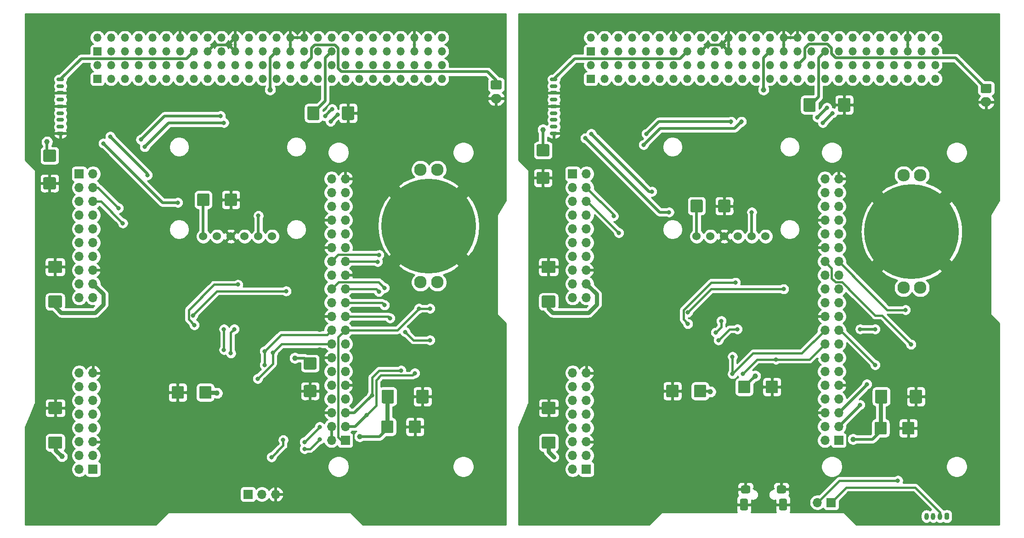
<source format=gbr>
%TF.GenerationSoftware,KiCad,Pcbnew,(5.1.9)-1*%
%TF.CreationDate,2021-11-28T20:19:45-05:00*%
%TF.ProjectId,Combined branches,436f6d62-696e-4656-9420-6272616e6368,rev?*%
%TF.SameCoordinates,Original*%
%TF.FileFunction,Copper,L2,Bot*%
%TF.FilePolarity,Positive*%
%FSLAX46Y46*%
G04 Gerber Fmt 4.6, Leading zero omitted, Abs format (unit mm)*
G04 Created by KiCad (PCBNEW (5.1.9)-1) date 2021-11-28 20:19:45*
%MOMM*%
%LPD*%
G01*
G04 APERTURE LIST*
%TA.AperFunction,ComponentPad*%
%ADD10O,2.000000X1.700000*%
%TD*%
%TA.AperFunction,SMDPad,CuDef*%
%ADD11C,17.500000*%
%TD*%
%TA.AperFunction,ComponentPad*%
%ADD12C,2.300000*%
%TD*%
%TA.AperFunction,ComponentPad*%
%ADD13C,1.524000*%
%TD*%
%TA.AperFunction,ComponentPad*%
%ADD14O,1.700000X1.700000*%
%TD*%
%TA.AperFunction,ComponentPad*%
%ADD15R,1.700000X1.700000*%
%TD*%
%TA.AperFunction,ConnectorPad*%
%ADD16C,5.600000*%
%TD*%
%TA.AperFunction,ComponentPad*%
%ADD17C,3.600000*%
%TD*%
%TA.AperFunction,ComponentPad*%
%ADD18O,1.400000X0.700000*%
%TD*%
%TA.AperFunction,ComponentPad*%
%ADD19O,1.500000X1.500000*%
%TD*%
%TA.AperFunction,ComponentPad*%
%ADD20R,1.500000X1.500000*%
%TD*%
%TA.AperFunction,ComponentPad*%
%ADD21O,0.800000X1.300000*%
%TD*%
%TA.AperFunction,ViaPad*%
%ADD22C,0.800000*%
%TD*%
%TA.AperFunction,ViaPad*%
%ADD23C,1.000000*%
%TD*%
%TA.AperFunction,Conductor*%
%ADD24C,0.508000*%
%TD*%
%TA.AperFunction,Conductor*%
%ADD25C,0.762000*%
%TD*%
%TA.AperFunction,Conductor*%
%ADD26C,0.381000*%
%TD*%
%TA.AperFunction,Conductor*%
%ADD27C,0.254000*%
%TD*%
%TA.AperFunction,Conductor*%
%ADD28C,0.100000*%
%TD*%
G04 APERTURE END LIST*
D10*
%TO.P,J6,2*%
%TO.N,GND*%
X181102000Y-70191000D03*
%TO.P,J6,1*%
%TO.N,/5VUSBCHG*%
%TA.AperFunction,ComponentPad*%
G36*
G01*
X180352000Y-66841000D02*
X181852000Y-66841000D01*
G75*
G02*
X182102000Y-67091000I0J-250000D01*
G01*
X182102000Y-68291000D01*
G75*
G02*
X181852000Y-68541000I-250000J0D01*
G01*
X180352000Y-68541000D01*
G75*
G02*
X180102000Y-68291000I0J250000D01*
G01*
X180102000Y-67091000D01*
G75*
G02*
X180352000Y-66841000I250000J0D01*
G01*
G37*
%TD.AperFunction*%
%TD*%
D11*
%TO.P,BT1,2*%
%TO.N,GND*%
X168656000Y-93726000D03*
D12*
%TO.P,BT1,1*%
%TO.N,+BATT*%
X167156000Y-104126000D03*
X170256000Y-104126000D03*
X170256000Y-83326000D03*
X167156000Y-83326000D03*
%TD*%
D13*
%TO.P,U1,1*%
%TO.N,/SW9*%
X127127000Y-95631000D03*
%TO.P,U1,2*%
%TO.N,N/C*%
X129667000Y-95631000D03*
%TO.P,U1,3*%
%TO.N,GND*%
X132207000Y-95631000D03*
%TO.P,U1,4*%
%TO.N,/EPSSDA*%
X134747000Y-95631000D03*
%TO.P,U1,5*%
%TO.N,/EPSSCL*%
X137287000Y-95631000D03*
%TO.P,U1,6*%
%TO.N,/IMURST*%
X139827000Y-95631000D03*
%TD*%
%TO.P,C19,2*%
%TO.N,GND*%
%TA.AperFunction,SMDPad,CuDef*%
G36*
G01*
X145886999Y-123091000D02*
X147737001Y-123091000D01*
G75*
G02*
X147987000Y-123340999I0J-249999D01*
G01*
X147987000Y-125091001D01*
G75*
G02*
X147737001Y-125341000I-249999J0D01*
G01*
X145886999Y-125341000D01*
G75*
G02*
X145637000Y-125091001I0J249999D01*
G01*
X145637000Y-123340999D01*
G75*
G02*
X145886999Y-123091000I249999J0D01*
G01*
G37*
%TD.AperFunction*%
%TO.P,C19,1*%
%TO.N,/SW10*%
%TA.AperFunction,SMDPad,CuDef*%
G36*
G01*
X145886999Y-117991000D02*
X147737001Y-117991000D01*
G75*
G02*
X147987000Y-118240999I0J-249999D01*
G01*
X147987000Y-119991001D01*
G75*
G02*
X147737001Y-120241000I-249999J0D01*
G01*
X145886999Y-120241000D01*
G75*
G02*
X145637000Y-119991001I0J249999D01*
G01*
X145637000Y-118240999D01*
G75*
G02*
X145886999Y-117991000I249999J0D01*
G01*
G37*
%TD.AperFunction*%
%TD*%
%TO.P,C17,2*%
%TO.N,GND*%
%TA.AperFunction,SMDPad,CuDef*%
G36*
G01*
X123543000Y-123534999D02*
X123543000Y-125385001D01*
G75*
G02*
X123293001Y-125635000I-249999J0D01*
G01*
X121542999Y-125635000D01*
G75*
G02*
X121293000Y-125385001I0J249999D01*
G01*
X121293000Y-123534999D01*
G75*
G02*
X121542999Y-123285000I249999J0D01*
G01*
X123293001Y-123285000D01*
G75*
G02*
X123543000Y-123534999I0J-249999D01*
G01*
G37*
%TD.AperFunction*%
%TO.P,C17,1*%
%TO.N,/SW8*%
%TA.AperFunction,SMDPad,CuDef*%
G36*
G01*
X128643000Y-123534999D02*
X128643000Y-125385001D01*
G75*
G02*
X128393001Y-125635000I-249999J0D01*
G01*
X126642999Y-125635000D01*
G75*
G02*
X126393000Y-125385001I0J249999D01*
G01*
X126393000Y-123534999D01*
G75*
G02*
X126642999Y-123285000I249999J0D01*
G01*
X128393001Y-123285000D01*
G75*
G02*
X128643000Y-123534999I0J-249999D01*
G01*
G37*
%TD.AperFunction*%
%TD*%
%TO.P,C15,2*%
%TO.N,GND*%
%TA.AperFunction,SMDPad,CuDef*%
G36*
G01*
X100847001Y-102421000D02*
X98796999Y-102421000D01*
G75*
G02*
X98547000Y-102171001I0J249999D01*
G01*
X98547000Y-100420999D01*
G75*
G02*
X98796999Y-100171000I249999J0D01*
G01*
X100847001Y-100171000D01*
G75*
G02*
X101097000Y-100420999I0J-249999D01*
G01*
X101097000Y-102171001D01*
G75*
G02*
X100847001Y-102421000I-249999J0D01*
G01*
G37*
%TD.AperFunction*%
%TO.P,C15,1*%
%TO.N,/SW4*%
%TA.AperFunction,SMDPad,CuDef*%
G36*
G01*
X100847001Y-108821000D02*
X98796999Y-108821000D01*
G75*
G02*
X98547000Y-108571001I0J249999D01*
G01*
X98547000Y-106820999D01*
G75*
G02*
X98796999Y-106571000I249999J0D01*
G01*
X100847001Y-106571000D01*
G75*
G02*
X101097000Y-106820999I0J-249999D01*
G01*
X101097000Y-108571001D01*
G75*
G02*
X100847001Y-108821000I-249999J0D01*
G01*
G37*
%TD.AperFunction*%
%TD*%
%TO.P,C12,2*%
%TO.N,GND*%
%TA.AperFunction,SMDPad,CuDef*%
G36*
G01*
X152697000Y-73923001D02*
X152697000Y-71872999D01*
G75*
G02*
X152946999Y-71623000I249999J0D01*
G01*
X154697001Y-71623000D01*
G75*
G02*
X154947000Y-71872999I0J-249999D01*
G01*
X154947000Y-73923001D01*
G75*
G02*
X154697001Y-74173000I-249999J0D01*
G01*
X152946999Y-74173000D01*
G75*
G02*
X152697000Y-73923001I0J249999D01*
G01*
G37*
%TD.AperFunction*%
%TO.P,C12,1*%
%TO.N,/PCM_IN*%
%TA.AperFunction,SMDPad,CuDef*%
G36*
G01*
X146297000Y-73923001D02*
X146297000Y-71872999D01*
G75*
G02*
X146546999Y-71623000I249999J0D01*
G01*
X148297001Y-71623000D01*
G75*
G02*
X148547000Y-71872999I0J-249999D01*
G01*
X148547000Y-73923001D01*
G75*
G02*
X148297001Y-74173000I-249999J0D01*
G01*
X146546999Y-74173000D01*
G75*
G02*
X146297000Y-73923001I0J249999D01*
G01*
G37*
%TD.AperFunction*%
%TD*%
%TO.P,C18,2*%
%TO.N,GND*%
%TA.AperFunction,SMDPad,CuDef*%
G36*
G01*
X131092000Y-89825001D02*
X131092000Y-87974999D01*
G75*
G02*
X131341999Y-87725000I249999J0D01*
G01*
X133092001Y-87725000D01*
G75*
G02*
X133342000Y-87974999I0J-249999D01*
G01*
X133342000Y-89825001D01*
G75*
G02*
X133092001Y-90075000I-249999J0D01*
G01*
X131341999Y-90075000D01*
G75*
G02*
X131092000Y-89825001I0J249999D01*
G01*
G37*
%TD.AperFunction*%
%TO.P,C18,1*%
%TO.N,/SW9*%
%TA.AperFunction,SMDPad,CuDef*%
G36*
G01*
X125992000Y-89825001D02*
X125992000Y-87974999D01*
G75*
G02*
X126241999Y-87725000I249999J0D01*
G01*
X127992001Y-87725000D01*
G75*
G02*
X128242000Y-87974999I0J-249999D01*
G01*
X128242000Y-89825001D01*
G75*
G02*
X127992001Y-90075000I-249999J0D01*
G01*
X126241999Y-90075000D01*
G75*
G02*
X125992000Y-89825001I0J249999D01*
G01*
G37*
%TD.AperFunction*%
%TD*%
%TO.P,C16,2*%
%TO.N,GND*%
%TA.AperFunction,SMDPad,CuDef*%
G36*
G01*
X97880999Y-84737000D02*
X99731001Y-84737000D01*
G75*
G02*
X99981000Y-84986999I0J-249999D01*
G01*
X99981000Y-86737001D01*
G75*
G02*
X99731001Y-86987000I-249999J0D01*
G01*
X97880999Y-86987000D01*
G75*
G02*
X97631000Y-86737001I0J249999D01*
G01*
X97631000Y-84986999D01*
G75*
G02*
X97880999Y-84737000I249999J0D01*
G01*
G37*
%TD.AperFunction*%
%TO.P,C16,1*%
%TO.N,/SW6*%
%TA.AperFunction,SMDPad,CuDef*%
G36*
G01*
X97880999Y-79637000D02*
X99731001Y-79637000D01*
G75*
G02*
X99981000Y-79886999I0J-249999D01*
G01*
X99981000Y-81637001D01*
G75*
G02*
X99731001Y-81887000I-249999J0D01*
G01*
X97880999Y-81887000D01*
G75*
G02*
X97631000Y-81637001I0J249999D01*
G01*
X97631000Y-79886999D01*
G75*
G02*
X97880999Y-79637000I249999J0D01*
G01*
G37*
%TD.AperFunction*%
%TD*%
%TO.P,C14,2*%
%TO.N,GND*%
%TA.AperFunction,SMDPad,CuDef*%
G36*
G01*
X100872001Y-128456000D02*
X98821999Y-128456000D01*
G75*
G02*
X98572000Y-128206001I0J249999D01*
G01*
X98572000Y-126455999D01*
G75*
G02*
X98821999Y-126206000I249999J0D01*
G01*
X100872001Y-126206000D01*
G75*
G02*
X101122000Y-126455999I0J-249999D01*
G01*
X101122000Y-128206001D01*
G75*
G02*
X100872001Y-128456000I-249999J0D01*
G01*
G37*
%TD.AperFunction*%
%TO.P,C14,1*%
%TO.N,/SW3*%
%TA.AperFunction,SMDPad,CuDef*%
G36*
G01*
X100872001Y-134856000D02*
X98821999Y-134856000D01*
G75*
G02*
X98572000Y-134606001I0J249999D01*
G01*
X98572000Y-132855999D01*
G75*
G02*
X98821999Y-132606000I249999J0D01*
G01*
X100872001Y-132606000D01*
G75*
G02*
X101122000Y-132855999I0J-249999D01*
G01*
X101122000Y-134606001D01*
G75*
G02*
X100872001Y-134856000I-249999J0D01*
G01*
G37*
%TD.AperFunction*%
%TD*%
%TO.P,C13,2*%
%TO.N,GND*%
%TA.AperFunction,SMDPad,CuDef*%
G36*
G01*
X165011000Y-131735001D02*
X165011000Y-129884999D01*
G75*
G02*
X165260999Y-129635000I249999J0D01*
G01*
X167011001Y-129635000D01*
G75*
G02*
X167261000Y-129884999I0J-249999D01*
G01*
X167261000Y-131735001D01*
G75*
G02*
X167011001Y-131985000I-249999J0D01*
G01*
X165260999Y-131985000D01*
G75*
G02*
X165011000Y-131735001I0J249999D01*
G01*
G37*
%TD.AperFunction*%
%TO.P,C13,1*%
%TO.N,+5V*%
%TA.AperFunction,SMDPad,CuDef*%
G36*
G01*
X159911000Y-131735001D02*
X159911000Y-129884999D01*
G75*
G02*
X160160999Y-129635000I249999J0D01*
G01*
X161911001Y-129635000D01*
G75*
G02*
X162161000Y-129884999I0J-249999D01*
G01*
X162161000Y-131735001D01*
G75*
G02*
X161911001Y-131985000I-249999J0D01*
G01*
X160160999Y-131985000D01*
G75*
G02*
X159911000Y-131735001I0J249999D01*
G01*
G37*
%TD.AperFunction*%
%TD*%
%TO.P,C11,2*%
%TO.N,GND*%
%TA.AperFunction,SMDPad,CuDef*%
G36*
G01*
X166413000Y-126247001D02*
X166413000Y-124196999D01*
G75*
G02*
X166662999Y-123947000I249999J0D01*
G01*
X168413001Y-123947000D01*
G75*
G02*
X168663000Y-124196999I0J-249999D01*
G01*
X168663000Y-126247001D01*
G75*
G02*
X168413001Y-126497000I-249999J0D01*
G01*
X166662999Y-126497000D01*
G75*
G02*
X166413000Y-126247001I0J249999D01*
G01*
G37*
%TD.AperFunction*%
%TO.P,C11,1*%
%TO.N,+5V*%
%TA.AperFunction,SMDPad,CuDef*%
G36*
G01*
X160013000Y-126247001D02*
X160013000Y-124196999D01*
G75*
G02*
X160262999Y-123947000I249999J0D01*
G01*
X162013001Y-123947000D01*
G75*
G02*
X162263000Y-124196999I0J-249999D01*
G01*
X162263000Y-126247001D01*
G75*
G02*
X162013001Y-126497000I-249999J0D01*
G01*
X160262999Y-126497000D01*
G75*
G02*
X160013000Y-126247001I0J249999D01*
G01*
G37*
%TD.AperFunction*%
%TD*%
D14*
%TO.P,J1,40*%
%TO.N,N/C*%
X150762000Y-85030000D03*
%TO.P,J1,39*%
%TO.N,GND*%
X153302000Y-85030000D03*
%TO.P,J1,38*%
%TO.N,N/C*%
X150762000Y-87570000D03*
%TO.P,J1,37*%
X153302000Y-87570000D03*
%TO.P,J1,36*%
X150762000Y-90110000D03*
%TO.P,J1,35*%
X153302000Y-90110000D03*
%TO.P,J1,34*%
%TO.N,GND*%
X150762000Y-92650000D03*
%TO.P,J1,33*%
%TO.N,N/C*%
X153302000Y-92650000D03*
%TO.P,J1,32*%
%TO.N,/IMURST*%
X150762000Y-95190000D03*
%TO.P,J1,31*%
%TO.N,N/C*%
X153302000Y-95190000D03*
%TO.P,J1,30*%
%TO.N,GND*%
X150762000Y-97730000D03*
%TO.P,J1,29*%
%TO.N,N/C*%
X153302000Y-97730000D03*
%TO.P,J1,28*%
%TO.N,/SCL0*%
X150762000Y-100270000D03*
%TO.P,J1,27*%
%TO.N,/SDA0*%
X153302000Y-100270000D03*
%TO.P,J1,26*%
%TO.N,N/C*%
X150762000Y-102810000D03*
%TO.P,J1,25*%
%TO.N,GND*%
X153302000Y-102810000D03*
%TO.P,J1,24*%
%TO.N,/SPICE0*%
X150762000Y-105350000D03*
%TO.P,J1,23*%
%TO.N,/SPISCK*%
X153302000Y-105350000D03*
%TO.P,J1,22*%
%TO.N,N/C*%
X150762000Y-107890000D03*
%TO.P,J1,21*%
%TO.N,/SPIMISO*%
X153302000Y-107890000D03*
%TO.P,J1,20*%
%TO.N,GND*%
X150762000Y-110430000D03*
%TO.P,J1,19*%
%TO.N,/SPIMOSI*%
X153302000Y-110430000D03*
%TO.P,J1,18*%
%TO.N,/SPIUARTRX*%
X150762000Y-112970000D03*
%TO.P,J1,17*%
%TO.N,+3.3VA*%
X153302000Y-112970000D03*
%TO.P,J1,16*%
%TO.N,/SPIUARTTX*%
X150762000Y-115510000D03*
%TO.P,J1,15*%
%TO.N,N/C*%
X153302000Y-115510000D03*
%TO.P,J1,14*%
%TO.N,GND*%
X150762000Y-118050000D03*
%TO.P,J1,13*%
%TO.N,N/C*%
X153302000Y-118050000D03*
%TO.P,J1,12*%
X150762000Y-120590000D03*
%TO.P,J1,11*%
X153302000Y-120590000D03*
%TO.P,J1,10*%
%TO.N,/HWRX*%
X150762000Y-123130000D03*
%TO.P,J1,9*%
%TO.N,GND*%
X153302000Y-123130000D03*
%TO.P,J1,8*%
%TO.N,/HWTX*%
X150762000Y-125670000D03*
%TO.P,J1,7*%
%TO.N,N/C*%
X153302000Y-125670000D03*
%TO.P,J1,6*%
%TO.N,GND*%
X150762000Y-128210000D03*
%TO.P,J1,5*%
%TO.N,/EPSSCL*%
X153302000Y-128210000D03*
%TO.P,J1,4*%
%TO.N,+5V*%
X150762000Y-130750000D03*
%TO.P,J1,3*%
%TO.N,/EPSSDA*%
X153302000Y-130750000D03*
%TO.P,J1,2*%
%TO.N,+5V*%
X150762000Y-133290000D03*
D15*
%TO.P,J1,1*%
%TO.N,+3.3VA*%
X153302000Y-133290000D03*
%TD*%
D14*
%TO.P,J5,3*%
%TO.N,GND*%
X140462000Y-143256000D03*
%TO.P,J5,2*%
%TO.N,/SW10*%
X137922000Y-143256000D03*
D15*
%TO.P,J5,1*%
%TO.N,Net-(J5-Pad1)*%
X135382000Y-143256000D03*
%TD*%
D16*
%TO.P,M4,1*%
%TO.N,GND*%
X178718000Y-144680000D03*
D17*
X178718000Y-144680000D03*
%TD*%
D16*
%TO.P,M3,1*%
%TO.N,GND*%
X98708000Y-144680000D03*
D17*
X98708000Y-144680000D03*
%TD*%
D16*
%TO.P,M2,1*%
%TO.N,GND*%
X176178000Y-58955000D03*
D17*
X176178000Y-58955000D03*
%TD*%
D16*
%TO.P,M1,1*%
%TO.N,GND*%
X102518000Y-58955000D03*
D17*
X102518000Y-58955000D03*
%TD*%
D18*
%TO.P,J4,9*%
%TO.N,GND*%
X100798000Y-76655000D03*
%TO.P,J4,8*%
%TO.N,/EPSSCL*%
X100798000Y-75405000D03*
%TO.P,J4,7*%
X100798000Y-74155000D03*
%TO.P,J4,6*%
%TO.N,/SW6*%
X100798000Y-72905000D03*
%TO.P,J4,5*%
%TO.N,GND*%
X100798000Y-71655000D03*
%TO.P,J4,4*%
%TO.N,/EPSSDA*%
X100798000Y-70405000D03*
%TO.P,J4,3*%
%TO.N,GND*%
X100798000Y-69155000D03*
%TO.P,J4,2*%
%TO.N,/EPSSDA*%
X100798000Y-67905000D03*
%TO.P,J4,1*%
%TO.N,/SW6*%
X100798000Y-66655000D03*
%TD*%
D14*
%TO.P,J3,20*%
%TO.N,N/C*%
X106807000Y-106966000D03*
%TO.P,J3,19*%
X104267000Y-106966000D03*
%TO.P,J3,18*%
%TO.N,/SW4*%
X106807000Y-104426000D03*
%TO.P,J3,17*%
%TO.N,N/C*%
X104267000Y-104426000D03*
%TO.P,J3,16*%
%TO.N,GND*%
X106807000Y-101886000D03*
%TO.P,J3,15*%
%TO.N,N/C*%
X104267000Y-101886000D03*
%TO.P,J3,14*%
X106807000Y-99346000D03*
%TO.P,J3,13*%
X104267000Y-99346000D03*
%TO.P,J3,12*%
X106807000Y-96806000D03*
%TO.P,J3,11*%
X104267000Y-96806000D03*
%TO.P,J3,10*%
X106807000Y-94266000D03*
%TO.P,J3,9*%
X104267000Y-94266000D03*
%TO.P,J3,8*%
X106807000Y-91726000D03*
%TO.P,J3,7*%
X104267000Y-91726000D03*
%TO.P,J3,6*%
%TO.N,/APRSTXSh*%
X106807000Y-89186000D03*
%TO.P,J3,5*%
%TO.N,N/C*%
X104267000Y-89186000D03*
%TO.P,J3,4*%
%TO.N,/APRSRXSh*%
X106807000Y-86646000D03*
%TO.P,J3,3*%
%TO.N,N/C*%
X104267000Y-86646000D03*
%TO.P,J3,2*%
X106807000Y-84106000D03*
D15*
%TO.P,J3,1*%
X104267000Y-84106000D03*
%TD*%
D14*
%TO.P,J2,16*%
%TO.N,N/C*%
X104267000Y-120856000D03*
%TO.P,J2,15*%
%TO.N,GND*%
X106807000Y-120856000D03*
%TO.P,J2,14*%
%TO.N,N/C*%
X104267000Y-123396000D03*
%TO.P,J2,13*%
%TO.N,/R1IN*%
X106807000Y-123396000D03*
%TO.P,J2,12*%
%TO.N,N/C*%
X104267000Y-125936000D03*
%TO.P,J2,11*%
%TO.N,/T1OUT*%
X106807000Y-125936000D03*
%TO.P,J2,10*%
%TO.N,N/C*%
X104267000Y-128476000D03*
%TO.P,J2,9*%
X106807000Y-128476000D03*
%TO.P,J2,8*%
X104267000Y-131016000D03*
%TO.P,J2,7*%
X106807000Y-131016000D03*
%TO.P,J2,6*%
X104267000Y-133556000D03*
%TO.P,J2,5*%
%TO.N,GND*%
X106807000Y-133556000D03*
%TO.P,J2,4*%
%TO.N,N/C*%
X104267000Y-136096000D03*
%TO.P,J2,3*%
%TO.N,/SW3*%
X106807000Y-136096000D03*
%TO.P,J2,2*%
%TO.N,N/C*%
X104267000Y-138636000D03*
D15*
%TO.P,J2,1*%
X106807000Y-138636000D03*
%TD*%
D19*
%TO.P,H2,52*%
%TO.N,N/C*%
X171098000Y-58955000D03*
%TO.P,H2,51*%
X171098000Y-61495000D03*
%TO.P,H2,50*%
X168558000Y-58955000D03*
%TO.P,H2,49*%
X168558000Y-61495000D03*
%TO.P,H2,48*%
%TO.N,GND*%
X166018000Y-58955000D03*
%TO.P,H2,47*%
X166018000Y-61495000D03*
%TO.P,H2,46*%
%TO.N,VBUS*%
X163478000Y-58955000D03*
%TO.P,H2,45*%
X163478000Y-61495000D03*
%TO.P,H2,44*%
%TO.N,/BCR_OUT*%
X160938000Y-58955000D03*
%TO.P,H2,43*%
X160938000Y-61495000D03*
%TO.P,H2,42*%
X158398000Y-58955000D03*
%TO.P,H2,41*%
X158398000Y-61495000D03*
%TO.P,H2,40*%
%TO.N,N/C*%
X155858000Y-58955000D03*
%TO.P,H2,39*%
X155858000Y-61495000D03*
%TO.P,H2,38*%
X153318000Y-58955000D03*
%TO.P,H2,37*%
X153318000Y-61495000D03*
%TO.P,H2,36*%
%TO.N,/PCM_IN*%
X150778000Y-58955000D03*
%TO.P,H2,35*%
X150778000Y-61495000D03*
%TO.P,H2,34*%
%TO.N,N/C*%
X148238000Y-58955000D03*
%TO.P,H2,33*%
X148238000Y-61495000D03*
%TO.P,H2,32*%
%TO.N,GND*%
X145698000Y-58955000D03*
%TO.P,H2,31*%
%TO.N,N/C*%
X145698000Y-61495000D03*
%TO.P,H2,30*%
%TO.N,GND*%
X143158000Y-58955000D03*
%TO.P,H2,29*%
X143158000Y-61495000D03*
%TO.P,H2,28*%
%TO.N,+3V3*%
X140618000Y-58955000D03*
%TO.P,H2,27*%
X140618000Y-61495000D03*
%TO.P,H2,26*%
%TO.N,+5V*%
X138078000Y-58955000D03*
%TO.P,H2,25*%
X138078000Y-61495000D03*
%TO.P,H2,24*%
%TO.N,+12V*%
X135538000Y-58955000D03*
%TO.P,H2,23*%
X135538000Y-61495000D03*
%TO.P,H2,22*%
%TO.N,GND*%
X132998000Y-58955000D03*
%TO.P,H2,21*%
X132998000Y-61495000D03*
%TO.P,H2,20*%
%TO.N,/SW10*%
X130458000Y-58955000D03*
%TO.P,H2,19*%
%TO.N,/SW9*%
X130458000Y-61495000D03*
%TO.P,H2,18*%
%TO.N,/SW8*%
X127918000Y-58955000D03*
%TO.P,H2,17*%
%TO.N,GND*%
X127918000Y-61495000D03*
%TO.P,H2,16*%
%TO.N,N/C*%
X125378000Y-58955000D03*
%TO.P,H2,15*%
%TO.N,/SW6*%
X125378000Y-61495000D03*
%TO.P,H2,14*%
%TO.N,GND*%
X122838000Y-58955000D03*
%TO.P,H2,13*%
%TO.N,N/C*%
X122838000Y-61495000D03*
%TO.P,H2,12*%
%TO.N,/SW4*%
X120298000Y-58955000D03*
%TO.P,H2,11*%
%TO.N,/SW3*%
X120298000Y-61495000D03*
%TO.P,H2,10*%
%TO.N,N/C*%
X117758000Y-58955000D03*
%TO.P,H2,9*%
%TO.N,GND*%
X117758000Y-61495000D03*
%TO.P,H2,8*%
%TO.N,N/C*%
X115218000Y-58955000D03*
%TO.P,H2,7*%
X115218000Y-61495000D03*
%TO.P,H2,6*%
X112678000Y-58955000D03*
%TO.P,H2,5*%
X112678000Y-61495000D03*
%TO.P,H2,4*%
X110138000Y-58955000D03*
%TO.P,H2,3*%
X110138000Y-61495000D03*
%TO.P,H2,2*%
X107598000Y-58955000D03*
D20*
%TO.P,H2,1*%
X107598000Y-61495000D03*
%TD*%
D19*
%TO.P,H1,52*%
%TO.N,N/C*%
X171098000Y-64035000D03*
%TO.P,H1,51*%
X171098000Y-66575000D03*
%TO.P,H1,50*%
X168558000Y-64035000D03*
%TO.P,H1,49*%
X168558000Y-66575000D03*
%TO.P,H1,48*%
X166018000Y-64035000D03*
%TO.P,H1,47*%
X166018000Y-66575000D03*
%TO.P,H1,46*%
X163478000Y-64035000D03*
%TO.P,H1,45*%
X163478000Y-66575000D03*
%TO.P,H1,44*%
X160938000Y-64035000D03*
%TO.P,H1,43*%
%TO.N,/EPSSCL*%
X160938000Y-66575000D03*
%TO.P,H1,42*%
%TO.N,N/C*%
X158398000Y-64035000D03*
%TO.P,H1,41*%
%TO.N,/EPSSDA*%
X158398000Y-66575000D03*
%TO.P,H1,40*%
%TO.N,N/C*%
X155858000Y-64035000D03*
%TO.P,H1,39*%
X155858000Y-66575000D03*
%TO.P,H1,38*%
X153318000Y-64035000D03*
%TO.P,H1,37*%
X153318000Y-66575000D03*
%TO.P,H1,36*%
X150778000Y-64035000D03*
%TO.P,H1,35*%
X150778000Y-66575000D03*
%TO.P,H1,34*%
X148238000Y-64035000D03*
%TO.P,H1,33*%
X148238000Y-66575000D03*
%TO.P,H1,32*%
%TO.N,/5VUSBCHG*%
X145698000Y-64035000D03*
%TO.P,H1,31*%
%TO.N,N/C*%
X145698000Y-66575000D03*
%TO.P,H1,30*%
X143158000Y-64035000D03*
%TO.P,H1,29*%
X143158000Y-66575000D03*
%TO.P,H1,28*%
X140618000Y-64035000D03*
%TO.P,H1,27*%
X140618000Y-66575000D03*
%TO.P,H1,26*%
X138078000Y-64035000D03*
%TO.P,H1,25*%
X138078000Y-66575000D03*
%TO.P,H1,24*%
X135538000Y-64035000D03*
%TO.P,H1,23*%
X135538000Y-66575000D03*
%TO.P,H1,22*%
X132998000Y-64035000D03*
%TO.P,H1,21*%
X132998000Y-66575000D03*
%TO.P,H1,20*%
X130458000Y-64035000D03*
%TO.P,H1,19*%
X130458000Y-66575000D03*
%TO.P,H1,18*%
X127918000Y-64035000D03*
%TO.P,H1,17*%
X127918000Y-66575000D03*
%TO.P,H1,16*%
X125378000Y-64035000D03*
%TO.P,H1,15*%
X125378000Y-66575000D03*
%TO.P,H1,14*%
X122838000Y-64035000D03*
%TO.P,H1,13*%
X122838000Y-66575000D03*
%TO.P,H1,12*%
X120298000Y-64035000D03*
%TO.P,H1,11*%
X120298000Y-66575000D03*
%TO.P,H1,10*%
X117758000Y-64035000D03*
%TO.P,H1,9*%
X117758000Y-66575000D03*
%TO.P,H1,8*%
X115218000Y-64035000D03*
%TO.P,H1,7*%
X115218000Y-66575000D03*
%TO.P,H1,6*%
X112678000Y-64035000D03*
%TO.P,H1,5*%
X112678000Y-66575000D03*
%TO.P,H1,4*%
X110138000Y-64035000D03*
%TO.P,H1,3*%
X110138000Y-66575000D03*
%TO.P,H1,2*%
X107598000Y-64035000D03*
D20*
%TO.P,H1,1*%
X107598000Y-66575000D03*
%TD*%
D21*
%TO.P,J9,4*%
%TO.N,/D+*%
X260410000Y-147320000D03*
%TO.P,J9,3*%
%TO.N,/D-*%
X261660000Y-147320000D03*
%TO.P,J9,2*%
%TO.N,/PID+*%
X262910000Y-147320000D03*
%TO.P,J9,1*%
%TO.N,/PID-*%
%TA.AperFunction,ComponentPad*%
G36*
G01*
X264560000Y-146870000D02*
X264560000Y-147770000D01*
G75*
G02*
X264360000Y-147970000I-200000J0D01*
G01*
X263960000Y-147970000D01*
G75*
G02*
X263760000Y-147770000I0J200000D01*
G01*
X263760000Y-146870000D01*
G75*
G02*
X263960000Y-146670000I200000J0D01*
G01*
X264360000Y-146670000D01*
G75*
G02*
X264560000Y-146870000I0J-200000D01*
G01*
G37*
%TD.AperFunction*%
%TD*%
D10*
%TO.P,J10,2*%
%TO.N,GND*%
X271399000Y-70826000D03*
%TO.P,J10,1*%
%TO.N,/5VUSBCHG*%
%TA.AperFunction,ComponentPad*%
G36*
G01*
X270649000Y-67476000D02*
X272149000Y-67476000D01*
G75*
G02*
X272399000Y-67726000I0J-250000D01*
G01*
X272399000Y-68926000D01*
G75*
G02*
X272149000Y-69176000I-250000J0D01*
G01*
X270649000Y-69176000D01*
G75*
G02*
X270399000Y-68926000I0J250000D01*
G01*
X270399000Y-67726000D01*
G75*
G02*
X270649000Y-67476000I250000J0D01*
G01*
G37*
%TD.AperFunction*%
%TD*%
D12*
%TO.P,BT1,1*%
%TO.N,+BATT*%
X256183000Y-84342000D03*
X259283000Y-84342000D03*
X259283000Y-105142000D03*
X256183000Y-105142000D03*
D11*
%TO.P,BT1,2*%
%TO.N,GND*%
X257683000Y-94742000D03*
%TD*%
%TO.P,C19,2*%
%TO.N,GND*%
%TA.AperFunction,SMDPad,CuDef*%
G36*
G01*
X230797000Y-124369001D02*
X230797000Y-122518999D01*
G75*
G02*
X231046999Y-122269000I249999J0D01*
G01*
X232797001Y-122269000D01*
G75*
G02*
X233047000Y-122518999I0J-249999D01*
G01*
X233047000Y-124369001D01*
G75*
G02*
X232797001Y-124619000I-249999J0D01*
G01*
X231046999Y-124619000D01*
G75*
G02*
X230797000Y-124369001I0J249999D01*
G01*
G37*
%TD.AperFunction*%
%TO.P,C19,1*%
%TO.N,/SW10*%
%TA.AperFunction,SMDPad,CuDef*%
G36*
G01*
X225697000Y-124369001D02*
X225697000Y-122518999D01*
G75*
G02*
X225946999Y-122269000I249999J0D01*
G01*
X227697001Y-122269000D01*
G75*
G02*
X227947000Y-122518999I0J-249999D01*
G01*
X227947000Y-124369001D01*
G75*
G02*
X227697001Y-124619000I-249999J0D01*
G01*
X225946999Y-124619000D01*
G75*
G02*
X225697000Y-124369001I0J249999D01*
G01*
G37*
%TD.AperFunction*%
%TD*%
%TO.P,C18,2*%
%TO.N,GND*%
%TA.AperFunction,SMDPad,CuDef*%
G36*
G01*
X222034000Y-90968001D02*
X222034000Y-89117999D01*
G75*
G02*
X222283999Y-88868000I249999J0D01*
G01*
X224034001Y-88868000D01*
G75*
G02*
X224284000Y-89117999I0J-249999D01*
G01*
X224284000Y-90968001D01*
G75*
G02*
X224034001Y-91218000I-249999J0D01*
G01*
X222283999Y-91218000D01*
G75*
G02*
X222034000Y-90968001I0J249999D01*
G01*
G37*
%TD.AperFunction*%
%TO.P,C18,1*%
%TO.N,/SW9*%
%TA.AperFunction,SMDPad,CuDef*%
G36*
G01*
X216934000Y-90968001D02*
X216934000Y-89117999D01*
G75*
G02*
X217183999Y-88868000I249999J0D01*
G01*
X218934001Y-88868000D01*
G75*
G02*
X219184000Y-89117999I0J-249999D01*
G01*
X219184000Y-90968001D01*
G75*
G02*
X218934001Y-91218000I-249999J0D01*
G01*
X217183999Y-91218000D01*
G75*
G02*
X216934000Y-90968001I0J249999D01*
G01*
G37*
%TD.AperFunction*%
%TD*%
%TO.P,C17,2*%
%TO.N,GND*%
%TA.AperFunction,SMDPad,CuDef*%
G36*
G01*
X214719000Y-123280999D02*
X214719000Y-125131001D01*
G75*
G02*
X214469001Y-125381000I-249999J0D01*
G01*
X212718999Y-125381000D01*
G75*
G02*
X212469000Y-125131001I0J249999D01*
G01*
X212469000Y-123280999D01*
G75*
G02*
X212718999Y-123031000I249999J0D01*
G01*
X214469001Y-123031000D01*
G75*
G02*
X214719000Y-123280999I0J-249999D01*
G01*
G37*
%TD.AperFunction*%
%TO.P,C17,1*%
%TO.N,/SW8*%
%TA.AperFunction,SMDPad,CuDef*%
G36*
G01*
X219819000Y-123280999D02*
X219819000Y-125131001D01*
G75*
G02*
X219569001Y-125381000I-249999J0D01*
G01*
X217818999Y-125381000D01*
G75*
G02*
X217569000Y-125131001I0J249999D01*
G01*
X217569000Y-123280999D01*
G75*
G02*
X217818999Y-123031000I249999J0D01*
G01*
X219569001Y-123031000D01*
G75*
G02*
X219819000Y-123280999I0J-249999D01*
G01*
G37*
%TD.AperFunction*%
%TD*%
%TO.P,C16,2*%
%TO.N,GND*%
%TA.AperFunction,SMDPad,CuDef*%
G36*
G01*
X188812999Y-83737000D02*
X190663001Y-83737000D01*
G75*
G02*
X190913000Y-83986999I0J-249999D01*
G01*
X190913000Y-85737001D01*
G75*
G02*
X190663001Y-85987000I-249999J0D01*
G01*
X188812999Y-85987000D01*
G75*
G02*
X188563000Y-85737001I0J249999D01*
G01*
X188563000Y-83986999D01*
G75*
G02*
X188812999Y-83737000I249999J0D01*
G01*
G37*
%TD.AperFunction*%
%TO.P,C16,1*%
%TO.N,/SW6*%
%TA.AperFunction,SMDPad,CuDef*%
G36*
G01*
X188812999Y-78637000D02*
X190663001Y-78637000D01*
G75*
G02*
X190913000Y-78886999I0J-249999D01*
G01*
X190913000Y-80637001D01*
G75*
G02*
X190663001Y-80887000I-249999J0D01*
G01*
X188812999Y-80887000D01*
G75*
G02*
X188563000Y-80637001I0J249999D01*
G01*
X188563000Y-78886999D01*
G75*
G02*
X188812999Y-78637000I249999J0D01*
G01*
G37*
%TD.AperFunction*%
%TD*%
%TO.P,C15,2*%
%TO.N,GND*%
%TA.AperFunction,SMDPad,CuDef*%
G36*
G01*
X191779001Y-102421000D02*
X189728999Y-102421000D01*
G75*
G02*
X189479000Y-102171001I0J249999D01*
G01*
X189479000Y-100420999D01*
G75*
G02*
X189728999Y-100171000I249999J0D01*
G01*
X191779001Y-100171000D01*
G75*
G02*
X192029000Y-100420999I0J-249999D01*
G01*
X192029000Y-102171001D01*
G75*
G02*
X191779001Y-102421000I-249999J0D01*
G01*
G37*
%TD.AperFunction*%
%TO.P,C15,1*%
%TO.N,/SW4*%
%TA.AperFunction,SMDPad,CuDef*%
G36*
G01*
X191779001Y-108821000D02*
X189728999Y-108821000D01*
G75*
G02*
X189479000Y-108571001I0J249999D01*
G01*
X189479000Y-106820999D01*
G75*
G02*
X189728999Y-106571000I249999J0D01*
G01*
X191779001Y-106571000D01*
G75*
G02*
X192029000Y-106820999I0J-249999D01*
G01*
X192029000Y-108571001D01*
G75*
G02*
X191779001Y-108821000I-249999J0D01*
G01*
G37*
%TD.AperFunction*%
%TD*%
%TO.P,C14,2*%
%TO.N,GND*%
%TA.AperFunction,SMDPad,CuDef*%
G36*
G01*
X191804001Y-128456000D02*
X189753999Y-128456000D01*
G75*
G02*
X189504000Y-128206001I0J249999D01*
G01*
X189504000Y-126455999D01*
G75*
G02*
X189753999Y-126206000I249999J0D01*
G01*
X191804001Y-126206000D01*
G75*
G02*
X192054000Y-126455999I0J-249999D01*
G01*
X192054000Y-128206001D01*
G75*
G02*
X191804001Y-128456000I-249999J0D01*
G01*
G37*
%TD.AperFunction*%
%TO.P,C14,1*%
%TO.N,/SW3*%
%TA.AperFunction,SMDPad,CuDef*%
G36*
G01*
X191804001Y-134856000D02*
X189753999Y-134856000D01*
G75*
G02*
X189504000Y-134606001I0J249999D01*
G01*
X189504000Y-132855999D01*
G75*
G02*
X189753999Y-132606000I249999J0D01*
G01*
X191804001Y-132606000D01*
G75*
G02*
X192054000Y-132855999I0J-249999D01*
G01*
X192054000Y-134606001D01*
G75*
G02*
X191804001Y-134856000I-249999J0D01*
G01*
G37*
%TD.AperFunction*%
%TD*%
%TO.P,C13,2*%
%TO.N,GND*%
%TA.AperFunction,SMDPad,CuDef*%
G36*
G01*
X255933000Y-131989001D02*
X255933000Y-130138999D01*
G75*
G02*
X256182999Y-129889000I249999J0D01*
G01*
X257933001Y-129889000D01*
G75*
G02*
X258183000Y-130138999I0J-249999D01*
G01*
X258183000Y-131989001D01*
G75*
G02*
X257933001Y-132239000I-249999J0D01*
G01*
X256182999Y-132239000D01*
G75*
G02*
X255933000Y-131989001I0J249999D01*
G01*
G37*
%TD.AperFunction*%
%TO.P,C13,1*%
%TO.N,+5V*%
%TA.AperFunction,SMDPad,CuDef*%
G36*
G01*
X250833000Y-131989001D02*
X250833000Y-130138999D01*
G75*
G02*
X251082999Y-129889000I249999J0D01*
G01*
X252833001Y-129889000D01*
G75*
G02*
X253083000Y-130138999I0J-249999D01*
G01*
X253083000Y-131989001D01*
G75*
G02*
X252833001Y-132239000I-249999J0D01*
G01*
X251082999Y-132239000D01*
G75*
G02*
X250833000Y-131989001I0J249999D01*
G01*
G37*
%TD.AperFunction*%
%TD*%
%TO.P,C12,2*%
%TO.N,GND*%
%TA.AperFunction,SMDPad,CuDef*%
G36*
G01*
X244137000Y-72399001D02*
X244137000Y-70348999D01*
G75*
G02*
X244386999Y-70099000I249999J0D01*
G01*
X246137001Y-70099000D01*
G75*
G02*
X246387000Y-70348999I0J-249999D01*
G01*
X246387000Y-72399001D01*
G75*
G02*
X246137001Y-72649000I-249999J0D01*
G01*
X244386999Y-72649000D01*
G75*
G02*
X244137000Y-72399001I0J249999D01*
G01*
G37*
%TD.AperFunction*%
%TO.P,C12,1*%
%TO.N,/PCM_IN*%
%TA.AperFunction,SMDPad,CuDef*%
G36*
G01*
X237737000Y-72399001D02*
X237737000Y-70348999D01*
G75*
G02*
X237986999Y-70099000I249999J0D01*
G01*
X239737001Y-70099000D01*
G75*
G02*
X239987000Y-70348999I0J-249999D01*
G01*
X239987000Y-72399001D01*
G75*
G02*
X239737001Y-72649000I-249999J0D01*
G01*
X237986999Y-72649000D01*
G75*
G02*
X237737000Y-72399001I0J249999D01*
G01*
G37*
%TD.AperFunction*%
%TD*%
%TO.P,C11,2*%
%TO.N,GND*%
%TA.AperFunction,SMDPad,CuDef*%
G36*
G01*
X257345000Y-126247001D02*
X257345000Y-124196999D01*
G75*
G02*
X257594999Y-123947000I249999J0D01*
G01*
X259345001Y-123947000D01*
G75*
G02*
X259595000Y-124196999I0J-249999D01*
G01*
X259595000Y-126247001D01*
G75*
G02*
X259345001Y-126497000I-249999J0D01*
G01*
X257594999Y-126497000D01*
G75*
G02*
X257345000Y-126247001I0J249999D01*
G01*
G37*
%TD.AperFunction*%
%TO.P,C11,1*%
%TO.N,+5V*%
%TA.AperFunction,SMDPad,CuDef*%
G36*
G01*
X250945000Y-126247001D02*
X250945000Y-124196999D01*
G75*
G02*
X251194999Y-123947000I249999J0D01*
G01*
X252945001Y-123947000D01*
G75*
G02*
X253195000Y-124196999I0J-249999D01*
G01*
X253195000Y-126247001D01*
G75*
G02*
X252945001Y-126497000I-249999J0D01*
G01*
X251194999Y-126497000D01*
G75*
G02*
X250945000Y-126247001I0J249999D01*
G01*
G37*
%TD.AperFunction*%
%TD*%
D13*
%TO.P,U1,1*%
%TO.N,/SW9*%
X218059000Y-95631000D03*
%TO.P,U1,2*%
%TO.N,N/C*%
X220599000Y-95631000D03*
%TO.P,U1,3*%
%TO.N,GND*%
X223139000Y-95631000D03*
%TO.P,U1,4*%
%TO.N,/EPSSDA*%
X225679000Y-95631000D03*
%TO.P,U1,5*%
%TO.N,/EPSSCL*%
X228219000Y-95631000D03*
%TO.P,U1,6*%
%TO.N,/IMURST*%
X230759000Y-95631000D03*
%TD*%
%TO.P,J6,6*%
%TO.N,GND*%
%TA.AperFunction,ComponentPad*%
G36*
G01*
X227528000Y-144436000D02*
X227528000Y-145886000D01*
G75*
G02*
X227153000Y-146261000I-375000J0D01*
G01*
X226403000Y-146261000D01*
G75*
G02*
X226028000Y-145886000I0J375000D01*
G01*
X226028000Y-144436000D01*
G75*
G02*
X226403000Y-144061000I375000J0D01*
G01*
X227153000Y-144061000D01*
G75*
G02*
X227528000Y-144436000I0J-375000D01*
G01*
G37*
%TD.AperFunction*%
%TA.AperFunction,ComponentPad*%
G36*
G01*
X234728000Y-144436000D02*
X234728000Y-145886000D01*
G75*
G02*
X234353000Y-146261000I-375000J0D01*
G01*
X233603000Y-146261000D01*
G75*
G02*
X233228000Y-145886000I0J375000D01*
G01*
X233228000Y-144436000D01*
G75*
G02*
X233603000Y-144061000I375000J0D01*
G01*
X234353000Y-144061000D01*
G75*
G02*
X234728000Y-144436000I0J-375000D01*
G01*
G37*
%TD.AperFunction*%
%TA.AperFunction,ComponentPad*%
G36*
G01*
X234528000Y-141986000D02*
X234528000Y-142736000D01*
G75*
G02*
X234153000Y-143111000I-375000J0D01*
G01*
X233203000Y-143111000D01*
G75*
G02*
X232828000Y-142736000I0J375000D01*
G01*
X232828000Y-141986000D01*
G75*
G02*
X233203000Y-141611000I375000J0D01*
G01*
X234153000Y-141611000D01*
G75*
G02*
X234528000Y-141986000I0J-375000D01*
G01*
G37*
%TD.AperFunction*%
%TA.AperFunction,ComponentPad*%
G36*
G01*
X227928000Y-141986000D02*
X227928000Y-142736000D01*
G75*
G02*
X227553000Y-143111000I-375000J0D01*
G01*
X226603000Y-143111000D01*
G75*
G02*
X226228000Y-142736000I0J375000D01*
G01*
X226228000Y-141986000D01*
G75*
G02*
X226603000Y-141611000I375000J0D01*
G01*
X227553000Y-141611000D01*
G75*
G02*
X227928000Y-141986000I0J-375000D01*
G01*
G37*
%TD.AperFunction*%
%TD*%
D16*
%TO.P,M4,1*%
%TO.N,GND*%
X269650000Y-144680000D03*
D17*
X269650000Y-144680000D03*
%TD*%
D16*
%TO.P,M3,1*%
%TO.N,GND*%
X189640000Y-144680000D03*
D17*
X189640000Y-144680000D03*
%TD*%
D16*
%TO.P,M2,1*%
%TO.N,GND*%
X267110000Y-58955000D03*
D17*
X267110000Y-58955000D03*
%TD*%
D16*
%TO.P,M1,1*%
%TO.N,GND*%
X193450000Y-58955000D03*
D17*
X193450000Y-58955000D03*
%TD*%
D14*
%TO.P,J7,2*%
%TO.N,/PID-*%
X240309400Y-144780000D03*
D15*
%TO.P,J7,1*%
%TO.N,/PID+*%
X242849400Y-144780000D03*
%TD*%
D18*
%TO.P,J4,9*%
%TO.N,GND*%
X191730000Y-76655000D03*
%TO.P,J4,8*%
%TO.N,/EPSSCL*%
X191730000Y-75405000D03*
%TO.P,J4,7*%
X191730000Y-74155000D03*
%TO.P,J4,6*%
%TO.N,/SW6*%
X191730000Y-72905000D03*
%TO.P,J4,5*%
%TO.N,GND*%
X191730000Y-71655000D03*
%TO.P,J4,4*%
%TO.N,/EPSSDA*%
X191730000Y-70405000D03*
%TO.P,J4,3*%
%TO.N,GND*%
X191730000Y-69155000D03*
%TO.P,J4,2*%
%TO.N,/EPSSDA*%
X191730000Y-67905000D03*
%TO.P,J4,1*%
%TO.N,/SW6*%
X191730000Y-66655000D03*
%TD*%
D14*
%TO.P,J3,20*%
%TO.N,N/C*%
X197739000Y-106966000D03*
%TO.P,J3,19*%
X195199000Y-106966000D03*
%TO.P,J3,18*%
%TO.N,/SW4*%
X197739000Y-104426000D03*
%TO.P,J3,17*%
%TO.N,N/C*%
X195199000Y-104426000D03*
%TO.P,J3,16*%
%TO.N,GND*%
X197739000Y-101886000D03*
%TO.P,J3,15*%
%TO.N,N/C*%
X195199000Y-101886000D03*
%TO.P,J3,14*%
X197739000Y-99346000D03*
%TO.P,J3,13*%
X195199000Y-99346000D03*
%TO.P,J3,12*%
X197739000Y-96806000D03*
%TO.P,J3,11*%
X195199000Y-96806000D03*
%TO.P,J3,10*%
X197739000Y-94266000D03*
%TO.P,J3,9*%
X195199000Y-94266000D03*
%TO.P,J3,8*%
X197739000Y-91726000D03*
%TO.P,J3,7*%
X195199000Y-91726000D03*
%TO.P,J3,6*%
%TO.N,/APRSTX_Shift*%
X197739000Y-89186000D03*
%TO.P,J3,5*%
%TO.N,N/C*%
X195199000Y-89186000D03*
%TO.P,J3,4*%
%TO.N,/APRSRX_Shift*%
X197739000Y-86646000D03*
%TO.P,J3,3*%
%TO.N,N/C*%
X195199000Y-86646000D03*
%TO.P,J3,2*%
X197739000Y-84106000D03*
D15*
%TO.P,J3,1*%
X195199000Y-84106000D03*
%TD*%
D14*
%TO.P,J2,16*%
%TO.N,N/C*%
X195199000Y-120856000D03*
%TO.P,J2,15*%
%TO.N,GND*%
X197739000Y-120856000D03*
%TO.P,J2,14*%
%TO.N,N/C*%
X195199000Y-123396000D03*
%TO.P,J2,13*%
%TO.N,/R1IN*%
X197739000Y-123396000D03*
%TO.P,J2,12*%
%TO.N,N/C*%
X195199000Y-125936000D03*
%TO.P,J2,11*%
%TO.N,/T1OUT*%
X197739000Y-125936000D03*
%TO.P,J2,10*%
%TO.N,N/C*%
X195199000Y-128476000D03*
%TO.P,J2,9*%
X197739000Y-128476000D03*
%TO.P,J2,8*%
X195199000Y-131016000D03*
%TO.P,J2,7*%
X197739000Y-131016000D03*
%TO.P,J2,6*%
X195199000Y-133556000D03*
%TO.P,J2,5*%
%TO.N,GND*%
X197739000Y-133556000D03*
%TO.P,J2,4*%
%TO.N,N/C*%
X195199000Y-136096000D03*
%TO.P,J2,3*%
%TO.N,/SW3*%
X197739000Y-136096000D03*
%TO.P,J2,2*%
%TO.N,N/C*%
X195199000Y-138636000D03*
D15*
%TO.P,J2,1*%
X197739000Y-138636000D03*
%TD*%
D14*
%TO.P,J1,40*%
%TO.N,N/C*%
X241694000Y-85030000D03*
%TO.P,J1,39*%
%TO.N,GND*%
X244234000Y-85030000D03*
%TO.P,J1,38*%
%TO.N,N/C*%
X241694000Y-87570000D03*
%TO.P,J1,37*%
X244234000Y-87570000D03*
%TO.P,J1,36*%
X241694000Y-90110000D03*
%TO.P,J1,35*%
X244234000Y-90110000D03*
%TO.P,J1,34*%
%TO.N,GND*%
X241694000Y-92650000D03*
%TO.P,J1,33*%
%TO.N,N/C*%
X244234000Y-92650000D03*
%TO.P,J1,32*%
%TO.N,/IMURST*%
X241694000Y-95190000D03*
%TO.P,J1,31*%
%TO.N,N/C*%
X244234000Y-95190000D03*
%TO.P,J1,30*%
%TO.N,GND*%
X241694000Y-97730000D03*
%TO.P,J1,29*%
%TO.N,N/C*%
X244234000Y-97730000D03*
%TO.P,J1,28*%
%TO.N,/SCL0*%
X241694000Y-100270000D03*
%TO.P,J1,27*%
%TO.N,/SDA0*%
X244234000Y-100270000D03*
%TO.P,J1,26*%
%TO.N,N/C*%
X241694000Y-102810000D03*
%TO.P,J1,25*%
%TO.N,GND*%
X244234000Y-102810000D03*
%TO.P,J1,24*%
%TO.N,N/C*%
X241694000Y-105350000D03*
%TO.P,J1,23*%
X244234000Y-105350000D03*
%TO.P,J1,22*%
X241694000Y-107890000D03*
%TO.P,J1,21*%
X244234000Y-107890000D03*
%TO.P,J1,20*%
%TO.N,GND*%
X241694000Y-110430000D03*
%TO.P,J1,19*%
%TO.N,N/C*%
X244234000Y-110430000D03*
%TO.P,J1,18*%
%TO.N,/USBUARTRX*%
X241694000Y-112970000D03*
%TO.P,J1,17*%
%TO.N,+3.3VA*%
X244234000Y-112970000D03*
%TO.P,J1,16*%
%TO.N,/USBUARTTX*%
X241694000Y-115510000D03*
%TO.P,J1,15*%
%TO.N,N/C*%
X244234000Y-115510000D03*
%TO.P,J1,14*%
%TO.N,GND*%
X241694000Y-118050000D03*
%TO.P,J1,13*%
%TO.N,N/C*%
X244234000Y-118050000D03*
%TO.P,J1,12*%
X241694000Y-120590000D03*
%TO.P,J1,11*%
X244234000Y-120590000D03*
%TO.P,J1,10*%
%TO.N,/HWRX*%
X241694000Y-123130000D03*
%TO.P,J1,9*%
%TO.N,GND*%
X244234000Y-123130000D03*
%TO.P,J1,8*%
%TO.N,/HWTX*%
X241694000Y-125670000D03*
%TO.P,J1,7*%
%TO.N,N/C*%
X244234000Y-125670000D03*
%TO.P,J1,6*%
%TO.N,GND*%
X241694000Y-128210000D03*
%TO.P,J1,5*%
%TO.N,/EPSSCL*%
X244234000Y-128210000D03*
%TO.P,J1,4*%
%TO.N,+5V*%
X241694000Y-130750000D03*
%TO.P,J1,3*%
%TO.N,/EPSSDA*%
X244234000Y-130750000D03*
%TO.P,J1,2*%
%TO.N,+5V*%
X241694000Y-133290000D03*
D15*
%TO.P,J1,1*%
%TO.N,+3.3VA*%
X244234000Y-133290000D03*
%TD*%
D19*
%TO.P,H2,52*%
%TO.N,N/C*%
X262030000Y-58955000D03*
%TO.P,H2,51*%
X262030000Y-61495000D03*
%TO.P,H2,50*%
X259490000Y-58955000D03*
%TO.P,H2,49*%
X259490000Y-61495000D03*
%TO.P,H2,48*%
%TO.N,GND*%
X256950000Y-58955000D03*
%TO.P,H2,47*%
X256950000Y-61495000D03*
%TO.P,H2,46*%
%TO.N,VBUS*%
X254410000Y-58955000D03*
%TO.P,H2,45*%
X254410000Y-61495000D03*
%TO.P,H2,44*%
%TO.N,/BCR_OUT*%
X251870000Y-58955000D03*
%TO.P,H2,43*%
X251870000Y-61495000D03*
%TO.P,H2,42*%
X249330000Y-58955000D03*
%TO.P,H2,41*%
X249330000Y-61495000D03*
%TO.P,H2,40*%
%TO.N,N/C*%
X246790000Y-58955000D03*
%TO.P,H2,39*%
X246790000Y-61495000D03*
%TO.P,H2,38*%
X244250000Y-58955000D03*
%TO.P,H2,37*%
X244250000Y-61495000D03*
%TO.P,H2,36*%
%TO.N,/PCM_IN*%
X241710000Y-58955000D03*
%TO.P,H2,35*%
X241710000Y-61495000D03*
%TO.P,H2,34*%
%TO.N,N/C*%
X239170000Y-58955000D03*
%TO.P,H2,33*%
X239170000Y-61495000D03*
%TO.P,H2,32*%
%TO.N,GND*%
X236630000Y-58955000D03*
%TO.P,H2,31*%
%TO.N,N/C*%
X236630000Y-61495000D03*
%TO.P,H2,30*%
%TO.N,GND*%
X234090000Y-58955000D03*
%TO.P,H2,29*%
X234090000Y-61495000D03*
%TO.P,H2,28*%
%TO.N,+3V3*%
X231550000Y-58955000D03*
%TO.P,H2,27*%
X231550000Y-61495000D03*
%TO.P,H2,26*%
%TO.N,+5V*%
X229010000Y-58955000D03*
%TO.P,H2,25*%
X229010000Y-61495000D03*
%TO.P,H2,24*%
%TO.N,+12V*%
X226470000Y-58955000D03*
%TO.P,H2,23*%
X226470000Y-61495000D03*
%TO.P,H2,22*%
%TO.N,GND*%
X223930000Y-58955000D03*
%TO.P,H2,21*%
X223930000Y-61495000D03*
%TO.P,H2,20*%
%TO.N,/SW10*%
X221390000Y-58955000D03*
%TO.P,H2,19*%
%TO.N,/SW9*%
X221390000Y-61495000D03*
%TO.P,H2,18*%
%TO.N,/SW8*%
X218850000Y-58955000D03*
%TO.P,H2,17*%
%TO.N,GND*%
X218850000Y-61495000D03*
%TO.P,H2,16*%
%TO.N,N/C*%
X216310000Y-58955000D03*
%TO.P,H2,15*%
%TO.N,/SW6*%
X216310000Y-61495000D03*
%TO.P,H2,14*%
%TO.N,GND*%
X213770000Y-58955000D03*
%TO.P,H2,13*%
%TO.N,N/C*%
X213770000Y-61495000D03*
%TO.P,H2,12*%
%TO.N,/SW4*%
X211230000Y-58955000D03*
%TO.P,H2,11*%
%TO.N,/SW3*%
X211230000Y-61495000D03*
%TO.P,H2,10*%
%TO.N,N/C*%
X208690000Y-58955000D03*
%TO.P,H2,9*%
%TO.N,GND*%
X208690000Y-61495000D03*
%TO.P,H2,8*%
%TO.N,N/C*%
X206150000Y-58955000D03*
%TO.P,H2,7*%
X206150000Y-61495000D03*
%TO.P,H2,6*%
X203610000Y-58955000D03*
%TO.P,H2,5*%
X203610000Y-61495000D03*
%TO.P,H2,4*%
X201070000Y-58955000D03*
%TO.P,H2,3*%
X201070000Y-61495000D03*
%TO.P,H2,2*%
X198530000Y-58955000D03*
D20*
%TO.P,H2,1*%
X198530000Y-61495000D03*
%TD*%
D19*
%TO.P,H1,52*%
%TO.N,N/C*%
X262030000Y-64035000D03*
%TO.P,H1,51*%
X262030000Y-66575000D03*
%TO.P,H1,50*%
X259490000Y-64035000D03*
%TO.P,H1,49*%
X259490000Y-66575000D03*
%TO.P,H1,48*%
X256950000Y-64035000D03*
%TO.P,H1,47*%
X256950000Y-66575000D03*
%TO.P,H1,46*%
X254410000Y-64035000D03*
%TO.P,H1,45*%
X254410000Y-66575000D03*
%TO.P,H1,44*%
X251870000Y-64035000D03*
%TO.P,H1,43*%
%TO.N,/EPSSCL*%
X251870000Y-66575000D03*
%TO.P,H1,42*%
%TO.N,N/C*%
X249330000Y-64035000D03*
%TO.P,H1,41*%
%TO.N,/EPSSDA*%
X249330000Y-66575000D03*
%TO.P,H1,40*%
%TO.N,N/C*%
X246790000Y-64035000D03*
%TO.P,H1,39*%
X246790000Y-66575000D03*
%TO.P,H1,38*%
X244250000Y-64035000D03*
%TO.P,H1,37*%
X244250000Y-66575000D03*
%TO.P,H1,36*%
X241710000Y-64035000D03*
%TO.P,H1,35*%
X241710000Y-66575000D03*
%TO.P,H1,34*%
X239170000Y-64035000D03*
%TO.P,H1,33*%
X239170000Y-66575000D03*
%TO.P,H1,32*%
%TO.N,/5VUSBCHG*%
X236630000Y-64035000D03*
%TO.P,H1,31*%
%TO.N,N/C*%
X236630000Y-66575000D03*
%TO.P,H1,30*%
X234090000Y-64035000D03*
%TO.P,H1,29*%
X234090000Y-66575000D03*
%TO.P,H1,28*%
X231550000Y-64035000D03*
%TO.P,H1,27*%
X231550000Y-66575000D03*
%TO.P,H1,26*%
X229010000Y-64035000D03*
%TO.P,H1,25*%
X229010000Y-66575000D03*
%TO.P,H1,24*%
X226470000Y-64035000D03*
%TO.P,H1,23*%
X226470000Y-66575000D03*
%TO.P,H1,22*%
X223930000Y-64035000D03*
%TO.P,H1,21*%
X223930000Y-66575000D03*
%TO.P,H1,20*%
X221390000Y-64035000D03*
%TO.P,H1,19*%
X221390000Y-66575000D03*
%TO.P,H1,18*%
X218850000Y-64035000D03*
%TO.P,H1,17*%
X218850000Y-66575000D03*
%TO.P,H1,16*%
X216310000Y-64035000D03*
%TO.P,H1,15*%
X216310000Y-66575000D03*
%TO.P,H1,14*%
X213770000Y-64035000D03*
%TO.P,H1,13*%
X213770000Y-66575000D03*
%TO.P,H1,12*%
X211230000Y-64035000D03*
%TO.P,H1,11*%
X211230000Y-66575000D03*
%TO.P,H1,10*%
X208690000Y-64035000D03*
%TO.P,H1,9*%
X208690000Y-66575000D03*
%TO.P,H1,8*%
X206150000Y-64035000D03*
%TO.P,H1,7*%
X206150000Y-66575000D03*
%TO.P,H1,6*%
X203610000Y-64035000D03*
%TO.P,H1,5*%
X203610000Y-66575000D03*
%TO.P,H1,4*%
X201070000Y-64035000D03*
%TO.P,H1,3*%
X201070000Y-66575000D03*
%TO.P,H1,2*%
X198530000Y-64035000D03*
D20*
%TO.P,H1,1*%
X198530000Y-66575000D03*
%TD*%
D22*
%TO.N,GND*%
X163576000Y-88646000D03*
X167386000Y-89916000D03*
D23*
X99187000Y-113411000D03*
X102997000Y-113411000D03*
X119507000Y-126111000D03*
X129032000Y-132461000D03*
X117602000Y-141986000D03*
X136652000Y-107315000D03*
X136652000Y-104013000D03*
X156591000Y-138176000D03*
X160782000Y-141732000D03*
D22*
X126111000Y-69342000D03*
X121031000Y-69215000D03*
X110998000Y-69215000D03*
X143383000Y-69469000D03*
D23*
X148590000Y-112776000D03*
X148590000Y-116586000D03*
X122682000Y-107442000D03*
X124714000Y-119253000D03*
X121666000Y-120142000D03*
X143764000Y-123952000D03*
X143764000Y-120650000D03*
X134747000Y-134874000D03*
X134747000Y-124714000D03*
X134747000Y-119761000D03*
X131572000Y-134874000D03*
D22*
X129540000Y-107442000D03*
X127508000Y-103886000D03*
X119634000Y-86868000D03*
%TO.N,*%
X118110000Y-90170000D03*
%TO.N,GND*%
X166370000Y-75692000D03*
X171450000Y-74168000D03*
X96774000Y-77470000D03*
X251968000Y-89916000D03*
X256540000Y-90932000D03*
D23*
%TO.N,/APRSRXSh*%
X190246000Y-113411000D03*
%TO.N,GND*%
X193294000Y-113411000D03*
X210439000Y-126111000D03*
X219964000Y-132461000D03*
X217424000Y-126746000D03*
X208534000Y-141986000D03*
X235966000Y-108585000D03*
%TO.N,*%
X228346000Y-108585000D03*
X228346000Y-103505000D03*
%TO.N,GND*%
X262382000Y-138176000D03*
X259842000Y-133604000D03*
X234696000Y-123571000D03*
D22*
X234569000Y-69596000D03*
X216789000Y-69596000D03*
X212979000Y-69596000D03*
X200914000Y-69596000D03*
D23*
X224663000Y-131826006D03*
X234696000Y-120396000D03*
X235204000Y-113284000D03*
X213868000Y-107696000D03*
X215900000Y-119380000D03*
X212344000Y-120396000D03*
D22*
X237236000Y-97790000D03*
X218059000Y-98806000D03*
X219456000Y-102235000D03*
D23*
X231798908Y-133881918D03*
X236220000Y-130810002D03*
%TO.N,/SW8*%
X129667000Y-124587000D03*
X220599003Y-124333009D03*
D22*
%TO.N,/EPSSCL*%
X108712020Y-78486000D03*
X137287000Y-91821000D03*
X145796002Y-133604000D03*
X148590022Y-130810000D03*
X149572662Y-73439338D03*
X150875998Y-72136000D03*
X122428000Y-89408000D03*
X158213490Y-124968000D03*
X163576008Y-120396000D03*
X240283946Y-73660000D03*
X228219000Y-91186000D03*
X212979034Y-91186000D03*
X242062000Y-71882000D03*
X249428000Y-122936000D03*
X197541940Y-77516706D03*
%TO.N,/EPSSDA*%
X109982000Y-77216000D03*
X116840000Y-84328000D03*
X145796000Y-134874000D03*
X148590000Y-133096000D03*
X150588664Y-74455340D03*
X151892000Y-73152000D03*
X157226000Y-128651000D03*
X166116000Y-120903992D03*
X241300000Y-74676012D03*
X209804000Y-87376002D03*
X243078000Y-72898000D03*
X248158000Y-126746000D03*
X250952000Y-112776000D03*
X248186510Y-112776000D03*
X198628000Y-76708000D03*
D23*
%TO.N,+3V3*%
X139445995Y-68579996D03*
D22*
X130937000Y-74676000D03*
X116332000Y-79121000D03*
D23*
X230377995Y-68579996D03*
D22*
X226314000Y-74456990D03*
X208280000Y-78740000D03*
%TO.N,+5V*%
X130302000Y-73406000D03*
X115630415Y-77775901D03*
D23*
X155956000Y-132588000D03*
D22*
X224409000Y-74456990D03*
D23*
X246888000Y-133095994D03*
D22*
X208788000Y-76708000D03*
D23*
%TO.N,/SW6*%
X98322000Y-78208000D03*
X189738000Y-75946000D03*
%TO.N,/SW3*%
X101092000Y-136271000D03*
D22*
X191770000Y-136398000D03*
%TO.N,/R1OUT*%
X130937000Y-116586000D03*
X130937000Y-112776000D03*
X221596001Y-113392001D03*
X222601000Y-111252000D03*
%TO.N,/T1IN*%
X132207000Y-117221000D03*
X132842000Y-112776000D03*
X222065937Y-114808000D03*
X225552000Y-112776000D03*
%TO.N,/APRSTX*%
X142397000Y-105761000D03*
X125222000Y-110236016D03*
X234091000Y-105380000D03*
X216408000Y-109677029D03*
%TO.N,/APRSRX*%
X133507000Y-104551008D03*
X125476004Y-112014000D03*
X225201000Y-104170008D03*
X216433494Y-111785486D03*
D23*
%TO.N,/SW10*%
X144018000Y-118110000D03*
X228854000Y-121412000D03*
D22*
%TO.N,/SPIUARTTX*%
X139954000Y-117094000D03*
X137160000Y-121920000D03*
%TO.N,/SPIUARTRX*%
X138429992Y-116840000D03*
X138430000Y-119380000D03*
%TO.N,/SPICE0*%
X160528000Y-105156000D03*
%TO.N,/SPISCK*%
X159512000Y-105863118D03*
%TO.N,/SPIMISO*%
X160528000Y-108331000D03*
%TO.N,/SPIMOSI*%
X161544000Y-110744000D03*
%TO.N,/APRSTXSh*%
X112296510Y-93218000D03*
%TO.N,/APRSRXSh*%
X111506000Y-90424000D03*
%TO.N,/SLVRST*%
X139700000Y-136398000D03*
X141858997Y-133222997D03*
%TO.N,/SCL0*%
X168904000Y-114814000D03*
X164338000Y-113284000D03*
X159512000Y-99060000D03*
X257556008Y-115598510D03*
%TO.N,/SDA0*%
X159258000Y-100330000D03*
X256540014Y-109220000D03*
%TO.N,+3.3VA*%
X166878000Y-108966000D03*
X168910000Y-108966000D03*
X250952000Y-119380000D03*
%TO.N,/USBUARTTX*%
X226568018Y-121031000D03*
X232664000Y-118364000D03*
%TO.N,/USBUARTRX*%
X224663000Y-121031000D03*
X224663012Y-117856000D03*
%TO.N,/PID-*%
X255143000Y-140716000D03*
%TO.N,/APRSTX_Shift*%
X203708000Y-94996000D03*
%TO.N,/APRSRX_Shift*%
X202742974Y-91897024D03*
%TD*%
D24*
%TO.N,GND*%
X129122001Y-60290999D02*
X127918000Y-61495000D01*
X131662001Y-60290999D02*
X129122001Y-60290999D01*
X132998000Y-58955000D02*
X131662001Y-60290999D01*
X131793999Y-60290999D02*
X131662001Y-60290999D01*
X132998000Y-61495000D02*
X131793999Y-60290999D01*
X220054001Y-60290999D02*
X218850000Y-61495000D01*
X222594001Y-60290999D02*
X220054001Y-60290999D01*
X223930000Y-58955000D02*
X222594001Y-60290999D01*
X222725999Y-60290999D02*
X222594001Y-60290999D01*
X223930000Y-61495000D02*
X222725999Y-60290999D01*
D25*
%TO.N,/SW8*%
X129540000Y-124460000D02*
X129667000Y-124587000D01*
X127518000Y-124460000D02*
X129540000Y-124460000D01*
D24*
X218704000Y-124206000D02*
X220471994Y-124206000D01*
X220471994Y-124206000D02*
X220599003Y-124333009D01*
%TO.N,/EPSSCL*%
X137287000Y-95631000D02*
X137287000Y-91821000D01*
D26*
X145796002Y-133604000D02*
X148590002Y-130810000D01*
X148590002Y-130810000D02*
X148590022Y-130810000D01*
D24*
X149572662Y-73439338D02*
X150475999Y-72535999D01*
X150475999Y-72535999D02*
X150875998Y-72136000D01*
X119634020Y-89408000D02*
X122428000Y-89408000D01*
X108712020Y-78486000D02*
X119634020Y-89408000D01*
X153302000Y-128210000D02*
X154971490Y-128210000D01*
X154971490Y-128210000D02*
X158213490Y-124968000D01*
D26*
X159512000Y-120396000D02*
X163576008Y-120396000D01*
X158213490Y-121694510D02*
X159512000Y-120396000D01*
X158213490Y-124968000D02*
X158213490Y-121694510D01*
D24*
X228219000Y-91186000D02*
X228219000Y-95631000D01*
X242061946Y-71882000D02*
X242062000Y-71882000D01*
X240283946Y-73660000D02*
X242061946Y-71882000D01*
X244234000Y-128210000D02*
X249428000Y-123016000D01*
X249428000Y-123016000D02*
X249428000Y-122936000D01*
X212979034Y-91186000D02*
X211211234Y-91186000D01*
X211211234Y-91186000D02*
X197541940Y-77516706D01*
%TO.N,/EPSSDA*%
X109982000Y-77216000D02*
X116840000Y-84074000D01*
X116840000Y-84074000D02*
X116840000Y-84328000D01*
D26*
X145796000Y-134874000D02*
X146812000Y-134874000D01*
X146812000Y-134874000D02*
X148590000Y-133096000D01*
D24*
X151892000Y-73152004D02*
X151892000Y-73152000D01*
X150588664Y-74455340D02*
X151892000Y-73152004D01*
X155127000Y-130750000D02*
X157226000Y-128651000D01*
X153302000Y-130750000D02*
X155127000Y-130750000D01*
D26*
X157226000Y-128651000D02*
X159004000Y-126873000D01*
X159004000Y-122174000D02*
X159874009Y-121303991D01*
X159004000Y-126873000D02*
X159004000Y-122174000D01*
X159874009Y-121303991D02*
X165716001Y-121303991D01*
X165716001Y-121303991D02*
X166116000Y-120903992D01*
D24*
X243078000Y-72898012D02*
X243078000Y-72898000D01*
X241300000Y-74676012D02*
X243078000Y-72898012D01*
X248158000Y-126826000D02*
X248158000Y-126746000D01*
X244234000Y-130750000D02*
X248158000Y-126826000D01*
X250952000Y-112776000D02*
X248186510Y-112776000D01*
X209296002Y-87376002D02*
X198628000Y-76708000D01*
X209804000Y-87376002D02*
X209296002Y-87376002D01*
%TO.N,/PCM_IN*%
X149573999Y-70644001D02*
X147320000Y-72898000D01*
X149573999Y-62699001D02*
X149573999Y-70644001D01*
X150778000Y-61495000D02*
X149573999Y-62699001D01*
X240505999Y-62699001D02*
X241710000Y-61495000D01*
X240505999Y-69882001D02*
X240505999Y-62699001D01*
X238760000Y-71628000D02*
X240505999Y-69882001D01*
%TO.N,+3V3*%
X140618000Y-61495000D02*
X139413999Y-62699001D01*
X139413999Y-62699001D02*
X139413999Y-68548000D01*
X139413999Y-68548000D02*
X139445995Y-68579996D01*
X130937000Y-74676000D02*
X130937000Y-74676000D01*
X120777000Y-74676000D02*
X116332000Y-79121000D01*
X130937000Y-74676000D02*
X120777000Y-74676000D01*
X231550000Y-61495000D02*
X230345999Y-62699001D01*
X230345999Y-62699001D02*
X230345999Y-68548000D01*
X230345999Y-68548000D02*
X230377995Y-68579996D01*
X226314000Y-74676000D02*
X226314000Y-74676000D01*
X226314000Y-74456990D02*
X225078990Y-75692000D01*
X225078990Y-75692000D02*
X211328000Y-75692000D01*
X211328000Y-75692000D02*
X208280000Y-78740000D01*
%TO.N,+5V*%
X150762000Y-130750000D02*
X150762000Y-133290000D01*
X130302000Y-73406000D02*
X130302000Y-73406000D01*
X120000316Y-73406000D02*
X115630415Y-77775901D01*
X130302000Y-73406000D02*
X120000316Y-73406000D01*
D25*
X161036000Y-130810000D02*
X161036000Y-125324000D01*
D24*
X159629000Y-132588000D02*
X155956000Y-132588000D01*
X161026000Y-131191000D02*
X159629000Y-132588000D01*
X224409000Y-74676000D02*
X224409000Y-74676000D01*
X211039010Y-74456990D02*
X208788000Y-76708000D01*
X224409000Y-74456990D02*
X211039010Y-74456990D01*
D25*
X251968000Y-131064000D02*
X251968000Y-124968000D01*
D24*
X250444006Y-133095994D02*
X246888000Y-133095994D01*
X252476000Y-131064000D02*
X250444006Y-133095994D01*
%TO.N,/SW6*%
X104622001Y-62830999D02*
X100798000Y-66655000D01*
X124042001Y-62830999D02*
X104622001Y-62830999D01*
X125378000Y-61495000D02*
X124042001Y-62830999D01*
X98322000Y-80288000D02*
X98322000Y-78208000D01*
X98806000Y-80772000D02*
X98322000Y-80288000D01*
X195554001Y-62830999D02*
X191730000Y-66655000D01*
X214974001Y-62830999D02*
X195554001Y-62830999D01*
X216310000Y-61495000D02*
X214974001Y-62830999D01*
X189738000Y-79756000D02*
X189738000Y-75946000D01*
D25*
%TO.N,/SW4*%
X108712000Y-108204000D02*
X108712000Y-106331000D01*
X107188000Y-109728000D02*
X108712000Y-108204000D01*
X100965000Y-109728000D02*
X107188000Y-109728000D01*
X108712000Y-106331000D02*
X106807000Y-104426000D01*
X99822000Y-108585000D02*
X100965000Y-109728000D01*
X99822000Y-107696000D02*
X99822000Y-108585000D01*
X199644000Y-106331000D02*
X197739000Y-104426000D01*
X199644000Y-108204000D02*
X199644000Y-106331000D01*
X198120000Y-109728000D02*
X199644000Y-108204000D01*
X191516000Y-109728000D02*
X198120000Y-109728000D01*
X190754000Y-108966000D02*
X191516000Y-109728000D01*
X190754000Y-107696000D02*
X190754000Y-108966000D01*
%TO.N,/SW3*%
X99949000Y-133731000D02*
X99949000Y-135128000D01*
X99949000Y-135128000D02*
X101092000Y-136271000D01*
X190779000Y-135407000D02*
X191770000Y-136398000D01*
X190779000Y-133731000D02*
X190779000Y-135407000D01*
D26*
%TO.N,/R1OUT*%
X130937000Y-116586000D02*
X130937000Y-112776000D01*
X222601000Y-112387002D02*
X222601000Y-111252000D01*
X221596001Y-113392001D02*
X222601000Y-112387002D01*
%TO.N,/T1IN*%
X132207000Y-113411000D02*
X132842000Y-112776000D01*
X132207000Y-117221000D02*
X132207000Y-113411000D01*
X222065937Y-114808000D02*
X224097937Y-112776000D01*
X224097937Y-112776000D02*
X225552000Y-112776000D01*
%TO.N,/APRSTX*%
X129697000Y-105761000D02*
X129667000Y-105791000D01*
X142397000Y-105761000D02*
X129697000Y-105761000D01*
X129641388Y-105791000D02*
X125222000Y-110210388D01*
X125222000Y-110210388D02*
X125222000Y-110236016D01*
X220705029Y-105380000D02*
X216408000Y-109677029D01*
X234091000Y-105380000D02*
X220705029Y-105380000D01*
%TO.N,/APRSRX*%
X124431478Y-109221578D02*
X124431478Y-110969474D01*
X129102048Y-104551008D02*
X124431478Y-109221578D01*
X133507000Y-104551008D02*
X129102048Y-104551008D01*
X124431478Y-110969474D02*
X125476004Y-112014000D01*
X215617499Y-110969491D02*
X216433494Y-111785486D01*
X215617499Y-109297588D02*
X215617499Y-110969491D01*
X220745079Y-104170008D02*
X215617499Y-109297588D01*
X225201000Y-104170008D02*
X220745079Y-104170008D01*
D24*
%TO.N,/SW9*%
X127117000Y-95621000D02*
X127127000Y-95631000D01*
X127117000Y-88900000D02*
X127117000Y-95621000D01*
X218049000Y-95621000D02*
X218059000Y-95631000D01*
X218049000Y-89916000D02*
X218049000Y-95621000D01*
%TO.N,/SW10*%
X145806000Y-118110000D02*
X146812000Y-119116000D01*
X144018000Y-118110000D02*
X145806000Y-118110000D01*
X226822000Y-123434000D02*
X226832000Y-123434000D01*
X226832000Y-123434000D02*
X228854000Y-121412000D01*
X228854000Y-121412000D02*
X228854000Y-121412000D01*
D26*
%TO.N,/SPIUARTTX*%
X139954000Y-117094000D02*
X139954000Y-119126000D01*
X139954000Y-119126000D02*
X137160000Y-121920000D01*
X141478000Y-115570000D02*
X139954000Y-117094000D01*
X141538000Y-115510000D02*
X141478000Y-115570000D01*
X150762000Y-115510000D02*
X141538000Y-115510000D01*
%TO.N,/SPIUARTRX*%
X141449993Y-113819999D02*
X138429992Y-116840000D01*
X138429992Y-116840000D02*
X138429992Y-119379992D01*
X138429992Y-119379992D02*
X138430000Y-119380000D01*
X141505999Y-113819999D02*
X141478000Y-113792000D01*
X149912001Y-113819999D02*
X141505999Y-113819999D01*
X150762000Y-112970000D02*
X149912001Y-113819999D01*
%TO.N,/SPICE0*%
X159422501Y-104050501D02*
X160528000Y-105156000D01*
X152061499Y-104050501D02*
X159422501Y-104050501D01*
X150762000Y-105350000D02*
X152061499Y-104050501D01*
%TO.N,/SPISCK*%
X153302000Y-105350000D02*
X158998882Y-105350000D01*
X158998882Y-105350000D02*
X159512000Y-105863118D01*
%TO.N,/SPIMISO*%
X160087000Y-107890000D02*
X160528000Y-108331000D01*
X153302000Y-107890000D02*
X160087000Y-107890000D01*
%TO.N,/SPIMOSI*%
X153302000Y-110430000D02*
X161230000Y-110430000D01*
X161230000Y-110430000D02*
X161544000Y-110744000D01*
%TO.N,/APRSTXSh*%
X108264510Y-89186000D02*
X112296510Y-93218000D01*
X106807000Y-89186000D02*
X108264510Y-89186000D01*
%TO.N,/APRSRXSh*%
X107728000Y-86646000D02*
X111506000Y-90424000D01*
X106807000Y-86646000D02*
X107728000Y-86646000D01*
%TO.N,/SLVRST*%
X141858997Y-134239003D02*
X141858997Y-133222997D01*
X139700000Y-136398000D02*
X141858997Y-134239003D01*
D24*
%TO.N,/5VUSBCHG*%
X147033999Y-60917079D02*
X147033999Y-62699001D01*
X147033999Y-62699001D02*
X145698000Y-64035000D01*
X147660079Y-60290999D02*
X147033999Y-60917079D01*
X151355921Y-60290999D02*
X147660079Y-60290999D01*
X151982001Y-64606001D02*
X151982001Y-60917079D01*
X151982001Y-60917079D02*
X151355921Y-60290999D01*
X152615001Y-65239001D02*
X151982001Y-64606001D01*
X179500001Y-65239001D02*
X152615001Y-65239001D01*
X181102000Y-66841000D02*
X179500001Y-65239001D01*
X181102000Y-67691000D02*
X181102000Y-66841000D01*
X237965999Y-62699001D02*
X236630000Y-64035000D01*
X237965999Y-60917079D02*
X237965999Y-62699001D01*
X238724077Y-60159001D02*
X237965999Y-60917079D01*
X242155923Y-60159001D02*
X238724077Y-60159001D01*
X242914001Y-60917079D02*
X242155923Y-60159001D01*
X243672079Y-62699001D02*
X242914001Y-61940923D01*
X265772001Y-62699001D02*
X243672079Y-62699001D01*
X242914001Y-61940923D02*
X242914001Y-60917079D01*
X271399000Y-68326000D02*
X265772001Y-62699001D01*
D26*
%TO.N,/SCL0*%
X168904000Y-114814000D02*
X165868000Y-114814000D01*
X165868000Y-114814000D02*
X164338000Y-113284000D01*
X164338000Y-113284000D02*
X164338000Y-113284000D01*
X159481499Y-99029499D02*
X159512000Y-99060000D01*
X150762000Y-100270000D02*
X152002501Y-99029499D01*
X152002501Y-99029499D02*
X159481499Y-99029499D01*
X242934501Y-103405441D02*
X243638559Y-104109499D01*
X244829441Y-104109499D02*
X247396000Y-106676058D01*
X243638559Y-104109499D02*
X244829441Y-104109499D01*
X242934501Y-101510501D02*
X242934501Y-103405441D01*
X241694000Y-100270000D02*
X242934501Y-101510501D01*
X252189556Y-110232058D02*
X257556008Y-115598510D01*
X250948058Y-110232058D02*
X252189556Y-110232058D01*
X247396000Y-106680000D02*
X250948058Y-110232058D01*
%TO.N,/SDA0*%
X159198000Y-100270000D02*
X159258000Y-100330000D01*
X153302000Y-100270000D02*
X159198000Y-100270000D01*
X244234000Y-100270000D02*
X249628000Y-105664000D01*
X253184000Y-109220000D02*
X256540014Y-109220000D01*
X249628000Y-105664000D02*
X253184000Y-109220000D01*
%TO.N,+3.3VA*%
X168910000Y-108966000D02*
X166878000Y-108966000D01*
X162874000Y-112970000D02*
X153302000Y-112970000D01*
X166878000Y-108966000D02*
X162874000Y-112970000D01*
X152002501Y-114269499D02*
X153302000Y-112970000D01*
X152002501Y-132694559D02*
X152002501Y-114269499D01*
X152597942Y-133290000D02*
X152002501Y-132694559D01*
X153302000Y-133290000D02*
X152597942Y-133290000D01*
X244542000Y-112970000D02*
X250952000Y-119380000D01*
X244234000Y-112970000D02*
X244542000Y-112970000D01*
%TO.N,/USBUARTTX*%
X237824000Y-118364000D02*
X231648000Y-118364000D01*
X226568018Y-121031000D02*
X229235018Y-118364000D01*
X229235018Y-118364000D02*
X231648000Y-118364000D01*
X238840000Y-118364000D02*
X237744000Y-118364000D01*
X241694000Y-115510000D02*
X238840000Y-118364000D01*
%TO.N,/USBUARTRX*%
X241614000Y-112970000D02*
X241694000Y-112970000D01*
X224663000Y-121031000D02*
X224663000Y-117856012D01*
X224663000Y-117856012D02*
X224663012Y-117856000D01*
X228473000Y-117221000D02*
X237236000Y-117221000D01*
X224663000Y-121031000D02*
X228473000Y-117221000D01*
X237443000Y-117221000D02*
X241694000Y-112970000D01*
X237236000Y-117221000D02*
X237443000Y-117221000D01*
%TO.N,/PID-*%
X247396000Y-140716000D02*
X255143000Y-140716000D01*
X244373400Y-140716000D02*
X247396000Y-140716000D01*
X240309400Y-144780000D02*
X244373400Y-140716000D01*
%TO.N,/PID+*%
X262910000Y-146578000D02*
X262910000Y-147320000D01*
X258358000Y-142026000D02*
X262910000Y-146578000D01*
X245643400Y-141986000D02*
X258318000Y-141986000D01*
X242849400Y-144780000D02*
X245643400Y-141986000D01*
%TO.N,/APRSTX_Shift*%
X197898000Y-89186000D02*
X203708000Y-94996000D01*
X197739000Y-89186000D02*
X197898000Y-89186000D01*
%TO.N,/APRSRX_Shift*%
X202742974Y-91649974D02*
X202742974Y-91897024D01*
X197739000Y-86646000D02*
X202742974Y-91649974D01*
%TD*%
D27*
%TO.N,GND*%
X182880000Y-89047191D02*
X181352023Y-91593821D01*
X181341576Y-91606550D01*
X181318649Y-91649443D01*
X181310376Y-91663232D01*
X181303363Y-91678042D01*
X181280291Y-91721207D01*
X181275599Y-91736674D01*
X181268677Y-91751292D01*
X181256760Y-91798777D01*
X181242551Y-91845617D01*
X181240966Y-91861711D01*
X181237031Y-91877390D01*
X181234607Y-91926278D01*
X181233001Y-91942581D01*
X181233001Y-91958658D01*
X181230592Y-92007237D01*
X181233001Y-92023529D01*
X181233000Y-109722591D01*
X181229808Y-109755000D01*
X181233000Y-109787409D01*
X181233000Y-109787418D01*
X181242550Y-109884382D01*
X181257638Y-109934118D01*
X181280290Y-110008792D01*
X181341575Y-110123450D01*
X181389689Y-110182076D01*
X181424052Y-110223948D01*
X181449236Y-110244616D01*
X182880000Y-111675381D01*
X182880000Y-148844000D01*
X156510381Y-148844000D01*
X154762862Y-147096481D01*
X176481124Y-147096481D01*
X176793308Y-147545177D01*
X177389259Y-147865612D01*
X178036273Y-148063626D01*
X178709484Y-148131610D01*
X179383023Y-148066949D01*
X180031006Y-147872130D01*
X180628530Y-147554639D01*
X180642692Y-147545177D01*
X180954876Y-147096481D01*
X178718000Y-144859605D01*
X176481124Y-147096481D01*
X154762862Y-147096481D01*
X154442616Y-146776236D01*
X154421948Y-146751052D01*
X154321450Y-146668575D01*
X154206793Y-146607290D01*
X154082383Y-146569550D01*
X153985419Y-146560000D01*
X153985409Y-146560000D01*
X153953000Y-146556808D01*
X153920591Y-146560000D01*
X120965408Y-146560000D01*
X120932999Y-146556808D01*
X120900590Y-146560000D01*
X120900581Y-146560000D01*
X120803617Y-146569550D01*
X120679207Y-146607290D01*
X120564550Y-146668575D01*
X120464052Y-146751052D01*
X120443388Y-146776231D01*
X118375620Y-148844000D01*
X94288000Y-148844000D01*
X94288000Y-147096481D01*
X96471124Y-147096481D01*
X96783308Y-147545177D01*
X97379259Y-147865612D01*
X98026273Y-148063626D01*
X98699484Y-148131610D01*
X99373023Y-148066949D01*
X100021006Y-147872130D01*
X100618530Y-147554639D01*
X100632692Y-147545177D01*
X100944876Y-147096481D01*
X98708000Y-144859605D01*
X96471124Y-147096481D01*
X94288000Y-147096481D01*
X94288000Y-144671484D01*
X95256390Y-144671484D01*
X95321051Y-145345023D01*
X95515870Y-145993006D01*
X95833361Y-146590530D01*
X95842823Y-146604692D01*
X96291519Y-146916876D01*
X98528395Y-144680000D01*
X98887605Y-144680000D01*
X101124481Y-146916876D01*
X101573177Y-146604692D01*
X101893612Y-146008741D01*
X102091626Y-145361727D01*
X102159610Y-144688516D01*
X102094949Y-144014977D01*
X101900130Y-143366994D01*
X101582639Y-142769470D01*
X101573177Y-142755308D01*
X101124481Y-142443124D01*
X98887605Y-144680000D01*
X98528395Y-144680000D01*
X96291519Y-142443124D01*
X95842823Y-142755308D01*
X95522388Y-143351259D01*
X95324374Y-143998273D01*
X95256390Y-144671484D01*
X94288000Y-144671484D01*
X94288000Y-142263519D01*
X96471124Y-142263519D01*
X98708000Y-144500395D01*
X100802395Y-142406000D01*
X133893928Y-142406000D01*
X133893928Y-144106000D01*
X133906188Y-144230482D01*
X133942498Y-144350180D01*
X134001463Y-144460494D01*
X134080815Y-144557185D01*
X134177506Y-144636537D01*
X134287820Y-144695502D01*
X134407518Y-144731812D01*
X134532000Y-144744072D01*
X136232000Y-144744072D01*
X136356482Y-144731812D01*
X136476180Y-144695502D01*
X136586494Y-144636537D01*
X136683185Y-144557185D01*
X136762537Y-144460494D01*
X136821502Y-144350180D01*
X136843513Y-144277620D01*
X136975368Y-144409475D01*
X137218589Y-144571990D01*
X137488842Y-144683932D01*
X137775740Y-144741000D01*
X138068260Y-144741000D01*
X138355158Y-144683932D01*
X138625411Y-144571990D01*
X138868632Y-144409475D01*
X139075475Y-144202632D01*
X139197195Y-144020466D01*
X139266822Y-144137355D01*
X139461731Y-144353588D01*
X139695080Y-144527641D01*
X139957901Y-144652825D01*
X140105110Y-144697476D01*
X140335000Y-144576155D01*
X140335000Y-143383000D01*
X140589000Y-143383000D01*
X140589000Y-144576155D01*
X140818890Y-144697476D01*
X140904582Y-144671484D01*
X175266390Y-144671484D01*
X175331051Y-145345023D01*
X175525870Y-145993006D01*
X175843361Y-146590530D01*
X175852823Y-146604692D01*
X176301519Y-146916876D01*
X178538395Y-144680000D01*
X178897605Y-144680000D01*
X181134481Y-146916876D01*
X181583177Y-146604692D01*
X181903612Y-146008741D01*
X182101626Y-145361727D01*
X182169610Y-144688516D01*
X182104949Y-144014977D01*
X181910130Y-143366994D01*
X181592639Y-142769470D01*
X181583177Y-142755308D01*
X181134481Y-142443124D01*
X178897605Y-144680000D01*
X178538395Y-144680000D01*
X176301519Y-142443124D01*
X175852823Y-142755308D01*
X175532388Y-143351259D01*
X175334374Y-143998273D01*
X175266390Y-144671484D01*
X140904582Y-144671484D01*
X140966099Y-144652825D01*
X141228920Y-144527641D01*
X141462269Y-144353588D01*
X141657178Y-144137355D01*
X141806157Y-143887252D01*
X141903481Y-143612891D01*
X141782814Y-143383000D01*
X140589000Y-143383000D01*
X140335000Y-143383000D01*
X140315000Y-143383000D01*
X140315000Y-143129000D01*
X140335000Y-143129000D01*
X140335000Y-141935845D01*
X140589000Y-141935845D01*
X140589000Y-143129000D01*
X141782814Y-143129000D01*
X141903481Y-142899109D01*
X141806157Y-142624748D01*
X141657178Y-142374645D01*
X141557011Y-142263519D01*
X176481124Y-142263519D01*
X178718000Y-144500395D01*
X180954876Y-142263519D01*
X180642692Y-141814823D01*
X180046741Y-141494388D01*
X179399727Y-141296374D01*
X178726516Y-141228390D01*
X178052977Y-141293051D01*
X177404994Y-141487870D01*
X176807470Y-141805361D01*
X176793308Y-141814823D01*
X176481124Y-142263519D01*
X141557011Y-142263519D01*
X141462269Y-142158412D01*
X141228920Y-141984359D01*
X140966099Y-141859175D01*
X140818890Y-141814524D01*
X140589000Y-141935845D01*
X140335000Y-141935845D01*
X140105110Y-141814524D01*
X139957901Y-141859175D01*
X139695080Y-141984359D01*
X139461731Y-142158412D01*
X139266822Y-142374645D01*
X139197195Y-142491534D01*
X139075475Y-142309368D01*
X138868632Y-142102525D01*
X138625411Y-141940010D01*
X138355158Y-141828068D01*
X138068260Y-141771000D01*
X137775740Y-141771000D01*
X137488842Y-141828068D01*
X137218589Y-141940010D01*
X136975368Y-142102525D01*
X136843513Y-142234380D01*
X136821502Y-142161820D01*
X136762537Y-142051506D01*
X136683185Y-141954815D01*
X136586494Y-141875463D01*
X136476180Y-141816498D01*
X136356482Y-141780188D01*
X136232000Y-141767928D01*
X134532000Y-141767928D01*
X134407518Y-141780188D01*
X134287820Y-141816498D01*
X134177506Y-141875463D01*
X134080815Y-141954815D01*
X134001463Y-142051506D01*
X133942498Y-142161820D01*
X133906188Y-142281518D01*
X133893928Y-142406000D01*
X100802395Y-142406000D01*
X100944876Y-142263519D01*
X100632692Y-141814823D01*
X100036741Y-141494388D01*
X99389727Y-141296374D01*
X98716516Y-141228390D01*
X98042977Y-141293051D01*
X97394994Y-141487870D01*
X96797470Y-141805361D01*
X96783308Y-141814823D01*
X96471124Y-142263519D01*
X94288000Y-142263519D01*
X94288000Y-132855999D01*
X97933928Y-132855999D01*
X97933928Y-134606001D01*
X97950992Y-134779255D01*
X98001528Y-134945851D01*
X98083595Y-135099387D01*
X98194038Y-135233962D01*
X98328613Y-135344405D01*
X98482149Y-135426472D01*
X98648745Y-135477008D01*
X98821999Y-135494072D01*
X98998332Y-135494072D01*
X99005799Y-135518687D01*
X99100141Y-135695190D01*
X99227105Y-135849896D01*
X99265868Y-135881708D01*
X100010793Y-136626633D01*
X100086176Y-136808624D01*
X100210388Y-136994520D01*
X100368480Y-137152612D01*
X100554376Y-137276824D01*
X100760933Y-137362383D01*
X100980212Y-137406000D01*
X101203788Y-137406000D01*
X101423067Y-137362383D01*
X101629624Y-137276824D01*
X101815520Y-137152612D01*
X101973612Y-136994520D01*
X102097824Y-136808624D01*
X102183383Y-136602067D01*
X102227000Y-136382788D01*
X102227000Y-136159212D01*
X102183383Y-135939933D01*
X102097824Y-135733376D01*
X101973612Y-135547480D01*
X101815520Y-135389388D01*
X101629624Y-135265176D01*
X101513739Y-135217175D01*
X101610405Y-135099387D01*
X101692472Y-134945851D01*
X101743008Y-134779255D01*
X101760072Y-134606001D01*
X101760072Y-132855999D01*
X101743008Y-132682745D01*
X101692472Y-132516149D01*
X101610405Y-132362613D01*
X101499962Y-132228038D01*
X101365387Y-132117595D01*
X101211851Y-132035528D01*
X101045255Y-131984992D01*
X100872001Y-131967928D01*
X98821999Y-131967928D01*
X98648745Y-131984992D01*
X98482149Y-132035528D01*
X98328613Y-132117595D01*
X98194038Y-132228038D01*
X98083595Y-132362613D01*
X98001528Y-132516149D01*
X97950992Y-132682745D01*
X97933928Y-132855999D01*
X94288000Y-132855999D01*
X94288000Y-130845469D01*
X95312058Y-128456000D01*
X97933928Y-128456000D01*
X97946188Y-128580482D01*
X97982498Y-128700180D01*
X98041463Y-128810494D01*
X98120815Y-128907185D01*
X98217506Y-128986537D01*
X98327820Y-129045502D01*
X98447518Y-129081812D01*
X98572000Y-129094072D01*
X99561250Y-129091000D01*
X99720000Y-128932250D01*
X99720000Y-127458000D01*
X99974000Y-127458000D01*
X99974000Y-128932250D01*
X100132750Y-129091000D01*
X101122000Y-129094072D01*
X101246482Y-129081812D01*
X101366180Y-129045502D01*
X101476494Y-128986537D01*
X101573185Y-128907185D01*
X101652537Y-128810494D01*
X101711502Y-128700180D01*
X101747812Y-128580482D01*
X101760072Y-128456000D01*
X101757000Y-127616750D01*
X101598250Y-127458000D01*
X99974000Y-127458000D01*
X99720000Y-127458000D01*
X98095750Y-127458000D01*
X97937000Y-127616750D01*
X97933928Y-128456000D01*
X95312058Y-128456000D01*
X96128454Y-126551077D01*
X96145710Y-126518793D01*
X96163414Y-126460432D01*
X96181824Y-126402303D01*
X96182271Y-126398270D01*
X96183450Y-126394383D01*
X96189431Y-126333657D01*
X96196143Y-126273086D01*
X96193000Y-126236620D01*
X96193000Y-126206000D01*
X97933928Y-126206000D01*
X97937000Y-127045250D01*
X98095750Y-127204000D01*
X99720000Y-127204000D01*
X99720000Y-125729750D01*
X99974000Y-125729750D01*
X99974000Y-127204000D01*
X101598250Y-127204000D01*
X101757000Y-127045250D01*
X101760072Y-126206000D01*
X101747812Y-126081518D01*
X101711502Y-125961820D01*
X101652537Y-125851506D01*
X101573185Y-125754815D01*
X101476494Y-125675463D01*
X101366180Y-125616498D01*
X101246482Y-125580188D01*
X101122000Y-125567928D01*
X100132750Y-125571000D01*
X99974000Y-125729750D01*
X99720000Y-125729750D01*
X99561250Y-125571000D01*
X98572000Y-125567928D01*
X98447518Y-125580188D01*
X98327820Y-125616498D01*
X98217506Y-125675463D01*
X98120815Y-125754815D01*
X98041463Y-125851506D01*
X97982498Y-125961820D01*
X97946188Y-126081518D01*
X97933928Y-126206000D01*
X96193000Y-126206000D01*
X96193000Y-120709740D01*
X102782000Y-120709740D01*
X102782000Y-121002260D01*
X102839068Y-121289158D01*
X102951010Y-121559411D01*
X103113525Y-121802632D01*
X103320368Y-122009475D01*
X103494760Y-122126000D01*
X103320368Y-122242525D01*
X103113525Y-122449368D01*
X102951010Y-122692589D01*
X102839068Y-122962842D01*
X102782000Y-123249740D01*
X102782000Y-123542260D01*
X102839068Y-123829158D01*
X102951010Y-124099411D01*
X103113525Y-124342632D01*
X103320368Y-124549475D01*
X103494760Y-124666000D01*
X103320368Y-124782525D01*
X103113525Y-124989368D01*
X102951010Y-125232589D01*
X102839068Y-125502842D01*
X102782000Y-125789740D01*
X102782000Y-126082260D01*
X102839068Y-126369158D01*
X102951010Y-126639411D01*
X103113525Y-126882632D01*
X103320368Y-127089475D01*
X103494760Y-127206000D01*
X103320368Y-127322525D01*
X103113525Y-127529368D01*
X102951010Y-127772589D01*
X102839068Y-128042842D01*
X102782000Y-128329740D01*
X102782000Y-128622260D01*
X102839068Y-128909158D01*
X102951010Y-129179411D01*
X103113525Y-129422632D01*
X103320368Y-129629475D01*
X103494760Y-129746000D01*
X103320368Y-129862525D01*
X103113525Y-130069368D01*
X102951010Y-130312589D01*
X102839068Y-130582842D01*
X102782000Y-130869740D01*
X102782000Y-131162260D01*
X102839068Y-131449158D01*
X102951010Y-131719411D01*
X103113525Y-131962632D01*
X103320368Y-132169475D01*
X103494760Y-132286000D01*
X103320368Y-132402525D01*
X103113525Y-132609368D01*
X102951010Y-132852589D01*
X102839068Y-133122842D01*
X102782000Y-133409740D01*
X102782000Y-133702260D01*
X102839068Y-133989158D01*
X102951010Y-134259411D01*
X103113525Y-134502632D01*
X103320368Y-134709475D01*
X103494760Y-134826000D01*
X103320368Y-134942525D01*
X103113525Y-135149368D01*
X102951010Y-135392589D01*
X102839068Y-135662842D01*
X102782000Y-135949740D01*
X102782000Y-136242260D01*
X102839068Y-136529158D01*
X102951010Y-136799411D01*
X103113525Y-137042632D01*
X103320368Y-137249475D01*
X103494760Y-137366000D01*
X103320368Y-137482525D01*
X103113525Y-137689368D01*
X102951010Y-137932589D01*
X102839068Y-138202842D01*
X102782000Y-138489740D01*
X102782000Y-138782260D01*
X102839068Y-139069158D01*
X102951010Y-139339411D01*
X103113525Y-139582632D01*
X103320368Y-139789475D01*
X103563589Y-139951990D01*
X103833842Y-140063932D01*
X104120740Y-140121000D01*
X104413260Y-140121000D01*
X104700158Y-140063932D01*
X104970411Y-139951990D01*
X105213632Y-139789475D01*
X105345487Y-139657620D01*
X105367498Y-139730180D01*
X105426463Y-139840494D01*
X105505815Y-139937185D01*
X105602506Y-140016537D01*
X105712820Y-140075502D01*
X105832518Y-140111812D01*
X105957000Y-140124072D01*
X107657000Y-140124072D01*
X107781482Y-140111812D01*
X107901180Y-140075502D01*
X108011494Y-140016537D01*
X108108185Y-139937185D01*
X108187537Y-139840494D01*
X108246502Y-139730180D01*
X108282812Y-139610482D01*
X108295072Y-139486000D01*
X108295072Y-137964495D01*
X150065000Y-137964495D01*
X150065000Y-138355505D01*
X150141282Y-138739003D01*
X150290915Y-139100250D01*
X150508149Y-139425364D01*
X150784636Y-139701851D01*
X151109750Y-139919085D01*
X151470997Y-140068718D01*
X151854495Y-140145000D01*
X152245505Y-140145000D01*
X152629003Y-140068718D01*
X152990250Y-139919085D01*
X153315364Y-139701851D01*
X153591851Y-139425364D01*
X153809085Y-139100250D01*
X153958718Y-138739003D01*
X154035000Y-138355505D01*
X154035000Y-137964495D01*
X173065000Y-137964495D01*
X173065000Y-138355505D01*
X173141282Y-138739003D01*
X173290915Y-139100250D01*
X173508149Y-139425364D01*
X173784636Y-139701851D01*
X174109750Y-139919085D01*
X174470997Y-140068718D01*
X174854495Y-140145000D01*
X175245505Y-140145000D01*
X175629003Y-140068718D01*
X175990250Y-139919085D01*
X176315364Y-139701851D01*
X176591851Y-139425364D01*
X176809085Y-139100250D01*
X176958718Y-138739003D01*
X177035000Y-138355505D01*
X177035000Y-137964495D01*
X176958718Y-137580997D01*
X176809085Y-137219750D01*
X176591851Y-136894636D01*
X176315364Y-136618149D01*
X175990250Y-136400915D01*
X175629003Y-136251282D01*
X175245505Y-136175000D01*
X174854495Y-136175000D01*
X174470997Y-136251282D01*
X174109750Y-136400915D01*
X173784636Y-136618149D01*
X173508149Y-136894636D01*
X173290915Y-137219750D01*
X173141282Y-137580997D01*
X173065000Y-137964495D01*
X154035000Y-137964495D01*
X153958718Y-137580997D01*
X153809085Y-137219750D01*
X153591851Y-136894636D01*
X153315364Y-136618149D01*
X152990250Y-136400915D01*
X152629003Y-136251282D01*
X152245505Y-136175000D01*
X151854495Y-136175000D01*
X151470997Y-136251282D01*
X151109750Y-136400915D01*
X150784636Y-136618149D01*
X150508149Y-136894636D01*
X150290915Y-137219750D01*
X150141282Y-137580997D01*
X150065000Y-137964495D01*
X108295072Y-137964495D01*
X108295072Y-137786000D01*
X108282812Y-137661518D01*
X108246502Y-137541820D01*
X108187537Y-137431506D01*
X108108185Y-137334815D01*
X108011494Y-137255463D01*
X107901180Y-137196498D01*
X107828620Y-137174487D01*
X107960475Y-137042632D01*
X108122990Y-136799411D01*
X108234932Y-136529158D01*
X108281298Y-136296061D01*
X138665000Y-136296061D01*
X138665000Y-136499939D01*
X138704774Y-136699898D01*
X138782795Y-136888256D01*
X138896063Y-137057774D01*
X139040226Y-137201937D01*
X139209744Y-137315205D01*
X139398102Y-137393226D01*
X139598061Y-137433000D01*
X139801939Y-137433000D01*
X140001898Y-137393226D01*
X140190256Y-137315205D01*
X140359774Y-137201937D01*
X140503937Y-137057774D01*
X140617205Y-136888256D01*
X140695226Y-136699898D01*
X140727428Y-136538004D01*
X142414043Y-134851391D01*
X142445538Y-134825544D01*
X142471386Y-134794048D01*
X142471389Y-134794045D01*
X142548696Y-134699846D01*
X142625350Y-134556437D01*
X142636037Y-134521205D01*
X142672553Y-134400829D01*
X142684497Y-134279556D01*
X142684497Y-134279554D01*
X142688491Y-134239003D01*
X142684497Y-134198453D01*
X142684497Y-133850500D01*
X142776202Y-133713253D01*
X142854223Y-133524895D01*
X142893997Y-133324936D01*
X142893997Y-133121058D01*
X142854223Y-132921099D01*
X142776202Y-132732741D01*
X142662934Y-132563223D01*
X142518771Y-132419060D01*
X142349253Y-132305792D01*
X142160895Y-132227771D01*
X141960936Y-132187997D01*
X141757058Y-132187997D01*
X141557099Y-132227771D01*
X141368741Y-132305792D01*
X141199223Y-132419060D01*
X141055060Y-132563223D01*
X140941792Y-132732741D01*
X140863771Y-132921099D01*
X140823997Y-133121058D01*
X140823997Y-133324936D01*
X140863771Y-133524895D01*
X140941792Y-133713253D01*
X141033497Y-133850500D01*
X141033497Y-133897069D01*
X139559996Y-135370572D01*
X139398102Y-135402774D01*
X139209744Y-135480795D01*
X139040226Y-135594063D01*
X138896063Y-135738226D01*
X138782795Y-135907744D01*
X138704774Y-136096102D01*
X138665000Y-136296061D01*
X108281298Y-136296061D01*
X108292000Y-136242260D01*
X108292000Y-135949740D01*
X108234932Y-135662842D01*
X108122990Y-135392589D01*
X107960475Y-135149368D01*
X107753632Y-134942525D01*
X107571466Y-134820805D01*
X107688355Y-134751178D01*
X107904588Y-134556269D01*
X108078641Y-134322920D01*
X108203825Y-134060099D01*
X108248476Y-133912890D01*
X108127155Y-133683000D01*
X106934000Y-133683000D01*
X106934000Y-133703000D01*
X106680000Y-133703000D01*
X106680000Y-133683000D01*
X106660000Y-133683000D01*
X106660000Y-133429000D01*
X106680000Y-133429000D01*
X106680000Y-133409000D01*
X106934000Y-133409000D01*
X106934000Y-133429000D01*
X108127155Y-133429000D01*
X108248476Y-133199110D01*
X108203825Y-133051901D01*
X108078641Y-132789080D01*
X107904588Y-132555731D01*
X107688355Y-132360822D01*
X107571466Y-132291195D01*
X107753632Y-132169475D01*
X107960475Y-131962632D01*
X108122990Y-131719411D01*
X108234932Y-131449158D01*
X108292000Y-131162260D01*
X108292000Y-130869740D01*
X108234932Y-130582842D01*
X108122990Y-130312589D01*
X107960475Y-130069368D01*
X107753632Y-129862525D01*
X107579240Y-129746000D01*
X107753632Y-129629475D01*
X107960475Y-129422632D01*
X108122990Y-129179411D01*
X108234932Y-128909158D01*
X108292000Y-128622260D01*
X108292000Y-128329740D01*
X108234932Y-128042842D01*
X108122990Y-127772589D01*
X107960475Y-127529368D01*
X107753632Y-127322525D01*
X107579240Y-127206000D01*
X107753632Y-127089475D01*
X107960475Y-126882632D01*
X108122990Y-126639411D01*
X108234932Y-126369158D01*
X108292000Y-126082260D01*
X108292000Y-125789740D01*
X108261221Y-125635000D01*
X120654928Y-125635000D01*
X120667188Y-125759482D01*
X120703498Y-125879180D01*
X120762463Y-125989494D01*
X120841815Y-126086185D01*
X120938506Y-126165537D01*
X121048820Y-126224502D01*
X121168518Y-126260812D01*
X121293000Y-126273072D01*
X122132250Y-126270000D01*
X122291000Y-126111250D01*
X122291000Y-124587000D01*
X122545000Y-124587000D01*
X122545000Y-126111250D01*
X122703750Y-126270000D01*
X123543000Y-126273072D01*
X123667482Y-126260812D01*
X123787180Y-126224502D01*
X123897494Y-126165537D01*
X123994185Y-126086185D01*
X124073537Y-125989494D01*
X124132502Y-125879180D01*
X124168812Y-125759482D01*
X124181072Y-125635000D01*
X124178000Y-124745750D01*
X124019250Y-124587000D01*
X122545000Y-124587000D01*
X122291000Y-124587000D01*
X120816750Y-124587000D01*
X120658000Y-124745750D01*
X120654928Y-125635000D01*
X108261221Y-125635000D01*
X108234932Y-125502842D01*
X108122990Y-125232589D01*
X107960475Y-124989368D01*
X107753632Y-124782525D01*
X107579240Y-124666000D01*
X107753632Y-124549475D01*
X107960475Y-124342632D01*
X108122990Y-124099411D01*
X108234932Y-123829158D01*
X108292000Y-123542260D01*
X108292000Y-123285000D01*
X120654928Y-123285000D01*
X120658000Y-124174250D01*
X120816750Y-124333000D01*
X122291000Y-124333000D01*
X122291000Y-122808750D01*
X122545000Y-122808750D01*
X122545000Y-124333000D01*
X124019250Y-124333000D01*
X124178000Y-124174250D01*
X124180208Y-123534999D01*
X125754928Y-123534999D01*
X125754928Y-125385001D01*
X125771992Y-125558255D01*
X125822528Y-125724851D01*
X125904595Y-125878387D01*
X126015038Y-126012962D01*
X126149613Y-126123405D01*
X126303149Y-126205472D01*
X126469745Y-126256008D01*
X126642999Y-126273072D01*
X128393001Y-126273072D01*
X128566255Y-126256008D01*
X128732851Y-126205472D01*
X128886387Y-126123405D01*
X129020962Y-126012962D01*
X129131405Y-125878387D01*
X129213472Y-125724851D01*
X129239664Y-125638507D01*
X129335933Y-125678383D01*
X129555212Y-125722000D01*
X129778788Y-125722000D01*
X129998067Y-125678383D01*
X130204624Y-125592824D01*
X130390520Y-125468612D01*
X130518132Y-125341000D01*
X144998928Y-125341000D01*
X145011188Y-125465482D01*
X145047498Y-125585180D01*
X145106463Y-125695494D01*
X145185815Y-125792185D01*
X145282506Y-125871537D01*
X145392820Y-125930502D01*
X145512518Y-125966812D01*
X145637000Y-125979072D01*
X146526250Y-125976000D01*
X146685000Y-125817250D01*
X146685000Y-124343000D01*
X146939000Y-124343000D01*
X146939000Y-125817250D01*
X147097750Y-125976000D01*
X147987000Y-125979072D01*
X148111482Y-125966812D01*
X148231180Y-125930502D01*
X148341494Y-125871537D01*
X148438185Y-125792185D01*
X148517537Y-125695494D01*
X148576502Y-125585180D01*
X148612812Y-125465482D01*
X148625072Y-125341000D01*
X148622000Y-124501750D01*
X148463250Y-124343000D01*
X146939000Y-124343000D01*
X146685000Y-124343000D01*
X145160750Y-124343000D01*
X145002000Y-124501750D01*
X144998928Y-125341000D01*
X130518132Y-125341000D01*
X130548612Y-125310520D01*
X130672824Y-125124624D01*
X130758383Y-124918067D01*
X130802000Y-124698788D01*
X130802000Y-124475212D01*
X130758383Y-124255933D01*
X130672824Y-124049376D01*
X130548612Y-123863480D01*
X130390520Y-123705388D01*
X130204624Y-123581176D01*
X129998067Y-123495617D01*
X129778788Y-123452000D01*
X129671126Y-123452000D01*
X129589902Y-123444000D01*
X129540000Y-123439085D01*
X129490098Y-123444000D01*
X129272109Y-123444000D01*
X129264008Y-123361745D01*
X129213472Y-123195149D01*
X129157803Y-123091000D01*
X144998928Y-123091000D01*
X145002000Y-123930250D01*
X145160750Y-124089000D01*
X146685000Y-124089000D01*
X146685000Y-122614750D01*
X146939000Y-122614750D01*
X146939000Y-124089000D01*
X148463250Y-124089000D01*
X148622000Y-123930250D01*
X148625072Y-123091000D01*
X148612812Y-122966518D01*
X148576502Y-122846820D01*
X148517537Y-122736506D01*
X148438185Y-122639815D01*
X148341494Y-122560463D01*
X148231180Y-122501498D01*
X148111482Y-122465188D01*
X147987000Y-122452928D01*
X147097750Y-122456000D01*
X146939000Y-122614750D01*
X146685000Y-122614750D01*
X146526250Y-122456000D01*
X145637000Y-122452928D01*
X145512518Y-122465188D01*
X145392820Y-122501498D01*
X145282506Y-122560463D01*
X145185815Y-122639815D01*
X145106463Y-122736506D01*
X145047498Y-122846820D01*
X145011188Y-122966518D01*
X144998928Y-123091000D01*
X129157803Y-123091000D01*
X129131405Y-123041613D01*
X129020962Y-122907038D01*
X128886387Y-122796595D01*
X128732851Y-122714528D01*
X128566255Y-122663992D01*
X128393001Y-122646928D01*
X126642999Y-122646928D01*
X126469745Y-122663992D01*
X126303149Y-122714528D01*
X126149613Y-122796595D01*
X126015038Y-122907038D01*
X125904595Y-123041613D01*
X125822528Y-123195149D01*
X125771992Y-123361745D01*
X125754928Y-123534999D01*
X124180208Y-123534999D01*
X124181072Y-123285000D01*
X124168812Y-123160518D01*
X124132502Y-123040820D01*
X124073537Y-122930506D01*
X123994185Y-122833815D01*
X123897494Y-122754463D01*
X123787180Y-122695498D01*
X123667482Y-122659188D01*
X123543000Y-122646928D01*
X122703750Y-122650000D01*
X122545000Y-122808750D01*
X122291000Y-122808750D01*
X122132250Y-122650000D01*
X121293000Y-122646928D01*
X121168518Y-122659188D01*
X121048820Y-122695498D01*
X120938506Y-122754463D01*
X120841815Y-122833815D01*
X120762463Y-122930506D01*
X120703498Y-123040820D01*
X120667188Y-123160518D01*
X120654928Y-123285000D01*
X108292000Y-123285000D01*
X108292000Y-123249740D01*
X108234932Y-122962842D01*
X108122990Y-122692589D01*
X107960475Y-122449368D01*
X107753632Y-122242525D01*
X107571466Y-122120805D01*
X107688355Y-122051178D01*
X107904588Y-121856269D01*
X107933087Y-121818061D01*
X136125000Y-121818061D01*
X136125000Y-122021939D01*
X136164774Y-122221898D01*
X136242795Y-122410256D01*
X136356063Y-122579774D01*
X136500226Y-122723937D01*
X136669744Y-122837205D01*
X136858102Y-122915226D01*
X137058061Y-122955000D01*
X137261939Y-122955000D01*
X137461898Y-122915226D01*
X137650256Y-122837205D01*
X137819774Y-122723937D01*
X137963937Y-122579774D01*
X138077205Y-122410256D01*
X138155226Y-122221898D01*
X138187428Y-122060004D01*
X140509045Y-119738389D01*
X140540541Y-119712541D01*
X140566389Y-119681045D01*
X140566392Y-119681042D01*
X140643699Y-119586843D01*
X140720353Y-119443434D01*
X140735301Y-119394157D01*
X140767556Y-119287826D01*
X140779500Y-119166553D01*
X140779500Y-119166551D01*
X140783494Y-119126000D01*
X140779500Y-119085450D01*
X140779500Y-117998212D01*
X142883000Y-117998212D01*
X142883000Y-118221788D01*
X142926617Y-118441067D01*
X143012176Y-118647624D01*
X143136388Y-118833520D01*
X143294480Y-118991612D01*
X143480376Y-119115824D01*
X143686933Y-119201383D01*
X143906212Y-119245000D01*
X144129788Y-119245000D01*
X144349067Y-119201383D01*
X144555624Y-119115824D01*
X144730463Y-118999000D01*
X144998928Y-118999000D01*
X144998928Y-119991001D01*
X145015992Y-120164255D01*
X145066528Y-120330851D01*
X145148595Y-120484387D01*
X145259038Y-120618962D01*
X145393613Y-120729405D01*
X145547149Y-120811472D01*
X145713745Y-120862008D01*
X145886999Y-120879072D01*
X147737001Y-120879072D01*
X147910255Y-120862008D01*
X148076851Y-120811472D01*
X148230387Y-120729405D01*
X148364962Y-120618962D01*
X148475405Y-120484387D01*
X148557472Y-120330851D01*
X148608008Y-120164255D01*
X148625072Y-119991001D01*
X148625072Y-118240999D01*
X148608008Y-118067745D01*
X148557472Y-117901149D01*
X148475405Y-117747613D01*
X148364962Y-117613038D01*
X148230387Y-117502595D01*
X148076851Y-117420528D01*
X147910255Y-117369992D01*
X147737001Y-117352928D01*
X146275502Y-117352928D01*
X146147851Y-117284697D01*
X145980274Y-117233864D01*
X145849667Y-117221000D01*
X145849660Y-117221000D01*
X145806000Y-117216700D01*
X145762340Y-117221000D01*
X144730463Y-117221000D01*
X144555624Y-117104176D01*
X144349067Y-117018617D01*
X144129788Y-116975000D01*
X143906212Y-116975000D01*
X143686933Y-117018617D01*
X143480376Y-117104176D01*
X143294480Y-117228388D01*
X143136388Y-117386480D01*
X143012176Y-117572376D01*
X142926617Y-117778933D01*
X142883000Y-117998212D01*
X140779500Y-117998212D01*
X140779500Y-117721503D01*
X140871205Y-117584256D01*
X140949226Y-117395898D01*
X140981429Y-117234004D01*
X141879933Y-116335500D01*
X149527587Y-116335500D01*
X149608525Y-116456632D01*
X149815368Y-116663475D01*
X149997534Y-116785195D01*
X149880645Y-116854822D01*
X149664412Y-117049731D01*
X149490359Y-117283080D01*
X149365175Y-117545901D01*
X149320524Y-117693110D01*
X149441845Y-117923000D01*
X150635000Y-117923000D01*
X150635000Y-117903000D01*
X150889000Y-117903000D01*
X150889000Y-117923000D01*
X150909000Y-117923000D01*
X150909000Y-118177000D01*
X150889000Y-118177000D01*
X150889000Y-118197000D01*
X150635000Y-118197000D01*
X150635000Y-118177000D01*
X149441845Y-118177000D01*
X149320524Y-118406890D01*
X149365175Y-118554099D01*
X149490359Y-118816920D01*
X149664412Y-119050269D01*
X149880645Y-119245178D01*
X149997534Y-119314805D01*
X149815368Y-119436525D01*
X149608525Y-119643368D01*
X149446010Y-119886589D01*
X149334068Y-120156842D01*
X149277000Y-120443740D01*
X149277000Y-120736260D01*
X149334068Y-121023158D01*
X149446010Y-121293411D01*
X149608525Y-121536632D01*
X149815368Y-121743475D01*
X149989760Y-121860000D01*
X149815368Y-121976525D01*
X149608525Y-122183368D01*
X149446010Y-122426589D01*
X149334068Y-122696842D01*
X149277000Y-122983740D01*
X149277000Y-123276260D01*
X149334068Y-123563158D01*
X149446010Y-123833411D01*
X149608525Y-124076632D01*
X149815368Y-124283475D01*
X149989760Y-124400000D01*
X149815368Y-124516525D01*
X149608525Y-124723368D01*
X149446010Y-124966589D01*
X149334068Y-125236842D01*
X149277000Y-125523740D01*
X149277000Y-125816260D01*
X149334068Y-126103158D01*
X149446010Y-126373411D01*
X149608525Y-126616632D01*
X149815368Y-126823475D01*
X149997534Y-126945195D01*
X149880645Y-127014822D01*
X149664412Y-127209731D01*
X149490359Y-127443080D01*
X149365175Y-127705901D01*
X149320524Y-127853110D01*
X149441845Y-128083000D01*
X150635000Y-128083000D01*
X150635000Y-128063000D01*
X150889000Y-128063000D01*
X150889000Y-128083000D01*
X150909000Y-128083000D01*
X150909000Y-128337000D01*
X150889000Y-128337000D01*
X150889000Y-128357000D01*
X150635000Y-128357000D01*
X150635000Y-128337000D01*
X149441845Y-128337000D01*
X149320524Y-128566890D01*
X149365175Y-128714099D01*
X149490359Y-128976920D01*
X149664412Y-129210269D01*
X149880645Y-129405178D01*
X149997534Y-129474805D01*
X149815368Y-129596525D01*
X149608525Y-129803368D01*
X149446010Y-130046589D01*
X149399591Y-130158655D01*
X149393959Y-130150226D01*
X149249796Y-130006063D01*
X149080278Y-129892795D01*
X148891920Y-129814774D01*
X148691961Y-129775000D01*
X148488083Y-129775000D01*
X148288124Y-129814774D01*
X148099766Y-129892795D01*
X147930248Y-130006063D01*
X147786085Y-130150226D01*
X147672817Y-130319744D01*
X147594796Y-130508102D01*
X147562599Y-130669970D01*
X145655998Y-132576572D01*
X145494104Y-132608774D01*
X145305746Y-132686795D01*
X145136228Y-132800063D01*
X144992065Y-132944226D01*
X144878797Y-133113744D01*
X144800776Y-133302102D01*
X144761002Y-133502061D01*
X144761002Y-133705939D01*
X144800776Y-133905898D01*
X144878797Y-134094256D01*
X144975511Y-134238999D01*
X144878795Y-134383744D01*
X144800774Y-134572102D01*
X144761000Y-134772061D01*
X144761000Y-134975939D01*
X144800774Y-135175898D01*
X144878795Y-135364256D01*
X144992063Y-135533774D01*
X145136226Y-135677937D01*
X145305744Y-135791205D01*
X145494102Y-135869226D01*
X145694061Y-135909000D01*
X145897939Y-135909000D01*
X146097898Y-135869226D01*
X146286256Y-135791205D01*
X146423503Y-135699500D01*
X146771450Y-135699500D01*
X146812000Y-135703494D01*
X146852550Y-135699500D01*
X146852553Y-135699500D01*
X146973826Y-135687556D01*
X147129434Y-135640353D01*
X147272842Y-135563699D01*
X147398541Y-135460541D01*
X147424398Y-135429034D01*
X148730005Y-134123428D01*
X148891898Y-134091226D01*
X149080256Y-134013205D01*
X149249774Y-133899937D01*
X149361156Y-133788555D01*
X149446010Y-133993411D01*
X149608525Y-134236632D01*
X149815368Y-134443475D01*
X150058589Y-134605990D01*
X150328842Y-134717932D01*
X150615740Y-134775000D01*
X150908260Y-134775000D01*
X151195158Y-134717932D01*
X151465411Y-134605990D01*
X151708632Y-134443475D01*
X151840487Y-134311620D01*
X151862498Y-134384180D01*
X151921463Y-134494494D01*
X152000815Y-134591185D01*
X152097506Y-134670537D01*
X152207820Y-134729502D01*
X152327518Y-134765812D01*
X152452000Y-134778072D01*
X154152000Y-134778072D01*
X154276482Y-134765812D01*
X154396180Y-134729502D01*
X154506494Y-134670537D01*
X154603185Y-134591185D01*
X154682537Y-134494494D01*
X154741502Y-134384180D01*
X154777812Y-134264482D01*
X154790072Y-134140000D01*
X154790072Y-132440000D01*
X154777812Y-132315518D01*
X154741502Y-132195820D01*
X154682537Y-132085506D01*
X154603185Y-131988815D01*
X154506494Y-131909463D01*
X154396180Y-131850498D01*
X154323620Y-131828487D01*
X154455475Y-131696632D01*
X154493983Y-131639000D01*
X155083340Y-131639000D01*
X155127000Y-131643300D01*
X155170660Y-131639000D01*
X155170667Y-131639000D01*
X155301274Y-131626136D01*
X155395248Y-131597630D01*
X155232480Y-131706388D01*
X155074388Y-131864480D01*
X154950176Y-132050376D01*
X154864617Y-132256933D01*
X154821000Y-132476212D01*
X154821000Y-132699788D01*
X154864617Y-132919067D01*
X154950176Y-133125624D01*
X155074388Y-133311520D01*
X155232480Y-133469612D01*
X155418376Y-133593824D01*
X155624933Y-133679383D01*
X155844212Y-133723000D01*
X156067788Y-133723000D01*
X156287067Y-133679383D01*
X156493624Y-133593824D01*
X156668463Y-133477000D01*
X159585340Y-133477000D01*
X159629000Y-133481300D01*
X159672660Y-133477000D01*
X159672667Y-133477000D01*
X159803274Y-133464136D01*
X159970851Y-133413303D01*
X160125291Y-133330753D01*
X160260659Y-133219659D01*
X160288499Y-133185736D01*
X160851163Y-132623072D01*
X161911001Y-132623072D01*
X162084255Y-132606008D01*
X162250851Y-132555472D01*
X162404387Y-132473405D01*
X162538962Y-132362962D01*
X162649405Y-132228387D01*
X162731472Y-132074851D01*
X162758727Y-131985000D01*
X164372928Y-131985000D01*
X164385188Y-132109482D01*
X164421498Y-132229180D01*
X164480463Y-132339494D01*
X164559815Y-132436185D01*
X164656506Y-132515537D01*
X164766820Y-132574502D01*
X164886518Y-132610812D01*
X165011000Y-132623072D01*
X165850250Y-132620000D01*
X166009000Y-132461250D01*
X166009000Y-130937000D01*
X166263000Y-130937000D01*
X166263000Y-132461250D01*
X166421750Y-132620000D01*
X167261000Y-132623072D01*
X167385482Y-132610812D01*
X167505180Y-132574502D01*
X167615494Y-132515537D01*
X167712185Y-132436185D01*
X167791537Y-132339494D01*
X167850502Y-132229180D01*
X167886812Y-132109482D01*
X167899072Y-131985000D01*
X167896000Y-131095750D01*
X167737250Y-130937000D01*
X166263000Y-130937000D01*
X166009000Y-130937000D01*
X164534750Y-130937000D01*
X164376000Y-131095750D01*
X164372928Y-131985000D01*
X162758727Y-131985000D01*
X162782008Y-131908255D01*
X162799072Y-131735001D01*
X162799072Y-129884999D01*
X162782008Y-129711745D01*
X162758728Y-129635000D01*
X164372928Y-129635000D01*
X164376000Y-130524250D01*
X164534750Y-130683000D01*
X166009000Y-130683000D01*
X166009000Y-129158750D01*
X166263000Y-129158750D01*
X166263000Y-130683000D01*
X167737250Y-130683000D01*
X167896000Y-130524250D01*
X167899072Y-129635000D01*
X167886812Y-129510518D01*
X167850502Y-129390820D01*
X167791537Y-129280506D01*
X167712185Y-129183815D01*
X167615494Y-129104463D01*
X167505180Y-129045498D01*
X167385482Y-129009188D01*
X167261000Y-128996928D01*
X166421750Y-129000000D01*
X166263000Y-129158750D01*
X166009000Y-129158750D01*
X165850250Y-129000000D01*
X165011000Y-128996928D01*
X164886518Y-129009188D01*
X164766820Y-129045498D01*
X164656506Y-129104463D01*
X164559815Y-129183815D01*
X164480463Y-129280506D01*
X164421498Y-129390820D01*
X164385188Y-129510518D01*
X164372928Y-129635000D01*
X162758728Y-129635000D01*
X162731472Y-129545149D01*
X162649405Y-129391613D01*
X162538962Y-129257038D01*
X162404387Y-129146595D01*
X162250851Y-129064528D01*
X162084255Y-129013992D01*
X162052000Y-129010815D01*
X162052000Y-127131231D01*
X162186255Y-127118008D01*
X162352851Y-127067472D01*
X162506387Y-126985405D01*
X162640962Y-126874962D01*
X162751405Y-126740387D01*
X162833472Y-126586851D01*
X162860727Y-126497000D01*
X165774928Y-126497000D01*
X165787188Y-126621482D01*
X165823498Y-126741180D01*
X165882463Y-126851494D01*
X165961815Y-126948185D01*
X166058506Y-127027537D01*
X166168820Y-127086502D01*
X166288518Y-127122812D01*
X166413000Y-127135072D01*
X167252250Y-127132000D01*
X167411000Y-126973250D01*
X167411000Y-125349000D01*
X167665000Y-125349000D01*
X167665000Y-126973250D01*
X167823750Y-127132000D01*
X168663000Y-127135072D01*
X168787482Y-127122812D01*
X168907180Y-127086502D01*
X169017494Y-127027537D01*
X169114185Y-126948185D01*
X169193537Y-126851494D01*
X169252502Y-126741180D01*
X169288812Y-126621482D01*
X169301072Y-126497000D01*
X169298000Y-125507750D01*
X169139250Y-125349000D01*
X167665000Y-125349000D01*
X167411000Y-125349000D01*
X165936750Y-125349000D01*
X165778000Y-125507750D01*
X165774928Y-126497000D01*
X162860727Y-126497000D01*
X162884008Y-126420255D01*
X162901072Y-126247001D01*
X162901072Y-124196999D01*
X162884008Y-124023745D01*
X162860728Y-123947000D01*
X165774928Y-123947000D01*
X165778000Y-124936250D01*
X165936750Y-125095000D01*
X167411000Y-125095000D01*
X167411000Y-123470750D01*
X167665000Y-123470750D01*
X167665000Y-125095000D01*
X169139250Y-125095000D01*
X169298000Y-124936250D01*
X169301072Y-123947000D01*
X169288812Y-123822518D01*
X169252502Y-123702820D01*
X169193537Y-123592506D01*
X169114185Y-123495815D01*
X169017494Y-123416463D01*
X168907180Y-123357498D01*
X168787482Y-123321188D01*
X168663000Y-123308928D01*
X167823750Y-123312000D01*
X167665000Y-123470750D01*
X167411000Y-123470750D01*
X167252250Y-123312000D01*
X166413000Y-123308928D01*
X166288518Y-123321188D01*
X166168820Y-123357498D01*
X166058506Y-123416463D01*
X165961815Y-123495815D01*
X165882463Y-123592506D01*
X165823498Y-123702820D01*
X165787188Y-123822518D01*
X165774928Y-123947000D01*
X162860728Y-123947000D01*
X162833472Y-123857149D01*
X162751405Y-123703613D01*
X162640962Y-123569038D01*
X162506387Y-123458595D01*
X162352851Y-123376528D01*
X162186255Y-123325992D01*
X162013001Y-123308928D01*
X160262999Y-123308928D01*
X160089745Y-123325992D01*
X159923149Y-123376528D01*
X159829500Y-123426585D01*
X159829500Y-122515933D01*
X160215942Y-122129491D01*
X165675451Y-122129491D01*
X165716001Y-122133485D01*
X165756551Y-122129491D01*
X165756554Y-122129491D01*
X165877827Y-122117547D01*
X166033435Y-122070344D01*
X166176843Y-121993690D01*
X166251668Y-121932283D01*
X166417898Y-121899218D01*
X166606256Y-121821197D01*
X166775774Y-121707929D01*
X166919937Y-121563766D01*
X167033205Y-121394248D01*
X167111226Y-121205890D01*
X167151000Y-121005931D01*
X167151000Y-120802053D01*
X167111226Y-120602094D01*
X167033205Y-120413736D01*
X166919937Y-120244218D01*
X166775774Y-120100055D01*
X166606256Y-119986787D01*
X166417898Y-119908766D01*
X166217939Y-119868992D01*
X166014061Y-119868992D01*
X165814102Y-119908766D01*
X165625744Y-119986787D01*
X165456226Y-120100055D01*
X165312063Y-120244218D01*
X165198795Y-120413736D01*
X165171972Y-120478491D01*
X164611008Y-120478491D01*
X164611008Y-120294061D01*
X164571234Y-120094102D01*
X164493213Y-119905744D01*
X164379945Y-119736226D01*
X164235782Y-119592063D01*
X164066264Y-119478795D01*
X163877906Y-119400774D01*
X163677947Y-119361000D01*
X163474069Y-119361000D01*
X163274110Y-119400774D01*
X163085752Y-119478795D01*
X162948505Y-119570500D01*
X159552542Y-119570500D01*
X159511999Y-119566507D01*
X159471456Y-119570500D01*
X159471447Y-119570500D01*
X159350174Y-119582444D01*
X159194566Y-119629647D01*
X159067764Y-119697425D01*
X159051156Y-119706302D01*
X159014694Y-119736226D01*
X158925459Y-119809459D01*
X158899606Y-119840961D01*
X157658451Y-121082117D01*
X157626950Y-121107969D01*
X157601099Y-121139469D01*
X157523791Y-121233668D01*
X157447137Y-121377077D01*
X157399935Y-121532684D01*
X157383996Y-121694510D01*
X157387991Y-121735070D01*
X157387990Y-124340497D01*
X157296285Y-124477744D01*
X157218264Y-124666102D01*
X157208360Y-124715895D01*
X154603255Y-127321000D01*
X154493983Y-127321000D01*
X154455475Y-127263368D01*
X154248632Y-127056525D01*
X154074240Y-126940000D01*
X154248632Y-126823475D01*
X154455475Y-126616632D01*
X154617990Y-126373411D01*
X154729932Y-126103158D01*
X154787000Y-125816260D01*
X154787000Y-125523740D01*
X154729932Y-125236842D01*
X154617990Y-124966589D01*
X154455475Y-124723368D01*
X154248632Y-124516525D01*
X154066466Y-124394805D01*
X154183355Y-124325178D01*
X154399588Y-124130269D01*
X154573641Y-123896920D01*
X154698825Y-123634099D01*
X154743476Y-123486890D01*
X154622155Y-123257000D01*
X153429000Y-123257000D01*
X153429000Y-123277000D01*
X153175000Y-123277000D01*
X153175000Y-123257000D01*
X153155000Y-123257000D01*
X153155000Y-123003000D01*
X153175000Y-123003000D01*
X153175000Y-122983000D01*
X153429000Y-122983000D01*
X153429000Y-123003000D01*
X154622155Y-123003000D01*
X154743476Y-122773110D01*
X154698825Y-122625901D01*
X154573641Y-122363080D01*
X154399588Y-122129731D01*
X154183355Y-121934822D01*
X154066466Y-121865195D01*
X154248632Y-121743475D01*
X154455475Y-121536632D01*
X154617990Y-121293411D01*
X154729932Y-121023158D01*
X154787000Y-120736260D01*
X154787000Y-120443740D01*
X154729932Y-120156842D01*
X154617990Y-119886589D01*
X154455475Y-119643368D01*
X154248632Y-119436525D01*
X154074240Y-119320000D01*
X154248632Y-119203475D01*
X154455475Y-118996632D01*
X154617990Y-118753411D01*
X154729932Y-118483158D01*
X154787000Y-118196260D01*
X154787000Y-117903740D01*
X154729932Y-117616842D01*
X154617990Y-117346589D01*
X154455475Y-117103368D01*
X154248632Y-116896525D01*
X154074240Y-116780000D01*
X154248632Y-116663475D01*
X154455475Y-116456632D01*
X154617990Y-116213411D01*
X154729932Y-115943158D01*
X154787000Y-115656260D01*
X154787000Y-115363740D01*
X154729932Y-115076842D01*
X154617990Y-114806589D01*
X154455475Y-114563368D01*
X154248632Y-114356525D01*
X154074240Y-114240000D01*
X154248632Y-114123475D01*
X154455475Y-113916632D01*
X154536413Y-113795500D01*
X162833450Y-113795500D01*
X162874000Y-113799494D01*
X162914550Y-113795500D01*
X162914553Y-113795500D01*
X163035826Y-113783556D01*
X163191434Y-113736353D01*
X163334842Y-113659699D01*
X163363576Y-113636118D01*
X163420795Y-113774256D01*
X163534063Y-113943774D01*
X163678226Y-114087937D01*
X163847744Y-114201205D01*
X164036102Y-114279226D01*
X164197996Y-114311428D01*
X165255611Y-115369045D01*
X165281459Y-115400541D01*
X165312955Y-115426389D01*
X165312958Y-115426392D01*
X165407157Y-115503699D01*
X165495651Y-115551000D01*
X165550566Y-115580353D01*
X165706174Y-115627556D01*
X165827447Y-115639500D01*
X165827449Y-115639500D01*
X165868000Y-115643494D01*
X165908550Y-115639500D01*
X168276497Y-115639500D01*
X168413744Y-115731205D01*
X168602102Y-115809226D01*
X168802061Y-115849000D01*
X169005939Y-115849000D01*
X169205898Y-115809226D01*
X169394256Y-115731205D01*
X169563774Y-115617937D01*
X169707937Y-115473774D01*
X169821205Y-115304256D01*
X169899226Y-115115898D01*
X169939000Y-114915939D01*
X169939000Y-114712061D01*
X169899226Y-114512102D01*
X169821205Y-114323744D01*
X169707937Y-114154226D01*
X169563774Y-114010063D01*
X169394256Y-113896795D01*
X169205898Y-113818774D01*
X169005939Y-113779000D01*
X168802061Y-113779000D01*
X168602102Y-113818774D01*
X168413744Y-113896795D01*
X168276497Y-113988500D01*
X166209934Y-113988500D01*
X165365428Y-113143996D01*
X165333226Y-112982102D01*
X165255205Y-112793744D01*
X165141937Y-112624226D01*
X164997774Y-112480063D01*
X164828256Y-112366795D01*
X164698418Y-112313014D01*
X167018005Y-109993428D01*
X167179898Y-109961226D01*
X167368256Y-109883205D01*
X167505503Y-109791500D01*
X168282497Y-109791500D01*
X168419744Y-109883205D01*
X168608102Y-109961226D01*
X168808061Y-110001000D01*
X169011939Y-110001000D01*
X169211898Y-109961226D01*
X169400256Y-109883205D01*
X169569774Y-109769937D01*
X169713937Y-109625774D01*
X169827205Y-109456256D01*
X169905226Y-109267898D01*
X169945000Y-109067939D01*
X169945000Y-108864061D01*
X169905226Y-108664102D01*
X169827205Y-108475744D01*
X169713937Y-108306226D01*
X169569774Y-108162063D01*
X169400256Y-108048795D01*
X169211898Y-107970774D01*
X169011939Y-107931000D01*
X168808061Y-107931000D01*
X168608102Y-107970774D01*
X168419744Y-108048795D01*
X168282497Y-108140500D01*
X167505503Y-108140500D01*
X167368256Y-108048795D01*
X167179898Y-107970774D01*
X166979939Y-107931000D01*
X166776061Y-107931000D01*
X166576102Y-107970774D01*
X166387744Y-108048795D01*
X166218226Y-108162063D01*
X166074063Y-108306226D01*
X165960795Y-108475744D01*
X165882774Y-108664102D01*
X165850572Y-108825995D01*
X162532068Y-112144500D01*
X154536413Y-112144500D01*
X154455475Y-112023368D01*
X154248632Y-111816525D01*
X154074240Y-111700000D01*
X154248632Y-111583475D01*
X154455475Y-111376632D01*
X154536413Y-111255500D01*
X160640990Y-111255500D01*
X160740063Y-111403774D01*
X160884226Y-111547937D01*
X161053744Y-111661205D01*
X161242102Y-111739226D01*
X161442061Y-111779000D01*
X161645939Y-111779000D01*
X161845898Y-111739226D01*
X162034256Y-111661205D01*
X162203774Y-111547937D01*
X162347937Y-111403774D01*
X162461205Y-111234256D01*
X162539226Y-111045898D01*
X162579000Y-110845939D01*
X162579000Y-110642061D01*
X162539226Y-110442102D01*
X162461205Y-110253744D01*
X162347937Y-110084226D01*
X162203774Y-109940063D01*
X162034256Y-109826795D01*
X161845898Y-109748774D01*
X161645939Y-109709000D01*
X161632283Y-109709000D01*
X161547434Y-109663647D01*
X161391826Y-109616444D01*
X161270553Y-109604500D01*
X161270550Y-109604500D01*
X161230000Y-109600506D01*
X161189450Y-109604500D01*
X154536413Y-109604500D01*
X154455475Y-109483368D01*
X154248632Y-109276525D01*
X154074240Y-109160000D01*
X154248632Y-109043475D01*
X154455475Y-108836632D01*
X154536413Y-108715500D01*
X159566989Y-108715500D01*
X159610795Y-108821256D01*
X159724063Y-108990774D01*
X159868226Y-109134937D01*
X160037744Y-109248205D01*
X160226102Y-109326226D01*
X160426061Y-109366000D01*
X160629939Y-109366000D01*
X160829898Y-109326226D01*
X161018256Y-109248205D01*
X161187774Y-109134937D01*
X161331937Y-108990774D01*
X161445205Y-108821256D01*
X161523226Y-108632898D01*
X161563000Y-108432939D01*
X161563000Y-108229061D01*
X161523226Y-108029102D01*
X161445205Y-107840744D01*
X161331937Y-107671226D01*
X161187774Y-107527063D01*
X161018256Y-107413795D01*
X160829898Y-107335774D01*
X160674732Y-107304910D01*
X160673541Y-107303459D01*
X160547842Y-107200301D01*
X160404434Y-107123647D01*
X160248826Y-107076444D01*
X160127553Y-107064500D01*
X160127550Y-107064500D01*
X160087000Y-107060506D01*
X160046450Y-107064500D01*
X154536413Y-107064500D01*
X154455475Y-106943368D01*
X154248632Y-106736525D01*
X154074240Y-106620000D01*
X154248632Y-106503475D01*
X154455475Y-106296632D01*
X154536413Y-106175500D01*
X158521117Y-106175500D01*
X158594795Y-106353374D01*
X158708063Y-106522892D01*
X158852226Y-106667055D01*
X159021744Y-106780323D01*
X159210102Y-106858344D01*
X159410061Y-106898118D01*
X159613939Y-106898118D01*
X159813898Y-106858344D01*
X160002256Y-106780323D01*
X160171774Y-106667055D01*
X160315937Y-106522892D01*
X160429205Y-106353374D01*
X160496463Y-106191000D01*
X160629939Y-106191000D01*
X160829898Y-106151226D01*
X161018256Y-106073205D01*
X161187774Y-105959937D01*
X161331937Y-105815774D01*
X161445205Y-105646256D01*
X161523226Y-105457898D01*
X161563000Y-105257939D01*
X161563000Y-105054061D01*
X161523226Y-104854102D01*
X161445205Y-104665744D01*
X161331937Y-104496226D01*
X161187774Y-104352063D01*
X161018256Y-104238795D01*
X160829898Y-104160774D01*
X160668005Y-104128572D01*
X160034899Y-103495466D01*
X160009042Y-103463960D01*
X159883343Y-103360802D01*
X159739935Y-103284148D01*
X159584327Y-103236945D01*
X159463054Y-103225001D01*
X159463051Y-103225001D01*
X159422501Y-103221007D01*
X159381951Y-103225001D01*
X154725850Y-103225001D01*
X154743476Y-103166890D01*
X154622155Y-102937000D01*
X153429000Y-102937000D01*
X153429000Y-102957000D01*
X153175000Y-102957000D01*
X153175000Y-102937000D01*
X153155000Y-102937000D01*
X153155000Y-102683000D01*
X153175000Y-102683000D01*
X153175000Y-102663000D01*
X153429000Y-102663000D01*
X153429000Y-102683000D01*
X154622155Y-102683000D01*
X154743476Y-102453110D01*
X154698825Y-102305901D01*
X154573641Y-102043080D01*
X154399588Y-101809731D01*
X154183355Y-101614822D01*
X154066466Y-101545195D01*
X154248632Y-101423475D01*
X154455475Y-101216632D01*
X154536413Y-101095500D01*
X158559789Y-101095500D01*
X158598226Y-101133937D01*
X158767744Y-101247205D01*
X158956102Y-101325226D01*
X159156061Y-101365000D01*
X159359939Y-101365000D01*
X159559898Y-101325226D01*
X159748256Y-101247205D01*
X159917774Y-101133937D01*
X160061937Y-100989774D01*
X160175205Y-100820256D01*
X160253226Y-100631898D01*
X160293000Y-100431939D01*
X160293000Y-100371241D01*
X162190364Y-100371241D01*
X163216192Y-101429319D01*
X164823559Y-102342556D01*
X166018772Y-102739070D01*
X166018129Y-102739500D01*
X165769500Y-102988129D01*
X165574153Y-103280485D01*
X165439596Y-103605335D01*
X165371000Y-103950193D01*
X165371000Y-104301807D01*
X165439596Y-104646665D01*
X165574153Y-104971515D01*
X165769500Y-105263871D01*
X166018129Y-105512500D01*
X166310485Y-105707847D01*
X166635335Y-105842404D01*
X166980193Y-105911000D01*
X167331807Y-105911000D01*
X167676665Y-105842404D01*
X168001515Y-105707847D01*
X168293871Y-105512500D01*
X168542500Y-105263871D01*
X168706000Y-105019177D01*
X168869500Y-105263871D01*
X169118129Y-105512500D01*
X169410485Y-105707847D01*
X169735335Y-105842404D01*
X170080193Y-105911000D01*
X170431807Y-105911000D01*
X170776665Y-105842404D01*
X171101515Y-105707847D01*
X171393871Y-105512500D01*
X171642500Y-105263871D01*
X171837847Y-104971515D01*
X171972404Y-104646665D01*
X172041000Y-104301807D01*
X172041000Y-103950193D01*
X171972404Y-103605335D01*
X171837847Y-103280485D01*
X171642500Y-102988129D01*
X171393871Y-102739500D01*
X171358785Y-102716056D01*
X172038880Y-102528770D01*
X173691214Y-101699660D01*
X174095808Y-101429319D01*
X175121636Y-100371241D01*
X168656000Y-93905605D01*
X162190364Y-100371241D01*
X160293000Y-100371241D01*
X160293000Y-100228061D01*
X160253226Y-100028102D01*
X160181286Y-99854425D01*
X160315937Y-99719774D01*
X160429205Y-99550256D01*
X160507226Y-99361898D01*
X160547000Y-99161939D01*
X160547000Y-98958061D01*
X160507226Y-98758102D01*
X160429205Y-98569744D01*
X160315937Y-98400226D01*
X160171774Y-98256063D01*
X160002256Y-98142795D01*
X159813898Y-98064774D01*
X159613939Y-98025000D01*
X159410061Y-98025000D01*
X159210102Y-98064774D01*
X159021744Y-98142795D01*
X158930145Y-98203999D01*
X154713015Y-98203999D01*
X154729932Y-98163158D01*
X154787000Y-97876260D01*
X154787000Y-97583740D01*
X154729932Y-97296842D01*
X154617990Y-97026589D01*
X154455475Y-96783368D01*
X154248632Y-96576525D01*
X154074240Y-96460000D01*
X154248632Y-96343475D01*
X154455475Y-96136632D01*
X154617990Y-95893411D01*
X154729932Y-95623158D01*
X154787000Y-95336260D01*
X154787000Y-95043740D01*
X154729932Y-94756842D01*
X154617990Y-94486589D01*
X154455475Y-94243368D01*
X154248632Y-94036525D01*
X154074240Y-93920000D01*
X154248632Y-93803475D01*
X154455475Y-93596632D01*
X154531602Y-93482699D01*
X159228729Y-93482699D01*
X159362406Y-95326544D01*
X159853230Y-97108880D01*
X160682340Y-98761214D01*
X160952681Y-99165808D01*
X162010759Y-100191636D01*
X168476395Y-93726000D01*
X168835605Y-93726000D01*
X175301241Y-100191636D01*
X176359319Y-99165808D01*
X177272556Y-97558441D01*
X177854663Y-95803795D01*
X178083271Y-93969301D01*
X177949594Y-92125456D01*
X177458770Y-90343120D01*
X176629660Y-88690786D01*
X176359319Y-88286192D01*
X175301241Y-87260364D01*
X168835605Y-93726000D01*
X168476395Y-93726000D01*
X162010759Y-87260364D01*
X160952681Y-88286192D01*
X160039444Y-89893559D01*
X159457337Y-91648205D01*
X159228729Y-93482699D01*
X154531602Y-93482699D01*
X154617990Y-93353411D01*
X154729932Y-93083158D01*
X154787000Y-92796260D01*
X154787000Y-92503740D01*
X154729932Y-92216842D01*
X154617990Y-91946589D01*
X154455475Y-91703368D01*
X154248632Y-91496525D01*
X154074240Y-91380000D01*
X154248632Y-91263475D01*
X154455475Y-91056632D01*
X154617990Y-90813411D01*
X154729932Y-90543158D01*
X154787000Y-90256260D01*
X154787000Y-89963740D01*
X154729932Y-89676842D01*
X154617990Y-89406589D01*
X154455475Y-89163368D01*
X154248632Y-88956525D01*
X154074240Y-88840000D01*
X154248632Y-88723475D01*
X154455475Y-88516632D01*
X154617990Y-88273411D01*
X154729932Y-88003158D01*
X154787000Y-87716260D01*
X154787000Y-87423740D01*
X154729932Y-87136842D01*
X154706702Y-87080759D01*
X162190364Y-87080759D01*
X168656000Y-93546395D01*
X175121636Y-87080759D01*
X174095808Y-86022681D01*
X172488441Y-85109444D01*
X171360050Y-84735098D01*
X171393871Y-84712500D01*
X171642500Y-84463871D01*
X171837847Y-84171515D01*
X171972404Y-83846665D01*
X172041000Y-83501807D01*
X172041000Y-83150193D01*
X171972404Y-82805335D01*
X171837847Y-82480485D01*
X171642500Y-82188129D01*
X171393871Y-81939500D01*
X171101515Y-81744153D01*
X170776665Y-81609596D01*
X170431807Y-81541000D01*
X170080193Y-81541000D01*
X169735335Y-81609596D01*
X169410485Y-81744153D01*
X169118129Y-81939500D01*
X168869500Y-82188129D01*
X168706000Y-82432823D01*
X168542500Y-82188129D01*
X168293871Y-81939500D01*
X168001515Y-81744153D01*
X167676665Y-81609596D01*
X167331807Y-81541000D01*
X166980193Y-81541000D01*
X166635335Y-81609596D01*
X166310485Y-81744153D01*
X166018129Y-81939500D01*
X165769500Y-82188129D01*
X165574153Y-82480485D01*
X165439596Y-82805335D01*
X165371000Y-83150193D01*
X165371000Y-83501807D01*
X165439596Y-83846665D01*
X165574153Y-84171515D01*
X165769500Y-84463871D01*
X166018129Y-84712500D01*
X166024030Y-84716443D01*
X165273120Y-84923230D01*
X163620786Y-85752340D01*
X163216192Y-86022681D01*
X162190364Y-87080759D01*
X154706702Y-87080759D01*
X154617990Y-86866589D01*
X154455475Y-86623368D01*
X154248632Y-86416525D01*
X154066466Y-86294805D01*
X154183355Y-86225178D01*
X154399588Y-86030269D01*
X154573641Y-85796920D01*
X154698825Y-85534099D01*
X154743476Y-85386890D01*
X154622155Y-85157000D01*
X153429000Y-85157000D01*
X153429000Y-85177000D01*
X153175000Y-85177000D01*
X153175000Y-85157000D01*
X153155000Y-85157000D01*
X153155000Y-84903000D01*
X153175000Y-84903000D01*
X153175000Y-83709186D01*
X153429000Y-83709186D01*
X153429000Y-84903000D01*
X154622155Y-84903000D01*
X154743476Y-84673110D01*
X154698825Y-84525901D01*
X154573641Y-84263080D01*
X154399588Y-84029731D01*
X154183355Y-83834822D01*
X153933252Y-83685843D01*
X153658891Y-83588519D01*
X153429000Y-83709186D01*
X153175000Y-83709186D01*
X152945109Y-83588519D01*
X152670748Y-83685843D01*
X152420645Y-83834822D01*
X152204412Y-84029731D01*
X152033100Y-84259406D01*
X151915475Y-84083368D01*
X151708632Y-83876525D01*
X151465411Y-83714010D01*
X151195158Y-83602068D01*
X150908260Y-83545000D01*
X150615740Y-83545000D01*
X150328842Y-83602068D01*
X150058589Y-83714010D01*
X149815368Y-83876525D01*
X149608525Y-84083368D01*
X149446010Y-84326589D01*
X149334068Y-84596842D01*
X149277000Y-84883740D01*
X149277000Y-85176260D01*
X149334068Y-85463158D01*
X149446010Y-85733411D01*
X149608525Y-85976632D01*
X149815368Y-86183475D01*
X149989760Y-86300000D01*
X149815368Y-86416525D01*
X149608525Y-86623368D01*
X149446010Y-86866589D01*
X149334068Y-87136842D01*
X149277000Y-87423740D01*
X149277000Y-87716260D01*
X149334068Y-88003158D01*
X149446010Y-88273411D01*
X149608525Y-88516632D01*
X149815368Y-88723475D01*
X149989760Y-88840000D01*
X149815368Y-88956525D01*
X149608525Y-89163368D01*
X149446010Y-89406589D01*
X149334068Y-89676842D01*
X149277000Y-89963740D01*
X149277000Y-90256260D01*
X149334068Y-90543158D01*
X149446010Y-90813411D01*
X149608525Y-91056632D01*
X149815368Y-91263475D01*
X149997534Y-91385195D01*
X149880645Y-91454822D01*
X149664412Y-91649731D01*
X149490359Y-91883080D01*
X149365175Y-92145901D01*
X149320524Y-92293110D01*
X149441845Y-92523000D01*
X150635000Y-92523000D01*
X150635000Y-92503000D01*
X150889000Y-92503000D01*
X150889000Y-92523000D01*
X150909000Y-92523000D01*
X150909000Y-92777000D01*
X150889000Y-92777000D01*
X150889000Y-92797000D01*
X150635000Y-92797000D01*
X150635000Y-92777000D01*
X149441845Y-92777000D01*
X149320524Y-93006890D01*
X149365175Y-93154099D01*
X149490359Y-93416920D01*
X149664412Y-93650269D01*
X149880645Y-93845178D01*
X149997534Y-93914805D01*
X149815368Y-94036525D01*
X149608525Y-94243368D01*
X149446010Y-94486589D01*
X149334068Y-94756842D01*
X149277000Y-95043740D01*
X149277000Y-95336260D01*
X149334068Y-95623158D01*
X149446010Y-95893411D01*
X149608525Y-96136632D01*
X149815368Y-96343475D01*
X149997534Y-96465195D01*
X149880645Y-96534822D01*
X149664412Y-96729731D01*
X149490359Y-96963080D01*
X149365175Y-97225901D01*
X149320524Y-97373110D01*
X149441845Y-97603000D01*
X150635000Y-97603000D01*
X150635000Y-97583000D01*
X150889000Y-97583000D01*
X150889000Y-97603000D01*
X150909000Y-97603000D01*
X150909000Y-97857000D01*
X150889000Y-97857000D01*
X150889000Y-97877000D01*
X150635000Y-97877000D01*
X150635000Y-97857000D01*
X149441845Y-97857000D01*
X149320524Y-98086890D01*
X149365175Y-98234099D01*
X149490359Y-98496920D01*
X149664412Y-98730269D01*
X149880645Y-98925178D01*
X149997534Y-98994805D01*
X149815368Y-99116525D01*
X149608525Y-99323368D01*
X149446010Y-99566589D01*
X149334068Y-99836842D01*
X149277000Y-100123740D01*
X149277000Y-100416260D01*
X149334068Y-100703158D01*
X149446010Y-100973411D01*
X149608525Y-101216632D01*
X149815368Y-101423475D01*
X149989760Y-101540000D01*
X149815368Y-101656525D01*
X149608525Y-101863368D01*
X149446010Y-102106589D01*
X149334068Y-102376842D01*
X149277000Y-102663740D01*
X149277000Y-102956260D01*
X149334068Y-103243158D01*
X149446010Y-103513411D01*
X149608525Y-103756632D01*
X149815368Y-103963475D01*
X149989760Y-104080000D01*
X149815368Y-104196525D01*
X149608525Y-104403368D01*
X149446010Y-104646589D01*
X149334068Y-104916842D01*
X149277000Y-105203740D01*
X149277000Y-105496260D01*
X149334068Y-105783158D01*
X149446010Y-106053411D01*
X149608525Y-106296632D01*
X149815368Y-106503475D01*
X149989760Y-106620000D01*
X149815368Y-106736525D01*
X149608525Y-106943368D01*
X149446010Y-107186589D01*
X149334068Y-107456842D01*
X149277000Y-107743740D01*
X149277000Y-108036260D01*
X149334068Y-108323158D01*
X149446010Y-108593411D01*
X149608525Y-108836632D01*
X149815368Y-109043475D01*
X149997534Y-109165195D01*
X149880645Y-109234822D01*
X149664412Y-109429731D01*
X149490359Y-109663080D01*
X149365175Y-109925901D01*
X149320524Y-110073110D01*
X149441845Y-110303000D01*
X150635000Y-110303000D01*
X150635000Y-110283000D01*
X150889000Y-110283000D01*
X150889000Y-110303000D01*
X150909000Y-110303000D01*
X150909000Y-110557000D01*
X150889000Y-110557000D01*
X150889000Y-110577000D01*
X150635000Y-110577000D01*
X150635000Y-110557000D01*
X149441845Y-110557000D01*
X149320524Y-110786890D01*
X149365175Y-110934099D01*
X149490359Y-111196920D01*
X149664412Y-111430269D01*
X149880645Y-111625178D01*
X149997534Y-111694805D01*
X149815368Y-111816525D01*
X149608525Y-112023368D01*
X149446010Y-112266589D01*
X149334068Y-112536842D01*
X149277000Y-112823740D01*
X149277000Y-112994499D01*
X141692750Y-112994499D01*
X141639826Y-112978445D01*
X141478000Y-112962506D01*
X141316174Y-112978445D01*
X141160567Y-113025647D01*
X141017158Y-113102301D01*
X140891460Y-113205460D01*
X140865651Y-113236908D01*
X138289988Y-115812571D01*
X138128094Y-115844774D01*
X137939736Y-115922795D01*
X137770218Y-116036063D01*
X137626055Y-116180226D01*
X137512787Y-116349744D01*
X137434766Y-116538102D01*
X137394992Y-116738061D01*
X137394992Y-116941939D01*
X137434766Y-117141898D01*
X137512787Y-117330256D01*
X137604492Y-117467503D01*
X137604493Y-118752508D01*
X137512795Y-118889744D01*
X137434774Y-119078102D01*
X137395000Y-119278061D01*
X137395000Y-119481939D01*
X137434774Y-119681898D01*
X137512795Y-119870256D01*
X137626063Y-120039774D01*
X137749428Y-120163139D01*
X137019996Y-120892572D01*
X136858102Y-120924774D01*
X136669744Y-121002795D01*
X136500226Y-121116063D01*
X136356063Y-121260226D01*
X136242795Y-121429744D01*
X136164774Y-121618102D01*
X136125000Y-121818061D01*
X107933087Y-121818061D01*
X108078641Y-121622920D01*
X108203825Y-121360099D01*
X108248476Y-121212890D01*
X108127155Y-120983000D01*
X106934000Y-120983000D01*
X106934000Y-121003000D01*
X106680000Y-121003000D01*
X106680000Y-120983000D01*
X106660000Y-120983000D01*
X106660000Y-120729000D01*
X106680000Y-120729000D01*
X106680000Y-119535186D01*
X106934000Y-119535186D01*
X106934000Y-120729000D01*
X108127155Y-120729000D01*
X108248476Y-120499110D01*
X108203825Y-120351901D01*
X108078641Y-120089080D01*
X107904588Y-119855731D01*
X107688355Y-119660822D01*
X107438252Y-119511843D01*
X107163891Y-119414519D01*
X106934000Y-119535186D01*
X106680000Y-119535186D01*
X106450109Y-119414519D01*
X106175748Y-119511843D01*
X105925645Y-119660822D01*
X105709412Y-119855731D01*
X105538100Y-120085406D01*
X105420475Y-119909368D01*
X105213632Y-119702525D01*
X104970411Y-119540010D01*
X104700158Y-119428068D01*
X104413260Y-119371000D01*
X104120740Y-119371000D01*
X103833842Y-119428068D01*
X103563589Y-119540010D01*
X103320368Y-119702525D01*
X103113525Y-119909368D01*
X102951010Y-120152589D01*
X102839068Y-120422842D01*
X102782000Y-120709740D01*
X96193000Y-120709740D01*
X96193000Y-106820999D01*
X97908928Y-106820999D01*
X97908928Y-108571001D01*
X97925992Y-108744255D01*
X97976528Y-108910851D01*
X98058595Y-109064387D01*
X98169038Y-109198962D01*
X98303613Y-109309405D01*
X98457149Y-109391472D01*
X98623745Y-109442008D01*
X98796999Y-109459072D01*
X99259232Y-109459072D01*
X100211292Y-110411133D01*
X100243104Y-110449896D01*
X100397810Y-110576860D01*
X100574313Y-110671202D01*
X100755854Y-110726272D01*
X100765829Y-110729298D01*
X100964999Y-110748915D01*
X101014901Y-110744000D01*
X107138098Y-110744000D01*
X107188000Y-110748915D01*
X107237902Y-110744000D01*
X107387171Y-110729298D01*
X107578687Y-110671202D01*
X107755190Y-110576860D01*
X107909896Y-110449896D01*
X107941712Y-110411128D01*
X109131262Y-109221578D01*
X123601984Y-109221578D01*
X123605978Y-109262129D01*
X123605979Y-110928914D01*
X123601984Y-110969474D01*
X123617923Y-111131300D01*
X123665125Y-111286907D01*
X123741779Y-111430316D01*
X123786658Y-111485000D01*
X123844938Y-111556015D01*
X123876439Y-111581867D01*
X124448576Y-112154005D01*
X124480778Y-112315898D01*
X124558799Y-112504256D01*
X124672067Y-112673774D01*
X124816230Y-112817937D01*
X124985748Y-112931205D01*
X125174106Y-113009226D01*
X125374065Y-113049000D01*
X125577943Y-113049000D01*
X125777902Y-113009226D01*
X125966260Y-112931205D01*
X126135778Y-112817937D01*
X126279654Y-112674061D01*
X129902000Y-112674061D01*
X129902000Y-112877939D01*
X129941774Y-113077898D01*
X130019795Y-113266256D01*
X130111501Y-113403504D01*
X130111500Y-115958497D01*
X130019795Y-116095744D01*
X129941774Y-116284102D01*
X129902000Y-116484061D01*
X129902000Y-116687939D01*
X129941774Y-116887898D01*
X130019795Y-117076256D01*
X130133063Y-117245774D01*
X130277226Y-117389937D01*
X130446744Y-117503205D01*
X130635102Y-117581226D01*
X130835061Y-117621000D01*
X131038939Y-117621000D01*
X131236160Y-117581771D01*
X131289795Y-117711256D01*
X131403063Y-117880774D01*
X131547226Y-118024937D01*
X131716744Y-118138205D01*
X131905102Y-118216226D01*
X132105061Y-118256000D01*
X132308939Y-118256000D01*
X132508898Y-118216226D01*
X132697256Y-118138205D01*
X132866774Y-118024937D01*
X133010937Y-117880774D01*
X133124205Y-117711256D01*
X133202226Y-117522898D01*
X133242000Y-117322939D01*
X133242000Y-117119061D01*
X133202226Y-116919102D01*
X133124205Y-116730744D01*
X133032500Y-116593497D01*
X133032500Y-113793384D01*
X133143898Y-113771226D01*
X133332256Y-113693205D01*
X133501774Y-113579937D01*
X133645937Y-113435774D01*
X133759205Y-113266256D01*
X133837226Y-113077898D01*
X133877000Y-112877939D01*
X133877000Y-112674061D01*
X133837226Y-112474102D01*
X133759205Y-112285744D01*
X133645937Y-112116226D01*
X133501774Y-111972063D01*
X133332256Y-111858795D01*
X133143898Y-111780774D01*
X132943939Y-111741000D01*
X132740061Y-111741000D01*
X132540102Y-111780774D01*
X132351744Y-111858795D01*
X132182226Y-111972063D01*
X132038063Y-112116226D01*
X131924795Y-112285744D01*
X131889500Y-112370953D01*
X131854205Y-112285744D01*
X131740937Y-112116226D01*
X131596774Y-111972063D01*
X131427256Y-111858795D01*
X131238898Y-111780774D01*
X131038939Y-111741000D01*
X130835061Y-111741000D01*
X130635102Y-111780774D01*
X130446744Y-111858795D01*
X130277226Y-111972063D01*
X130133063Y-112116226D01*
X130019795Y-112285744D01*
X129941774Y-112474102D01*
X129902000Y-112674061D01*
X126279654Y-112674061D01*
X126279941Y-112673774D01*
X126393209Y-112504256D01*
X126471230Y-112315898D01*
X126511004Y-112115939D01*
X126511004Y-111912061D01*
X126471230Y-111712102D01*
X126393209Y-111523744D01*
X126279941Y-111354226D01*
X126135778Y-111210063D01*
X125966260Y-111096795D01*
X125861590Y-111053439D01*
X125881774Y-111039953D01*
X126025937Y-110895790D01*
X126139205Y-110726272D01*
X126217226Y-110537914D01*
X126255792Y-110344028D01*
X130013321Y-106586500D01*
X141769497Y-106586500D01*
X141906744Y-106678205D01*
X142095102Y-106756226D01*
X142295061Y-106796000D01*
X142498939Y-106796000D01*
X142698898Y-106756226D01*
X142887256Y-106678205D01*
X143056774Y-106564937D01*
X143200937Y-106420774D01*
X143314205Y-106251256D01*
X143392226Y-106062898D01*
X143432000Y-105862939D01*
X143432000Y-105659061D01*
X143392226Y-105459102D01*
X143314205Y-105270744D01*
X143200937Y-105101226D01*
X143056774Y-104957063D01*
X142887256Y-104843795D01*
X142698898Y-104765774D01*
X142498939Y-104726000D01*
X142295061Y-104726000D01*
X142095102Y-104765774D01*
X141906744Y-104843795D01*
X141769497Y-104935500D01*
X134468014Y-104935500D01*
X134502226Y-104852906D01*
X134542000Y-104652947D01*
X134542000Y-104449069D01*
X134502226Y-104249110D01*
X134424205Y-104060752D01*
X134310937Y-103891234D01*
X134166774Y-103747071D01*
X133997256Y-103633803D01*
X133808898Y-103555782D01*
X133608939Y-103516008D01*
X133405061Y-103516008D01*
X133205102Y-103555782D01*
X133016744Y-103633803D01*
X132879497Y-103725508D01*
X129142590Y-103725508D01*
X129102047Y-103721515D01*
X129061504Y-103725508D01*
X129061495Y-103725508D01*
X128940222Y-103737452D01*
X128784614Y-103784655D01*
X128650465Y-103856360D01*
X128641204Y-103861310D01*
X128636708Y-103865000D01*
X128515507Y-103964467D01*
X128489655Y-103995968D01*
X123876444Y-108609180D01*
X123844937Y-108635037D01*
X123788706Y-108703556D01*
X123741779Y-108760736D01*
X123678491Y-108879140D01*
X123665125Y-108904145D01*
X123617922Y-109059753D01*
X123608818Y-109152189D01*
X123601984Y-109221578D01*
X109131262Y-109221578D01*
X109395133Y-108957708D01*
X109433896Y-108925896D01*
X109560860Y-108771190D01*
X109655202Y-108594687D01*
X109704268Y-108432939D01*
X109713298Y-108403172D01*
X109715633Y-108379459D01*
X109728000Y-108253902D01*
X109728000Y-108253895D01*
X109732914Y-108204001D01*
X109728000Y-108154107D01*
X109728000Y-106380902D01*
X109732915Y-106331000D01*
X109713298Y-106131829D01*
X109655202Y-105940313D01*
X109613845Y-105862939D01*
X109560860Y-105763810D01*
X109433896Y-105609104D01*
X109395133Y-105577292D01*
X108292000Y-104474160D01*
X108292000Y-104279740D01*
X108234932Y-103992842D01*
X108122990Y-103722589D01*
X107960475Y-103479368D01*
X107753632Y-103272525D01*
X107571466Y-103150805D01*
X107688355Y-103081178D01*
X107904588Y-102886269D01*
X108078641Y-102652920D01*
X108203825Y-102390099D01*
X108248476Y-102242890D01*
X108127155Y-102013000D01*
X106934000Y-102013000D01*
X106934000Y-102033000D01*
X106680000Y-102033000D01*
X106680000Y-102013000D01*
X106660000Y-102013000D01*
X106660000Y-101759000D01*
X106680000Y-101759000D01*
X106680000Y-101739000D01*
X106934000Y-101739000D01*
X106934000Y-101759000D01*
X108127155Y-101759000D01*
X108248476Y-101529110D01*
X108203825Y-101381901D01*
X108078641Y-101119080D01*
X107904588Y-100885731D01*
X107688355Y-100690822D01*
X107571466Y-100621195D01*
X107753632Y-100499475D01*
X107960475Y-100292632D01*
X108122990Y-100049411D01*
X108234932Y-99779158D01*
X108292000Y-99492260D01*
X108292000Y-99199740D01*
X108234932Y-98912842D01*
X108122990Y-98642589D01*
X107960475Y-98399368D01*
X107753632Y-98192525D01*
X107579240Y-98076000D01*
X107753632Y-97959475D01*
X107960475Y-97752632D01*
X108122990Y-97509411D01*
X108234932Y-97239158D01*
X108292000Y-96952260D01*
X108292000Y-96659740D01*
X108234932Y-96372842D01*
X108122990Y-96102589D01*
X107960475Y-95859368D01*
X107753632Y-95652525D01*
X107579240Y-95536000D01*
X107753632Y-95419475D01*
X107960475Y-95212632D01*
X108122990Y-94969411D01*
X108234932Y-94699158D01*
X108292000Y-94412260D01*
X108292000Y-94119740D01*
X108234932Y-93832842D01*
X108122990Y-93562589D01*
X107960475Y-93319368D01*
X107753632Y-93112525D01*
X107579240Y-92996000D01*
X107753632Y-92879475D01*
X107960475Y-92672632D01*
X108122990Y-92429411D01*
X108234932Y-92159158D01*
X108292000Y-91872260D01*
X108292000Y-91579740D01*
X108234932Y-91292842D01*
X108122990Y-91022589D01*
X107960475Y-90779368D01*
X107753632Y-90572525D01*
X107579240Y-90456000D01*
X107753632Y-90339475D01*
X107960475Y-90132632D01*
X107993814Y-90082736D01*
X111269082Y-93358005D01*
X111301284Y-93519898D01*
X111379305Y-93708256D01*
X111492573Y-93877774D01*
X111636736Y-94021937D01*
X111806254Y-94135205D01*
X111994612Y-94213226D01*
X112194571Y-94253000D01*
X112398449Y-94253000D01*
X112598408Y-94213226D01*
X112689862Y-94175344D01*
X120797000Y-94175344D01*
X120797000Y-94546656D01*
X120869439Y-94910834D01*
X121011534Y-95253882D01*
X121217825Y-95562618D01*
X121480382Y-95825175D01*
X121789118Y-96031466D01*
X122132166Y-96173561D01*
X122496344Y-96246000D01*
X122867656Y-96246000D01*
X123231834Y-96173561D01*
X123574882Y-96031466D01*
X123883618Y-95825175D01*
X124146175Y-95562618D01*
X124352466Y-95253882D01*
X124494561Y-94910834D01*
X124567000Y-94546656D01*
X124567000Y-94175344D01*
X124494561Y-93811166D01*
X124352466Y-93468118D01*
X124146175Y-93159382D01*
X123883618Y-92896825D01*
X123574882Y-92690534D01*
X123231834Y-92548439D01*
X122867656Y-92476000D01*
X122496344Y-92476000D01*
X122132166Y-92548439D01*
X121789118Y-92690534D01*
X121480382Y-92896825D01*
X121217825Y-93159382D01*
X121011534Y-93468118D01*
X120869439Y-93811166D01*
X120797000Y-94175344D01*
X112689862Y-94175344D01*
X112786766Y-94135205D01*
X112956284Y-94021937D01*
X113100447Y-93877774D01*
X113213715Y-93708256D01*
X113291736Y-93519898D01*
X113331510Y-93319939D01*
X113331510Y-93116061D01*
X113291736Y-92916102D01*
X113213715Y-92727744D01*
X113100447Y-92558226D01*
X112956284Y-92414063D01*
X112786766Y-92300795D01*
X112598408Y-92222774D01*
X112436515Y-92190572D01*
X111688849Y-91442906D01*
X111807898Y-91419226D01*
X111996256Y-91341205D01*
X112165774Y-91227937D01*
X112309937Y-91083774D01*
X112423205Y-90914256D01*
X112501226Y-90725898D01*
X112541000Y-90525939D01*
X112541000Y-90322061D01*
X112501226Y-90122102D01*
X112423205Y-89933744D01*
X112309937Y-89764226D01*
X112165774Y-89620063D01*
X111996256Y-89506795D01*
X111807898Y-89428774D01*
X111646006Y-89396572D01*
X108340398Y-86090966D01*
X108314541Y-86059459D01*
X108188842Y-85956301D01*
X108100656Y-85909164D01*
X107960475Y-85699368D01*
X107753632Y-85492525D01*
X107579240Y-85376000D01*
X107753632Y-85259475D01*
X107960475Y-85052632D01*
X108122990Y-84809411D01*
X108234932Y-84539158D01*
X108292000Y-84252260D01*
X108292000Y-83959740D01*
X108234932Y-83672842D01*
X108122990Y-83402589D01*
X107960475Y-83159368D01*
X107753632Y-82952525D01*
X107510411Y-82790010D01*
X107240158Y-82678068D01*
X106953260Y-82621000D01*
X106660740Y-82621000D01*
X106373842Y-82678068D01*
X106103589Y-82790010D01*
X105860368Y-82952525D01*
X105728513Y-83084380D01*
X105706502Y-83011820D01*
X105647537Y-82901506D01*
X105568185Y-82804815D01*
X105471494Y-82725463D01*
X105361180Y-82666498D01*
X105241482Y-82630188D01*
X105117000Y-82617928D01*
X103417000Y-82617928D01*
X103292518Y-82630188D01*
X103172820Y-82666498D01*
X103062506Y-82725463D01*
X102965815Y-82804815D01*
X102886463Y-82901506D01*
X102827498Y-83011820D01*
X102791188Y-83131518D01*
X102778928Y-83256000D01*
X102778928Y-84956000D01*
X102791188Y-85080482D01*
X102827498Y-85200180D01*
X102886463Y-85310494D01*
X102965815Y-85407185D01*
X103062506Y-85486537D01*
X103172820Y-85545502D01*
X103245380Y-85567513D01*
X103113525Y-85699368D01*
X102951010Y-85942589D01*
X102839068Y-86212842D01*
X102782000Y-86499740D01*
X102782000Y-86792260D01*
X102839068Y-87079158D01*
X102951010Y-87349411D01*
X103113525Y-87592632D01*
X103320368Y-87799475D01*
X103494760Y-87916000D01*
X103320368Y-88032525D01*
X103113525Y-88239368D01*
X102951010Y-88482589D01*
X102839068Y-88752842D01*
X102782000Y-89039740D01*
X102782000Y-89332260D01*
X102839068Y-89619158D01*
X102951010Y-89889411D01*
X103113525Y-90132632D01*
X103320368Y-90339475D01*
X103494760Y-90456000D01*
X103320368Y-90572525D01*
X103113525Y-90779368D01*
X102951010Y-91022589D01*
X102839068Y-91292842D01*
X102782000Y-91579740D01*
X102782000Y-91872260D01*
X102839068Y-92159158D01*
X102951010Y-92429411D01*
X103113525Y-92672632D01*
X103320368Y-92879475D01*
X103494760Y-92996000D01*
X103320368Y-93112525D01*
X103113525Y-93319368D01*
X102951010Y-93562589D01*
X102839068Y-93832842D01*
X102782000Y-94119740D01*
X102782000Y-94412260D01*
X102839068Y-94699158D01*
X102951010Y-94969411D01*
X103113525Y-95212632D01*
X103320368Y-95419475D01*
X103494760Y-95536000D01*
X103320368Y-95652525D01*
X103113525Y-95859368D01*
X102951010Y-96102589D01*
X102839068Y-96372842D01*
X102782000Y-96659740D01*
X102782000Y-96952260D01*
X102839068Y-97239158D01*
X102951010Y-97509411D01*
X103113525Y-97752632D01*
X103320368Y-97959475D01*
X103494760Y-98076000D01*
X103320368Y-98192525D01*
X103113525Y-98399368D01*
X102951010Y-98642589D01*
X102839068Y-98912842D01*
X102782000Y-99199740D01*
X102782000Y-99492260D01*
X102839068Y-99779158D01*
X102951010Y-100049411D01*
X103113525Y-100292632D01*
X103320368Y-100499475D01*
X103494760Y-100616000D01*
X103320368Y-100732525D01*
X103113525Y-100939368D01*
X102951010Y-101182589D01*
X102839068Y-101452842D01*
X102782000Y-101739740D01*
X102782000Y-102032260D01*
X102839068Y-102319158D01*
X102951010Y-102589411D01*
X103113525Y-102832632D01*
X103320368Y-103039475D01*
X103494760Y-103156000D01*
X103320368Y-103272525D01*
X103113525Y-103479368D01*
X102951010Y-103722589D01*
X102839068Y-103992842D01*
X102782000Y-104279740D01*
X102782000Y-104572260D01*
X102839068Y-104859158D01*
X102951010Y-105129411D01*
X103113525Y-105372632D01*
X103320368Y-105579475D01*
X103494760Y-105696000D01*
X103320368Y-105812525D01*
X103113525Y-106019368D01*
X102951010Y-106262589D01*
X102839068Y-106532842D01*
X102782000Y-106819740D01*
X102782000Y-107112260D01*
X102839068Y-107399158D01*
X102951010Y-107669411D01*
X103113525Y-107912632D01*
X103320368Y-108119475D01*
X103563589Y-108281990D01*
X103833842Y-108393932D01*
X104120740Y-108451000D01*
X104413260Y-108451000D01*
X104700158Y-108393932D01*
X104970411Y-108281990D01*
X105213632Y-108119475D01*
X105420475Y-107912632D01*
X105537000Y-107738240D01*
X105653525Y-107912632D01*
X105860368Y-108119475D01*
X106103589Y-108281990D01*
X106373842Y-108393932D01*
X106660740Y-108451000D01*
X106953260Y-108451000D01*
X107046758Y-108432402D01*
X106767160Y-108712000D01*
X101721185Y-108712000D01*
X101735072Y-108571001D01*
X101735072Y-106820999D01*
X101718008Y-106647745D01*
X101667472Y-106481149D01*
X101585405Y-106327613D01*
X101474962Y-106193038D01*
X101340387Y-106082595D01*
X101186851Y-106000528D01*
X101020255Y-105949992D01*
X100847001Y-105932928D01*
X98796999Y-105932928D01*
X98623745Y-105949992D01*
X98457149Y-106000528D01*
X98303613Y-106082595D01*
X98169038Y-106193038D01*
X98058595Y-106327613D01*
X97976528Y-106481149D01*
X97925992Y-106647745D01*
X97908928Y-106820999D01*
X96193000Y-106820999D01*
X96193000Y-102421000D01*
X97908928Y-102421000D01*
X97921188Y-102545482D01*
X97957498Y-102665180D01*
X98016463Y-102775494D01*
X98095815Y-102872185D01*
X98192506Y-102951537D01*
X98302820Y-103010502D01*
X98422518Y-103046812D01*
X98547000Y-103059072D01*
X99536250Y-103056000D01*
X99695000Y-102897250D01*
X99695000Y-101423000D01*
X99949000Y-101423000D01*
X99949000Y-102897250D01*
X100107750Y-103056000D01*
X101097000Y-103059072D01*
X101221482Y-103046812D01*
X101341180Y-103010502D01*
X101451494Y-102951537D01*
X101548185Y-102872185D01*
X101627537Y-102775494D01*
X101686502Y-102665180D01*
X101722812Y-102545482D01*
X101735072Y-102421000D01*
X101732000Y-101581750D01*
X101573250Y-101423000D01*
X99949000Y-101423000D01*
X99695000Y-101423000D01*
X98070750Y-101423000D01*
X97912000Y-101581750D01*
X97908928Y-102421000D01*
X96193000Y-102421000D01*
X96193000Y-100171000D01*
X97908928Y-100171000D01*
X97912000Y-101010250D01*
X98070750Y-101169000D01*
X99695000Y-101169000D01*
X99695000Y-99694750D01*
X99949000Y-99694750D01*
X99949000Y-101169000D01*
X101573250Y-101169000D01*
X101732000Y-101010250D01*
X101735072Y-100171000D01*
X101722812Y-100046518D01*
X101686502Y-99926820D01*
X101627537Y-99816506D01*
X101548185Y-99719815D01*
X101451494Y-99640463D01*
X101341180Y-99581498D01*
X101221482Y-99545188D01*
X101097000Y-99532928D01*
X100107750Y-99536000D01*
X99949000Y-99694750D01*
X99695000Y-99694750D01*
X99536250Y-99536000D01*
X98547000Y-99532928D01*
X98422518Y-99545188D01*
X98302820Y-99581498D01*
X98192506Y-99640463D01*
X98095815Y-99719815D01*
X98016463Y-99816506D01*
X97957498Y-99926820D01*
X97921188Y-100046518D01*
X97908928Y-100171000D01*
X96193000Y-100171000D01*
X96193000Y-86987000D01*
X96992928Y-86987000D01*
X97005188Y-87111482D01*
X97041498Y-87231180D01*
X97100463Y-87341494D01*
X97179815Y-87438185D01*
X97276506Y-87517537D01*
X97386820Y-87576502D01*
X97506518Y-87612812D01*
X97631000Y-87625072D01*
X98520250Y-87622000D01*
X98679000Y-87463250D01*
X98679000Y-85989000D01*
X98933000Y-85989000D01*
X98933000Y-87463250D01*
X99091750Y-87622000D01*
X99981000Y-87625072D01*
X100105482Y-87612812D01*
X100225180Y-87576502D01*
X100335494Y-87517537D01*
X100432185Y-87438185D01*
X100511537Y-87341494D01*
X100570502Y-87231180D01*
X100606812Y-87111482D01*
X100619072Y-86987000D01*
X100616000Y-86147750D01*
X100457250Y-85989000D01*
X98933000Y-85989000D01*
X98679000Y-85989000D01*
X97154750Y-85989000D01*
X96996000Y-86147750D01*
X96992928Y-86987000D01*
X96193000Y-86987000D01*
X96193000Y-84737000D01*
X96992928Y-84737000D01*
X96996000Y-85576250D01*
X97154750Y-85735000D01*
X98679000Y-85735000D01*
X98679000Y-84260750D01*
X98933000Y-84260750D01*
X98933000Y-85735000D01*
X100457250Y-85735000D01*
X100616000Y-85576250D01*
X100619072Y-84737000D01*
X100606812Y-84612518D01*
X100570502Y-84492820D01*
X100511537Y-84382506D01*
X100432185Y-84285815D01*
X100335494Y-84206463D01*
X100225180Y-84147498D01*
X100105482Y-84111188D01*
X99981000Y-84098928D01*
X99091750Y-84102000D01*
X98933000Y-84260750D01*
X98679000Y-84260750D01*
X98520250Y-84102000D01*
X97631000Y-84098928D01*
X97506518Y-84111188D01*
X97386820Y-84147498D01*
X97276506Y-84206463D01*
X97179815Y-84285815D01*
X97100463Y-84382506D01*
X97041498Y-84492820D01*
X97005188Y-84612518D01*
X96992928Y-84737000D01*
X96193000Y-84737000D01*
X96193000Y-83752409D01*
X96196192Y-83720000D01*
X96193000Y-83687591D01*
X96193000Y-83687581D01*
X96183450Y-83590617D01*
X96145710Y-83466207D01*
X96084425Y-83351550D01*
X96001948Y-83251052D01*
X95976770Y-83230389D01*
X94288000Y-81541620D01*
X94288000Y-79886999D01*
X96992928Y-79886999D01*
X96992928Y-81637001D01*
X97009992Y-81810255D01*
X97060528Y-81976851D01*
X97142595Y-82130387D01*
X97253038Y-82264962D01*
X97387613Y-82375405D01*
X97541149Y-82457472D01*
X97707745Y-82508008D01*
X97880999Y-82525072D01*
X99731001Y-82525072D01*
X99904255Y-82508008D01*
X100070851Y-82457472D01*
X100224387Y-82375405D01*
X100358962Y-82264962D01*
X100469405Y-82130387D01*
X100551472Y-81976851D01*
X100602008Y-81810255D01*
X100619072Y-81637001D01*
X100619072Y-79886999D01*
X100602008Y-79713745D01*
X100551472Y-79547149D01*
X100469405Y-79393613D01*
X100358962Y-79259038D01*
X100224387Y-79148595D01*
X100070851Y-79066528D01*
X99904255Y-79015992D01*
X99731001Y-78998928D01*
X99211000Y-78998928D01*
X99211000Y-78920463D01*
X99327824Y-78745624D01*
X99413383Y-78539067D01*
X99444215Y-78384061D01*
X107677020Y-78384061D01*
X107677020Y-78587939D01*
X107716794Y-78787898D01*
X107794815Y-78976256D01*
X107908083Y-79145774D01*
X108052246Y-79289937D01*
X108221764Y-79403205D01*
X108410122Y-79481226D01*
X108459915Y-79491130D01*
X118974526Y-90005742D01*
X119002361Y-90039659D01*
X119137729Y-90150753D01*
X119292169Y-90233303D01*
X119408912Y-90268716D01*
X119459745Y-90284136D01*
X119634020Y-90301301D01*
X119677688Y-90297000D01*
X121895532Y-90297000D01*
X121937744Y-90325205D01*
X122126102Y-90403226D01*
X122326061Y-90443000D01*
X122529939Y-90443000D01*
X122729898Y-90403226D01*
X122918256Y-90325205D01*
X123087774Y-90211937D01*
X123231937Y-90067774D01*
X123345205Y-89898256D01*
X123423226Y-89709898D01*
X123463000Y-89509939D01*
X123463000Y-89306061D01*
X123423226Y-89106102D01*
X123345205Y-88917744D01*
X123231937Y-88748226D01*
X123087774Y-88604063D01*
X122918256Y-88490795D01*
X122729898Y-88412774D01*
X122529939Y-88373000D01*
X122326061Y-88373000D01*
X122126102Y-88412774D01*
X121937744Y-88490795D01*
X121895532Y-88519000D01*
X120002256Y-88519000D01*
X119458255Y-87974999D01*
X125353928Y-87974999D01*
X125353928Y-89825001D01*
X125370992Y-89998255D01*
X125421528Y-90164851D01*
X125503595Y-90318387D01*
X125614038Y-90452962D01*
X125748613Y-90563405D01*
X125902149Y-90645472D01*
X126068745Y-90696008D01*
X126228000Y-90711693D01*
X126228001Y-94554344D01*
X126041880Y-94740465D01*
X125888995Y-94969273D01*
X125783686Y-95223510D01*
X125730000Y-95493408D01*
X125730000Y-95768592D01*
X125783686Y-96038490D01*
X125888995Y-96292727D01*
X126041880Y-96521535D01*
X126236465Y-96716120D01*
X126465273Y-96869005D01*
X126719510Y-96974314D01*
X126989408Y-97028000D01*
X127264592Y-97028000D01*
X127534490Y-96974314D01*
X127788727Y-96869005D01*
X128017535Y-96716120D01*
X128212120Y-96521535D01*
X128365005Y-96292727D01*
X128397000Y-96215485D01*
X128428995Y-96292727D01*
X128581880Y-96521535D01*
X128776465Y-96716120D01*
X129005273Y-96869005D01*
X129259510Y-96974314D01*
X129529408Y-97028000D01*
X129804592Y-97028000D01*
X130074490Y-96974314D01*
X130328727Y-96869005D01*
X130557535Y-96716120D01*
X130677090Y-96596565D01*
X131421040Y-96596565D01*
X131488020Y-96836656D01*
X131737048Y-96953756D01*
X132004135Y-97020023D01*
X132279017Y-97032910D01*
X132551133Y-96991922D01*
X132810023Y-96898636D01*
X132925980Y-96836656D01*
X132992960Y-96596565D01*
X132207000Y-95810605D01*
X131421040Y-96596565D01*
X130677090Y-96596565D01*
X130752120Y-96521535D01*
X130905005Y-96292727D01*
X130934692Y-96221057D01*
X130939364Y-96234023D01*
X131001344Y-96349980D01*
X131241435Y-96416960D01*
X132027395Y-95631000D01*
X132386605Y-95631000D01*
X133172565Y-96416960D01*
X133412656Y-96349980D01*
X133476485Y-96214240D01*
X133508995Y-96292727D01*
X133661880Y-96521535D01*
X133856465Y-96716120D01*
X134085273Y-96869005D01*
X134339510Y-96974314D01*
X134609408Y-97028000D01*
X134884592Y-97028000D01*
X135154490Y-96974314D01*
X135408727Y-96869005D01*
X135637535Y-96716120D01*
X135832120Y-96521535D01*
X135985005Y-96292727D01*
X136017000Y-96215485D01*
X136048995Y-96292727D01*
X136201880Y-96521535D01*
X136396465Y-96716120D01*
X136625273Y-96869005D01*
X136879510Y-96974314D01*
X137149408Y-97028000D01*
X137424592Y-97028000D01*
X137694490Y-96974314D01*
X137948727Y-96869005D01*
X138177535Y-96716120D01*
X138372120Y-96521535D01*
X138525005Y-96292727D01*
X138557000Y-96215485D01*
X138588995Y-96292727D01*
X138741880Y-96521535D01*
X138936465Y-96716120D01*
X139165273Y-96869005D01*
X139419510Y-96974314D01*
X139689408Y-97028000D01*
X139964592Y-97028000D01*
X140234490Y-96974314D01*
X140488727Y-96869005D01*
X140717535Y-96716120D01*
X140912120Y-96521535D01*
X141065005Y-96292727D01*
X141170314Y-96038490D01*
X141224000Y-95768592D01*
X141224000Y-95493408D01*
X141170314Y-95223510D01*
X141065005Y-94969273D01*
X140912120Y-94740465D01*
X140717535Y-94545880D01*
X140488727Y-94392995D01*
X140234490Y-94287686D01*
X139964592Y-94234000D01*
X139689408Y-94234000D01*
X139419510Y-94287686D01*
X139165273Y-94392995D01*
X138936465Y-94545880D01*
X138741880Y-94740465D01*
X138588995Y-94969273D01*
X138557000Y-95046515D01*
X138525005Y-94969273D01*
X138372120Y-94740465D01*
X138177535Y-94545880D01*
X138176000Y-94544854D01*
X138176000Y-94175344D01*
X142387000Y-94175344D01*
X142387000Y-94546656D01*
X142459439Y-94910834D01*
X142601534Y-95253882D01*
X142807825Y-95562618D01*
X143070382Y-95825175D01*
X143379118Y-96031466D01*
X143722166Y-96173561D01*
X144086344Y-96246000D01*
X144457656Y-96246000D01*
X144821834Y-96173561D01*
X145164882Y-96031466D01*
X145473618Y-95825175D01*
X145736175Y-95562618D01*
X145942466Y-95253882D01*
X146084561Y-94910834D01*
X146157000Y-94546656D01*
X146157000Y-94175344D01*
X146084561Y-93811166D01*
X145942466Y-93468118D01*
X145736175Y-93159382D01*
X145473618Y-92896825D01*
X145164882Y-92690534D01*
X144821834Y-92548439D01*
X144457656Y-92476000D01*
X144086344Y-92476000D01*
X143722166Y-92548439D01*
X143379118Y-92690534D01*
X143070382Y-92896825D01*
X142807825Y-93159382D01*
X142601534Y-93468118D01*
X142459439Y-93811166D01*
X142387000Y-94175344D01*
X138176000Y-94175344D01*
X138176000Y-92353468D01*
X138204205Y-92311256D01*
X138282226Y-92122898D01*
X138322000Y-91922939D01*
X138322000Y-91719061D01*
X138282226Y-91519102D01*
X138204205Y-91330744D01*
X138090937Y-91161226D01*
X137946774Y-91017063D01*
X137777256Y-90903795D01*
X137588898Y-90825774D01*
X137388939Y-90786000D01*
X137185061Y-90786000D01*
X136985102Y-90825774D01*
X136796744Y-90903795D01*
X136627226Y-91017063D01*
X136483063Y-91161226D01*
X136369795Y-91330744D01*
X136291774Y-91519102D01*
X136252000Y-91719061D01*
X136252000Y-91922939D01*
X136291774Y-92122898D01*
X136369795Y-92311256D01*
X136398001Y-92353469D01*
X136398000Y-94544854D01*
X136396465Y-94545880D01*
X136201880Y-94740465D01*
X136048995Y-94969273D01*
X136017000Y-95046515D01*
X135985005Y-94969273D01*
X135832120Y-94740465D01*
X135637535Y-94545880D01*
X135408727Y-94392995D01*
X135154490Y-94287686D01*
X134884592Y-94234000D01*
X134609408Y-94234000D01*
X134339510Y-94287686D01*
X134085273Y-94392995D01*
X133856465Y-94545880D01*
X133661880Y-94740465D01*
X133508995Y-94969273D01*
X133479308Y-95040943D01*
X133474636Y-95027977D01*
X133412656Y-94912020D01*
X133172565Y-94845040D01*
X132386605Y-95631000D01*
X132027395Y-95631000D01*
X131241435Y-94845040D01*
X131001344Y-94912020D01*
X130937515Y-95047760D01*
X130905005Y-94969273D01*
X130752120Y-94740465D01*
X130677090Y-94665435D01*
X131421040Y-94665435D01*
X132207000Y-95451395D01*
X132992960Y-94665435D01*
X132925980Y-94425344D01*
X132676952Y-94308244D01*
X132409865Y-94241977D01*
X132134983Y-94229090D01*
X131862867Y-94270078D01*
X131603977Y-94363364D01*
X131488020Y-94425344D01*
X131421040Y-94665435D01*
X130677090Y-94665435D01*
X130557535Y-94545880D01*
X130328727Y-94392995D01*
X130074490Y-94287686D01*
X129804592Y-94234000D01*
X129529408Y-94234000D01*
X129259510Y-94287686D01*
X129005273Y-94392995D01*
X128776465Y-94545880D01*
X128581880Y-94740465D01*
X128428995Y-94969273D01*
X128397000Y-95046515D01*
X128365005Y-94969273D01*
X128212120Y-94740465D01*
X128017535Y-94545880D01*
X128006000Y-94538173D01*
X128006000Y-90711693D01*
X128165255Y-90696008D01*
X128331851Y-90645472D01*
X128485387Y-90563405D01*
X128619962Y-90452962D01*
X128730405Y-90318387D01*
X128812472Y-90164851D01*
X128839727Y-90075000D01*
X130453928Y-90075000D01*
X130466188Y-90199482D01*
X130502498Y-90319180D01*
X130561463Y-90429494D01*
X130640815Y-90526185D01*
X130737506Y-90605537D01*
X130847820Y-90664502D01*
X130967518Y-90700812D01*
X131092000Y-90713072D01*
X131931250Y-90710000D01*
X132090000Y-90551250D01*
X132090000Y-89027000D01*
X132344000Y-89027000D01*
X132344000Y-90551250D01*
X132502750Y-90710000D01*
X133342000Y-90713072D01*
X133466482Y-90700812D01*
X133586180Y-90664502D01*
X133696494Y-90605537D01*
X133793185Y-90526185D01*
X133872537Y-90429494D01*
X133931502Y-90319180D01*
X133967812Y-90199482D01*
X133980072Y-90075000D01*
X133977000Y-89185750D01*
X133818250Y-89027000D01*
X132344000Y-89027000D01*
X132090000Y-89027000D01*
X130615750Y-89027000D01*
X130457000Y-89185750D01*
X130453928Y-90075000D01*
X128839727Y-90075000D01*
X128863008Y-89998255D01*
X128880072Y-89825001D01*
X128880072Y-87974999D01*
X128863008Y-87801745D01*
X128839728Y-87725000D01*
X130453928Y-87725000D01*
X130457000Y-88614250D01*
X130615750Y-88773000D01*
X132090000Y-88773000D01*
X132090000Y-87248750D01*
X132344000Y-87248750D01*
X132344000Y-88773000D01*
X133818250Y-88773000D01*
X133977000Y-88614250D01*
X133980072Y-87725000D01*
X133967812Y-87600518D01*
X133931502Y-87480820D01*
X133872537Y-87370506D01*
X133793185Y-87273815D01*
X133696494Y-87194463D01*
X133586180Y-87135498D01*
X133466482Y-87099188D01*
X133342000Y-87086928D01*
X132502750Y-87090000D01*
X132344000Y-87248750D01*
X132090000Y-87248750D01*
X131931250Y-87090000D01*
X131092000Y-87086928D01*
X130967518Y-87099188D01*
X130847820Y-87135498D01*
X130737506Y-87194463D01*
X130640815Y-87273815D01*
X130561463Y-87370506D01*
X130502498Y-87480820D01*
X130466188Y-87600518D01*
X130453928Y-87725000D01*
X128839728Y-87725000D01*
X128812472Y-87635149D01*
X128730405Y-87481613D01*
X128619962Y-87347038D01*
X128485387Y-87236595D01*
X128331851Y-87154528D01*
X128165255Y-87103992D01*
X127992001Y-87086928D01*
X126241999Y-87086928D01*
X126068745Y-87103992D01*
X125902149Y-87154528D01*
X125748613Y-87236595D01*
X125614038Y-87347038D01*
X125503595Y-87481613D01*
X125421528Y-87635149D01*
X125370992Y-87801745D01*
X125353928Y-87974999D01*
X119458255Y-87974999D01*
X116846256Y-85363000D01*
X116941939Y-85363000D01*
X117141898Y-85323226D01*
X117330256Y-85245205D01*
X117499774Y-85131937D01*
X117643937Y-84987774D01*
X117757205Y-84818256D01*
X117835226Y-84629898D01*
X117875000Y-84429939D01*
X117875000Y-84226061D01*
X117835226Y-84026102D01*
X117757205Y-83837744D01*
X117643937Y-83668226D01*
X117616436Y-83640725D01*
X117582753Y-83577709D01*
X117471659Y-83442341D01*
X117437743Y-83414507D01*
X111697198Y-77673962D01*
X114595415Y-77673962D01*
X114595415Y-77877840D01*
X114635189Y-78077799D01*
X114713210Y-78266157D01*
X114826478Y-78435675D01*
X114970641Y-78579838D01*
X115140159Y-78693106D01*
X115328517Y-78771127D01*
X115354505Y-78776296D01*
X115336774Y-78819102D01*
X115297000Y-79019061D01*
X115297000Y-79222939D01*
X115336774Y-79422898D01*
X115414795Y-79611256D01*
X115528063Y-79780774D01*
X115672226Y-79924937D01*
X115841744Y-80038205D01*
X116030102Y-80116226D01*
X116230061Y-80156000D01*
X116433939Y-80156000D01*
X116633898Y-80116226D01*
X116822256Y-80038205D01*
X116991774Y-79924937D01*
X117135937Y-79780774D01*
X117249205Y-79611256D01*
X117327226Y-79422898D01*
X117337130Y-79373105D01*
X117774891Y-78935344D01*
X120797000Y-78935344D01*
X120797000Y-79306656D01*
X120869439Y-79670834D01*
X121011534Y-80013882D01*
X121217825Y-80322618D01*
X121480382Y-80585175D01*
X121789118Y-80791466D01*
X122132166Y-80933561D01*
X122496344Y-81006000D01*
X122867656Y-81006000D01*
X123231834Y-80933561D01*
X123574882Y-80791466D01*
X123883618Y-80585175D01*
X124146175Y-80322618D01*
X124352466Y-80013882D01*
X124494561Y-79670834D01*
X124567000Y-79306656D01*
X124567000Y-78935344D01*
X142387000Y-78935344D01*
X142387000Y-79306656D01*
X142459439Y-79670834D01*
X142601534Y-80013882D01*
X142807825Y-80322618D01*
X143070382Y-80585175D01*
X143379118Y-80791466D01*
X143722166Y-80933561D01*
X144086344Y-81006000D01*
X144457656Y-81006000D01*
X144821834Y-80933561D01*
X145164882Y-80791466D01*
X145473618Y-80585175D01*
X145736175Y-80322618D01*
X145942466Y-80013882D01*
X145962922Y-79964495D01*
X150065000Y-79964495D01*
X150065000Y-80355505D01*
X150141282Y-80739003D01*
X150290915Y-81100250D01*
X150508149Y-81425364D01*
X150784636Y-81701851D01*
X151109750Y-81919085D01*
X151470997Y-82068718D01*
X151854495Y-82145000D01*
X152245505Y-82145000D01*
X152629003Y-82068718D01*
X152990250Y-81919085D01*
X153315364Y-81701851D01*
X153591851Y-81425364D01*
X153809085Y-81100250D01*
X153958718Y-80739003D01*
X154035000Y-80355505D01*
X154035000Y-79964495D01*
X173065000Y-79964495D01*
X173065000Y-80355505D01*
X173141282Y-80739003D01*
X173290915Y-81100250D01*
X173508149Y-81425364D01*
X173784636Y-81701851D01*
X174109750Y-81919085D01*
X174470997Y-82068718D01*
X174854495Y-82145000D01*
X175245505Y-82145000D01*
X175629003Y-82068718D01*
X175990250Y-81919085D01*
X176315364Y-81701851D01*
X176591851Y-81425364D01*
X176809085Y-81100250D01*
X176958718Y-80739003D01*
X177035000Y-80355505D01*
X177035000Y-79964495D01*
X176958718Y-79580997D01*
X176809085Y-79219750D01*
X176591851Y-78894636D01*
X176315364Y-78618149D01*
X175990250Y-78400915D01*
X175629003Y-78251282D01*
X175245505Y-78175000D01*
X174854495Y-78175000D01*
X174470997Y-78251282D01*
X174109750Y-78400915D01*
X173784636Y-78618149D01*
X173508149Y-78894636D01*
X173290915Y-79219750D01*
X173141282Y-79580997D01*
X173065000Y-79964495D01*
X154035000Y-79964495D01*
X153958718Y-79580997D01*
X153809085Y-79219750D01*
X153591851Y-78894636D01*
X153315364Y-78618149D01*
X152990250Y-78400915D01*
X152629003Y-78251282D01*
X152245505Y-78175000D01*
X151854495Y-78175000D01*
X151470997Y-78251282D01*
X151109750Y-78400915D01*
X150784636Y-78618149D01*
X150508149Y-78894636D01*
X150290915Y-79219750D01*
X150141282Y-79580997D01*
X150065000Y-79964495D01*
X145962922Y-79964495D01*
X146084561Y-79670834D01*
X146157000Y-79306656D01*
X146157000Y-78935344D01*
X146084561Y-78571166D01*
X145942466Y-78228118D01*
X145736175Y-77919382D01*
X145473618Y-77656825D01*
X145164882Y-77450534D01*
X144821834Y-77308439D01*
X144457656Y-77236000D01*
X144086344Y-77236000D01*
X143722166Y-77308439D01*
X143379118Y-77450534D01*
X143070382Y-77656825D01*
X142807825Y-77919382D01*
X142601534Y-78228118D01*
X142459439Y-78571166D01*
X142387000Y-78935344D01*
X124567000Y-78935344D01*
X124494561Y-78571166D01*
X124352466Y-78228118D01*
X124146175Y-77919382D01*
X123883618Y-77656825D01*
X123574882Y-77450534D01*
X123231834Y-77308439D01*
X122867656Y-77236000D01*
X122496344Y-77236000D01*
X122132166Y-77308439D01*
X121789118Y-77450534D01*
X121480382Y-77656825D01*
X121217825Y-77919382D01*
X121011534Y-78228118D01*
X120869439Y-78571166D01*
X120797000Y-78935344D01*
X117774891Y-78935344D01*
X121145235Y-75565000D01*
X130404532Y-75565000D01*
X130446744Y-75593205D01*
X130635102Y-75671226D01*
X130835061Y-75711000D01*
X131038939Y-75711000D01*
X131238898Y-75671226D01*
X131427256Y-75593205D01*
X131596774Y-75479937D01*
X131740937Y-75335774D01*
X131854205Y-75166256D01*
X131932226Y-74977898D01*
X131972000Y-74777939D01*
X131972000Y-74574061D01*
X131932226Y-74374102D01*
X131854205Y-74185744D01*
X131740937Y-74016226D01*
X131596774Y-73872063D01*
X131427256Y-73758795D01*
X131297771Y-73705160D01*
X131337000Y-73507939D01*
X131337000Y-73304061D01*
X131297226Y-73104102D01*
X131219205Y-72915744D01*
X131105937Y-72746226D01*
X130961774Y-72602063D01*
X130792256Y-72488795D01*
X130603898Y-72410774D01*
X130403939Y-72371000D01*
X130200061Y-72371000D01*
X130000102Y-72410774D01*
X129811744Y-72488795D01*
X129769532Y-72517000D01*
X120043975Y-72517000D01*
X120000315Y-72512700D01*
X119956655Y-72517000D01*
X119956649Y-72517000D01*
X119862907Y-72526233D01*
X119826040Y-72529864D01*
X119724374Y-72560704D01*
X119658465Y-72580697D01*
X119504025Y-72663247D01*
X119368657Y-72774341D01*
X119340817Y-72808264D01*
X115378310Y-76770771D01*
X115328517Y-76780675D01*
X115140159Y-76858696D01*
X114970641Y-76971964D01*
X114826478Y-77116127D01*
X114713210Y-77285645D01*
X114635189Y-77474003D01*
X114595415Y-77673962D01*
X111697198Y-77673962D01*
X110987130Y-76963895D01*
X110977226Y-76914102D01*
X110899205Y-76725744D01*
X110785937Y-76556226D01*
X110641774Y-76412063D01*
X110472256Y-76298795D01*
X110283898Y-76220774D01*
X110083939Y-76181000D01*
X109880061Y-76181000D01*
X109680102Y-76220774D01*
X109491744Y-76298795D01*
X109322226Y-76412063D01*
X109178063Y-76556226D01*
X109064795Y-76725744D01*
X108986774Y-76914102D01*
X108947000Y-77114061D01*
X108947000Y-77317939D01*
X108980038Y-77484035D01*
X108813959Y-77451000D01*
X108610081Y-77451000D01*
X108410122Y-77490774D01*
X108221764Y-77568795D01*
X108052246Y-77682063D01*
X107908083Y-77826226D01*
X107794815Y-77995744D01*
X107716794Y-78184102D01*
X107677020Y-78384061D01*
X99444215Y-78384061D01*
X99457000Y-78319788D01*
X99457000Y-78096212D01*
X99413383Y-77876933D01*
X99327824Y-77670376D01*
X99203612Y-77484480D01*
X99045520Y-77326388D01*
X98859624Y-77202176D01*
X98653067Y-77116617D01*
X98433788Y-77073000D01*
X98210212Y-77073000D01*
X97990933Y-77116617D01*
X97784376Y-77202176D01*
X97598480Y-77326388D01*
X97440388Y-77484480D01*
X97316176Y-77670376D01*
X97230617Y-77876933D01*
X97187000Y-78096212D01*
X97187000Y-78319788D01*
X97230617Y-78539067D01*
X97316176Y-78745624D01*
X97433001Y-78920464D01*
X97433001Y-79124335D01*
X97387613Y-79148595D01*
X97253038Y-79259038D01*
X97142595Y-79393613D01*
X97060528Y-79547149D01*
X97009992Y-79713745D01*
X96992928Y-79886999D01*
X94288000Y-79886999D01*
X94288000Y-76933238D01*
X99503115Y-76933238D01*
X99558446Y-77096641D01*
X99661698Y-77261698D01*
X99795167Y-77403440D01*
X99953724Y-77516420D01*
X100131276Y-77596297D01*
X100321000Y-77640000D01*
X100671000Y-77640000D01*
X100671000Y-76782000D01*
X100925000Y-76782000D01*
X100925000Y-77640000D01*
X101275000Y-77640000D01*
X101464724Y-77596297D01*
X101642276Y-77516420D01*
X101800833Y-77403440D01*
X101934302Y-77261698D01*
X102037554Y-77096641D01*
X102092885Y-76933238D01*
X101964431Y-76782000D01*
X100925000Y-76782000D01*
X100671000Y-76782000D01*
X99631569Y-76782000D01*
X99503115Y-76933238D01*
X94288000Y-76933238D01*
X94288000Y-72905000D01*
X99458235Y-72905000D01*
X99477253Y-73098094D01*
X99533576Y-73283767D01*
X99625040Y-73454884D01*
X99686686Y-73530000D01*
X99625040Y-73605116D01*
X99533576Y-73776233D01*
X99477253Y-73961906D01*
X99458235Y-74155000D01*
X99477253Y-74348094D01*
X99533576Y-74533767D01*
X99625040Y-74704884D01*
X99686686Y-74780000D01*
X99625040Y-74855116D01*
X99533576Y-75026233D01*
X99477253Y-75211906D01*
X99458235Y-75405000D01*
X99477253Y-75598094D01*
X99533576Y-75783767D01*
X99625040Y-75954884D01*
X99683075Y-76025600D01*
X99661698Y-76048302D01*
X99558446Y-76213359D01*
X99503115Y-76376762D01*
X99631569Y-76528000D01*
X100671000Y-76528000D01*
X100671000Y-76508000D01*
X100925000Y-76508000D01*
X100925000Y-76528000D01*
X101964431Y-76528000D01*
X102092885Y-76376762D01*
X102037554Y-76213359D01*
X101934302Y-76048302D01*
X101912925Y-76025600D01*
X101970960Y-75954884D01*
X102062424Y-75783767D01*
X102118747Y-75598094D01*
X102137765Y-75405000D01*
X102118747Y-75211906D01*
X102062424Y-75026233D01*
X101970960Y-74855116D01*
X101909314Y-74780000D01*
X101970960Y-74704884D01*
X102062424Y-74533767D01*
X102118747Y-74348094D01*
X102137765Y-74155000D01*
X102118747Y-73961906D01*
X102062424Y-73776233D01*
X101970960Y-73605116D01*
X101909314Y-73530000D01*
X101970960Y-73454884D01*
X102062424Y-73283767D01*
X102118747Y-73098094D01*
X102137765Y-72905000D01*
X102118747Y-72711906D01*
X102062424Y-72526233D01*
X101970960Y-72355116D01*
X101912925Y-72284400D01*
X101934302Y-72261698D01*
X102037554Y-72096641D01*
X102092885Y-71933238D01*
X101964431Y-71782000D01*
X100925000Y-71782000D01*
X100925000Y-71802000D01*
X100671000Y-71802000D01*
X100671000Y-71782000D01*
X99631569Y-71782000D01*
X99503115Y-71933238D01*
X99558446Y-72096641D01*
X99661698Y-72261698D01*
X99683075Y-72284400D01*
X99625040Y-72355116D01*
X99533576Y-72526233D01*
X99477253Y-72711906D01*
X99458235Y-72905000D01*
X94288000Y-72905000D01*
X94288000Y-70405000D01*
X99458235Y-70405000D01*
X99477253Y-70598094D01*
X99533576Y-70783767D01*
X99625040Y-70954884D01*
X99683075Y-71025600D01*
X99661698Y-71048302D01*
X99558446Y-71213359D01*
X99503115Y-71376762D01*
X99631569Y-71528000D01*
X100671000Y-71528000D01*
X100671000Y-71508000D01*
X100925000Y-71508000D01*
X100925000Y-71528000D01*
X101964431Y-71528000D01*
X102092885Y-71376762D01*
X102037554Y-71213359D01*
X101934302Y-71048302D01*
X101912925Y-71025600D01*
X101970960Y-70954884D01*
X102062424Y-70783767D01*
X102118747Y-70598094D01*
X102137765Y-70405000D01*
X102118747Y-70211906D01*
X102062424Y-70026233D01*
X101970960Y-69855116D01*
X101912925Y-69784400D01*
X101934302Y-69761698D01*
X102037554Y-69596641D01*
X102092885Y-69433238D01*
X101964431Y-69282000D01*
X100925000Y-69282000D01*
X100925000Y-69302000D01*
X100671000Y-69302000D01*
X100671000Y-69282000D01*
X99631569Y-69282000D01*
X99503115Y-69433238D01*
X99558446Y-69596641D01*
X99661698Y-69761698D01*
X99683075Y-69784400D01*
X99625040Y-69855116D01*
X99533576Y-70026233D01*
X99477253Y-70211906D01*
X99458235Y-70405000D01*
X94288000Y-70405000D01*
X94288000Y-66655000D01*
X99458235Y-66655000D01*
X99477253Y-66848094D01*
X99533576Y-67033767D01*
X99625040Y-67204884D01*
X99686686Y-67280000D01*
X99625040Y-67355116D01*
X99533576Y-67526233D01*
X99477253Y-67711906D01*
X99458235Y-67905000D01*
X99477253Y-68098094D01*
X99533576Y-68283767D01*
X99625040Y-68454884D01*
X99683075Y-68525600D01*
X99661698Y-68548302D01*
X99558446Y-68713359D01*
X99503115Y-68876762D01*
X99631569Y-69028000D01*
X100671000Y-69028000D01*
X100671000Y-69008000D01*
X100925000Y-69008000D01*
X100925000Y-69028000D01*
X101964431Y-69028000D01*
X102092885Y-68876762D01*
X102037554Y-68713359D01*
X101934302Y-68548302D01*
X101912925Y-68525600D01*
X101970960Y-68454884D01*
X102062424Y-68283767D01*
X102118747Y-68098094D01*
X102137765Y-67905000D01*
X102118747Y-67711906D01*
X102062424Y-67526233D01*
X101970960Y-67355116D01*
X101909314Y-67280000D01*
X101970960Y-67204884D01*
X102062424Y-67033767D01*
X102118747Y-66848094D01*
X102137765Y-66655000D01*
X102130365Y-66579870D01*
X104990237Y-63719999D01*
X106248524Y-63719999D01*
X106213000Y-63898589D01*
X106213000Y-64171411D01*
X106266225Y-64438989D01*
X106370629Y-64691043D01*
X106522201Y-64917886D01*
X106715114Y-65110799D01*
X106831483Y-65188555D01*
X106723518Y-65199188D01*
X106603820Y-65235498D01*
X106493506Y-65294463D01*
X106396815Y-65373815D01*
X106317463Y-65470506D01*
X106258498Y-65580820D01*
X106222188Y-65700518D01*
X106209928Y-65825000D01*
X106209928Y-67325000D01*
X106222188Y-67449482D01*
X106258498Y-67569180D01*
X106317463Y-67679494D01*
X106396815Y-67776185D01*
X106493506Y-67855537D01*
X106603820Y-67914502D01*
X106723518Y-67950812D01*
X106848000Y-67963072D01*
X108348000Y-67963072D01*
X108472482Y-67950812D01*
X108592180Y-67914502D01*
X108702494Y-67855537D01*
X108799185Y-67776185D01*
X108878537Y-67679494D01*
X108937502Y-67569180D01*
X108973812Y-67449482D01*
X108984445Y-67341517D01*
X109062201Y-67457886D01*
X109255114Y-67650799D01*
X109481957Y-67802371D01*
X109734011Y-67906775D01*
X110001589Y-67960000D01*
X110274411Y-67960000D01*
X110541989Y-67906775D01*
X110794043Y-67802371D01*
X111020886Y-67650799D01*
X111213799Y-67457886D01*
X111365371Y-67231043D01*
X111408000Y-67128127D01*
X111450629Y-67231043D01*
X111602201Y-67457886D01*
X111795114Y-67650799D01*
X112021957Y-67802371D01*
X112274011Y-67906775D01*
X112541589Y-67960000D01*
X112814411Y-67960000D01*
X113081989Y-67906775D01*
X113334043Y-67802371D01*
X113560886Y-67650799D01*
X113753799Y-67457886D01*
X113905371Y-67231043D01*
X113948000Y-67128127D01*
X113990629Y-67231043D01*
X114142201Y-67457886D01*
X114335114Y-67650799D01*
X114561957Y-67802371D01*
X114814011Y-67906775D01*
X115081589Y-67960000D01*
X115354411Y-67960000D01*
X115621989Y-67906775D01*
X115874043Y-67802371D01*
X116100886Y-67650799D01*
X116293799Y-67457886D01*
X116445371Y-67231043D01*
X116488000Y-67128127D01*
X116530629Y-67231043D01*
X116682201Y-67457886D01*
X116875114Y-67650799D01*
X117101957Y-67802371D01*
X117354011Y-67906775D01*
X117621589Y-67960000D01*
X117894411Y-67960000D01*
X118161989Y-67906775D01*
X118414043Y-67802371D01*
X118640886Y-67650799D01*
X118833799Y-67457886D01*
X118985371Y-67231043D01*
X119028000Y-67128127D01*
X119070629Y-67231043D01*
X119222201Y-67457886D01*
X119415114Y-67650799D01*
X119641957Y-67802371D01*
X119894011Y-67906775D01*
X120161589Y-67960000D01*
X120434411Y-67960000D01*
X120701989Y-67906775D01*
X120954043Y-67802371D01*
X121180886Y-67650799D01*
X121373799Y-67457886D01*
X121525371Y-67231043D01*
X121568000Y-67128127D01*
X121610629Y-67231043D01*
X121762201Y-67457886D01*
X121955114Y-67650799D01*
X122181957Y-67802371D01*
X122434011Y-67906775D01*
X122701589Y-67960000D01*
X122974411Y-67960000D01*
X123241989Y-67906775D01*
X123494043Y-67802371D01*
X123720886Y-67650799D01*
X123913799Y-67457886D01*
X124065371Y-67231043D01*
X124108000Y-67128127D01*
X124150629Y-67231043D01*
X124302201Y-67457886D01*
X124495114Y-67650799D01*
X124721957Y-67802371D01*
X124974011Y-67906775D01*
X125241589Y-67960000D01*
X125514411Y-67960000D01*
X125781989Y-67906775D01*
X126034043Y-67802371D01*
X126260886Y-67650799D01*
X126453799Y-67457886D01*
X126605371Y-67231043D01*
X126648000Y-67128127D01*
X126690629Y-67231043D01*
X126842201Y-67457886D01*
X127035114Y-67650799D01*
X127261957Y-67802371D01*
X127514011Y-67906775D01*
X127781589Y-67960000D01*
X128054411Y-67960000D01*
X128321989Y-67906775D01*
X128574043Y-67802371D01*
X128800886Y-67650799D01*
X128993799Y-67457886D01*
X129145371Y-67231043D01*
X129188000Y-67128127D01*
X129230629Y-67231043D01*
X129382201Y-67457886D01*
X129575114Y-67650799D01*
X129801957Y-67802371D01*
X130054011Y-67906775D01*
X130321589Y-67960000D01*
X130594411Y-67960000D01*
X130861989Y-67906775D01*
X131114043Y-67802371D01*
X131340886Y-67650799D01*
X131533799Y-67457886D01*
X131685371Y-67231043D01*
X131728000Y-67128127D01*
X131770629Y-67231043D01*
X131922201Y-67457886D01*
X132115114Y-67650799D01*
X132341957Y-67802371D01*
X132594011Y-67906775D01*
X132861589Y-67960000D01*
X133134411Y-67960000D01*
X133401989Y-67906775D01*
X133654043Y-67802371D01*
X133880886Y-67650799D01*
X134073799Y-67457886D01*
X134225371Y-67231043D01*
X134268000Y-67128127D01*
X134310629Y-67231043D01*
X134462201Y-67457886D01*
X134655114Y-67650799D01*
X134881957Y-67802371D01*
X135134011Y-67906775D01*
X135401589Y-67960000D01*
X135674411Y-67960000D01*
X135941989Y-67906775D01*
X136194043Y-67802371D01*
X136420886Y-67650799D01*
X136613799Y-67457886D01*
X136765371Y-67231043D01*
X136808000Y-67128127D01*
X136850629Y-67231043D01*
X137002201Y-67457886D01*
X137195114Y-67650799D01*
X137421957Y-67802371D01*
X137674011Y-67906775D01*
X137941589Y-67960000D01*
X138214411Y-67960000D01*
X138481989Y-67906775D01*
X138525000Y-67888959D01*
X138525000Y-67915417D01*
X138440171Y-68042372D01*
X138354612Y-68248929D01*
X138310995Y-68468208D01*
X138310995Y-68691784D01*
X138354612Y-68911063D01*
X138440171Y-69117620D01*
X138564383Y-69303516D01*
X138722475Y-69461608D01*
X138908371Y-69585820D01*
X139114928Y-69671379D01*
X139334207Y-69714996D01*
X139557783Y-69714996D01*
X139777062Y-69671379D01*
X139983619Y-69585820D01*
X140169515Y-69461608D01*
X140327607Y-69303516D01*
X140451819Y-69117620D01*
X140537378Y-68911063D01*
X140580995Y-68691784D01*
X140580995Y-68468208D01*
X140537378Y-68248929D01*
X140451819Y-68042372D01*
X140383780Y-67940544D01*
X140481589Y-67960000D01*
X140754411Y-67960000D01*
X141021989Y-67906775D01*
X141274043Y-67802371D01*
X141500886Y-67650799D01*
X141693799Y-67457886D01*
X141845371Y-67231043D01*
X141888000Y-67128127D01*
X141930629Y-67231043D01*
X142082201Y-67457886D01*
X142275114Y-67650799D01*
X142501957Y-67802371D01*
X142754011Y-67906775D01*
X143021589Y-67960000D01*
X143294411Y-67960000D01*
X143561989Y-67906775D01*
X143814043Y-67802371D01*
X144040886Y-67650799D01*
X144233799Y-67457886D01*
X144385371Y-67231043D01*
X144428000Y-67128127D01*
X144470629Y-67231043D01*
X144622201Y-67457886D01*
X144815114Y-67650799D01*
X145041957Y-67802371D01*
X145294011Y-67906775D01*
X145561589Y-67960000D01*
X145834411Y-67960000D01*
X146101989Y-67906775D01*
X146354043Y-67802371D01*
X146580886Y-67650799D01*
X146773799Y-67457886D01*
X146925371Y-67231043D01*
X146968000Y-67128127D01*
X147010629Y-67231043D01*
X147162201Y-67457886D01*
X147355114Y-67650799D01*
X147581957Y-67802371D01*
X147834011Y-67906775D01*
X148101589Y-67960000D01*
X148374411Y-67960000D01*
X148641989Y-67906775D01*
X148685000Y-67888959D01*
X148685000Y-70275764D01*
X147975836Y-70984928D01*
X146546999Y-70984928D01*
X146373745Y-71001992D01*
X146207149Y-71052528D01*
X146053613Y-71134595D01*
X145919038Y-71245038D01*
X145808595Y-71379613D01*
X145726528Y-71533149D01*
X145675992Y-71699745D01*
X145658928Y-71872999D01*
X145658928Y-73923001D01*
X145675992Y-74096255D01*
X145726528Y-74262851D01*
X145808595Y-74416387D01*
X145919038Y-74550962D01*
X146053613Y-74661405D01*
X146207149Y-74743472D01*
X146373745Y-74794008D01*
X146546999Y-74811072D01*
X148297001Y-74811072D01*
X148470255Y-74794008D01*
X148636851Y-74743472D01*
X148790387Y-74661405D01*
X148924962Y-74550962D01*
X149035405Y-74416387D01*
X149071343Y-74349151D01*
X149082406Y-74356543D01*
X149270764Y-74434564D01*
X149470723Y-74474338D01*
X149553664Y-74474338D01*
X149553664Y-74557279D01*
X149593438Y-74757238D01*
X149671459Y-74945596D01*
X149784727Y-75115114D01*
X149928890Y-75259277D01*
X150098408Y-75372545D01*
X150286766Y-75450566D01*
X150486725Y-75490340D01*
X150690603Y-75490340D01*
X150890562Y-75450566D01*
X151078920Y-75372545D01*
X151248438Y-75259277D01*
X151392601Y-75115114D01*
X151505869Y-74945596D01*
X151583890Y-74757238D01*
X151593794Y-74707445D01*
X152065142Y-74236097D01*
X152071188Y-74297482D01*
X152107498Y-74417180D01*
X152166463Y-74527494D01*
X152245815Y-74624185D01*
X152342506Y-74703537D01*
X152452820Y-74762502D01*
X152572518Y-74798812D01*
X152697000Y-74811072D01*
X153536250Y-74808000D01*
X153695000Y-74649250D01*
X153695000Y-73025000D01*
X153949000Y-73025000D01*
X153949000Y-74649250D01*
X154107750Y-74808000D01*
X154947000Y-74811072D01*
X155071482Y-74798812D01*
X155191180Y-74762502D01*
X155301494Y-74703537D01*
X155398185Y-74624185D01*
X155477537Y-74527494D01*
X155536502Y-74417180D01*
X155572812Y-74297482D01*
X155585072Y-74173000D01*
X155582000Y-73183750D01*
X155423250Y-73025000D01*
X153949000Y-73025000D01*
X153695000Y-73025000D01*
X153675000Y-73025000D01*
X153675000Y-72771000D01*
X153695000Y-72771000D01*
X153695000Y-71146750D01*
X153949000Y-71146750D01*
X153949000Y-72771000D01*
X155423250Y-72771000D01*
X155582000Y-72612250D01*
X155585072Y-71623000D01*
X155572812Y-71498518D01*
X155536502Y-71378820D01*
X155477537Y-71268506D01*
X155398185Y-71171815D01*
X155301494Y-71092463D01*
X155191180Y-71033498D01*
X155071482Y-70997188D01*
X154947000Y-70984928D01*
X154107750Y-70988000D01*
X153949000Y-71146750D01*
X153695000Y-71146750D01*
X153536250Y-70988000D01*
X152697000Y-70984928D01*
X152572518Y-70997188D01*
X152452820Y-71033498D01*
X152342506Y-71092463D01*
X152245815Y-71171815D01*
X152166463Y-71268506D01*
X152107498Y-71378820D01*
X152071188Y-71498518D01*
X152058928Y-71623000D01*
X152060503Y-72130240D01*
X151993939Y-72117000D01*
X151910998Y-72117000D01*
X151910998Y-72034061D01*
X151871224Y-71834102D01*
X151793203Y-71645744D01*
X151679935Y-71476226D01*
X151535772Y-71332063D01*
X151366254Y-71218795D01*
X151177896Y-71140774D01*
X150977937Y-71101000D01*
X150774059Y-71101000D01*
X150574100Y-71140774D01*
X150385742Y-71218795D01*
X150216224Y-71332063D01*
X150072061Y-71476226D01*
X149958793Y-71645744D01*
X149880772Y-71834102D01*
X149870868Y-71883894D01*
X149320557Y-72434208D01*
X149270764Y-72444112D01*
X149185072Y-72479607D01*
X149185072Y-72290164D01*
X150171741Y-71303495D01*
X150205658Y-71275660D01*
X150316752Y-71140292D01*
X150399302Y-70985852D01*
X150450135Y-70818275D01*
X150462999Y-70687668D01*
X150462999Y-70687661D01*
X150467299Y-70644001D01*
X150462999Y-70600341D01*
X150462999Y-70547890D01*
X179510524Y-70547890D01*
X179512446Y-70560261D01*
X179612146Y-70834009D01*
X179763336Y-71083046D01*
X179960205Y-71297802D01*
X180195188Y-71470025D01*
X180459255Y-71593096D01*
X180742258Y-71662285D01*
X180975000Y-71518232D01*
X180975000Y-70318000D01*
X181229000Y-70318000D01*
X181229000Y-71518232D01*
X181461742Y-71662285D01*
X181744745Y-71593096D01*
X182008812Y-71470025D01*
X182243795Y-71297802D01*
X182440664Y-71083046D01*
X182591854Y-70834009D01*
X182691554Y-70560261D01*
X182693476Y-70547890D01*
X182572155Y-70318000D01*
X181229000Y-70318000D01*
X180975000Y-70318000D01*
X179631845Y-70318000D01*
X179510524Y-70547890D01*
X150462999Y-70547890D01*
X150462999Y-67924476D01*
X150641589Y-67960000D01*
X150914411Y-67960000D01*
X151181989Y-67906775D01*
X151434043Y-67802371D01*
X151660886Y-67650799D01*
X151853799Y-67457886D01*
X152005371Y-67231043D01*
X152048000Y-67128127D01*
X152090629Y-67231043D01*
X152242201Y-67457886D01*
X152435114Y-67650799D01*
X152661957Y-67802371D01*
X152914011Y-67906775D01*
X153181589Y-67960000D01*
X153454411Y-67960000D01*
X153721989Y-67906775D01*
X153974043Y-67802371D01*
X154200886Y-67650799D01*
X154393799Y-67457886D01*
X154545371Y-67231043D01*
X154588000Y-67128127D01*
X154630629Y-67231043D01*
X154782201Y-67457886D01*
X154975114Y-67650799D01*
X155201957Y-67802371D01*
X155454011Y-67906775D01*
X155721589Y-67960000D01*
X155994411Y-67960000D01*
X156261989Y-67906775D01*
X156514043Y-67802371D01*
X156740886Y-67650799D01*
X156933799Y-67457886D01*
X157085371Y-67231043D01*
X157128000Y-67128127D01*
X157170629Y-67231043D01*
X157322201Y-67457886D01*
X157515114Y-67650799D01*
X157741957Y-67802371D01*
X157994011Y-67906775D01*
X158261589Y-67960000D01*
X158534411Y-67960000D01*
X158801989Y-67906775D01*
X159054043Y-67802371D01*
X159280886Y-67650799D01*
X159473799Y-67457886D01*
X159625371Y-67231043D01*
X159668000Y-67128127D01*
X159710629Y-67231043D01*
X159862201Y-67457886D01*
X160055114Y-67650799D01*
X160281957Y-67802371D01*
X160534011Y-67906775D01*
X160801589Y-67960000D01*
X161074411Y-67960000D01*
X161341989Y-67906775D01*
X161594043Y-67802371D01*
X161820886Y-67650799D01*
X162013799Y-67457886D01*
X162165371Y-67231043D01*
X162208000Y-67128127D01*
X162250629Y-67231043D01*
X162402201Y-67457886D01*
X162595114Y-67650799D01*
X162821957Y-67802371D01*
X163074011Y-67906775D01*
X163341589Y-67960000D01*
X163614411Y-67960000D01*
X163881989Y-67906775D01*
X164134043Y-67802371D01*
X164360886Y-67650799D01*
X164553799Y-67457886D01*
X164705371Y-67231043D01*
X164748000Y-67128127D01*
X164790629Y-67231043D01*
X164942201Y-67457886D01*
X165135114Y-67650799D01*
X165361957Y-67802371D01*
X165614011Y-67906775D01*
X165881589Y-67960000D01*
X166154411Y-67960000D01*
X166421989Y-67906775D01*
X166674043Y-67802371D01*
X166900886Y-67650799D01*
X167093799Y-67457886D01*
X167245371Y-67231043D01*
X167288000Y-67128127D01*
X167330629Y-67231043D01*
X167482201Y-67457886D01*
X167675114Y-67650799D01*
X167901957Y-67802371D01*
X168154011Y-67906775D01*
X168421589Y-67960000D01*
X168694411Y-67960000D01*
X168961989Y-67906775D01*
X169214043Y-67802371D01*
X169440886Y-67650799D01*
X169633799Y-67457886D01*
X169785371Y-67231043D01*
X169828000Y-67128127D01*
X169870629Y-67231043D01*
X170022201Y-67457886D01*
X170215114Y-67650799D01*
X170441957Y-67802371D01*
X170694011Y-67906775D01*
X170961589Y-67960000D01*
X171234411Y-67960000D01*
X171501989Y-67906775D01*
X171754043Y-67802371D01*
X171980886Y-67650799D01*
X172173799Y-67457886D01*
X172325371Y-67231043D01*
X172429775Y-66978989D01*
X172483000Y-66711411D01*
X172483000Y-66438589D01*
X172429775Y-66171011D01*
X172411960Y-66128001D01*
X179131766Y-66128001D01*
X179609340Y-66605575D01*
X179531528Y-66751150D01*
X179480992Y-66917746D01*
X179463928Y-67091000D01*
X179463928Y-68291000D01*
X179480992Y-68464254D01*
X179531528Y-68630850D01*
X179613595Y-68784386D01*
X179724038Y-68918962D01*
X179858614Y-69029405D01*
X179960593Y-69083914D01*
X179960205Y-69084198D01*
X179763336Y-69298954D01*
X179612146Y-69547991D01*
X179512446Y-69821739D01*
X179510524Y-69834110D01*
X179631845Y-70064000D01*
X180975000Y-70064000D01*
X180975000Y-70044000D01*
X181229000Y-70044000D01*
X181229000Y-70064000D01*
X182572155Y-70064000D01*
X182693476Y-69834110D01*
X182691554Y-69821739D01*
X182591854Y-69547991D01*
X182440664Y-69298954D01*
X182243795Y-69084198D01*
X182243407Y-69083914D01*
X182345386Y-69029405D01*
X182479962Y-68918962D01*
X182590405Y-68784386D01*
X182672472Y-68630850D01*
X182723008Y-68464254D01*
X182740072Y-68291000D01*
X182740072Y-67091000D01*
X182723008Y-66917746D01*
X182672472Y-66751150D01*
X182590405Y-66597614D01*
X182479962Y-66463038D01*
X182345386Y-66352595D01*
X182191850Y-66270528D01*
X182025254Y-66219992D01*
X181852000Y-66202928D01*
X181725845Y-66202928D01*
X181699742Y-66181506D01*
X180159500Y-64641265D01*
X180131660Y-64607342D01*
X179996292Y-64496248D01*
X179841852Y-64413698D01*
X179674275Y-64362865D01*
X179543668Y-64350001D01*
X179543661Y-64350001D01*
X179500001Y-64345701D01*
X179456341Y-64350001D01*
X172447476Y-64350001D01*
X172483000Y-64171411D01*
X172483000Y-63898589D01*
X172429775Y-63631011D01*
X172325371Y-63378957D01*
X172173799Y-63152114D01*
X171980886Y-62959201D01*
X171754043Y-62807629D01*
X171651127Y-62765000D01*
X171754043Y-62722371D01*
X171980886Y-62570799D01*
X172173799Y-62377886D01*
X172325371Y-62151043D01*
X172429775Y-61898989D01*
X172483000Y-61631411D01*
X172483000Y-61371481D01*
X173941124Y-61371481D01*
X174253308Y-61820177D01*
X174849259Y-62140612D01*
X175496273Y-62338626D01*
X176169484Y-62406610D01*
X176843023Y-62341949D01*
X177491006Y-62147130D01*
X178088530Y-61829639D01*
X178102692Y-61820177D01*
X178414876Y-61371481D01*
X176178000Y-59134605D01*
X173941124Y-61371481D01*
X172483000Y-61371481D01*
X172483000Y-61358589D01*
X172429775Y-61091011D01*
X172325371Y-60838957D01*
X172173799Y-60612114D01*
X171980886Y-60419201D01*
X171754043Y-60267629D01*
X171651127Y-60225000D01*
X171754043Y-60182371D01*
X171980886Y-60030799D01*
X172173799Y-59837886D01*
X172325371Y-59611043D01*
X172429775Y-59358989D01*
X172483000Y-59091411D01*
X172483000Y-58946484D01*
X172726390Y-58946484D01*
X172791051Y-59620023D01*
X172985870Y-60268006D01*
X173303361Y-60865530D01*
X173312823Y-60879692D01*
X173761519Y-61191876D01*
X175998395Y-58955000D01*
X176357605Y-58955000D01*
X178594481Y-61191876D01*
X179043177Y-60879692D01*
X179363612Y-60283741D01*
X179561626Y-59636727D01*
X179629610Y-58963516D01*
X179564949Y-58289977D01*
X179370130Y-57641994D01*
X179052639Y-57044470D01*
X179043177Y-57030308D01*
X178594481Y-56718124D01*
X176357605Y-58955000D01*
X175998395Y-58955000D01*
X173761519Y-56718124D01*
X173312823Y-57030308D01*
X172992388Y-57626259D01*
X172794374Y-58273273D01*
X172726390Y-58946484D01*
X172483000Y-58946484D01*
X172483000Y-58818589D01*
X172429775Y-58551011D01*
X172325371Y-58298957D01*
X172173799Y-58072114D01*
X171980886Y-57879201D01*
X171754043Y-57727629D01*
X171501989Y-57623225D01*
X171234411Y-57570000D01*
X170961589Y-57570000D01*
X170694011Y-57623225D01*
X170441957Y-57727629D01*
X170215114Y-57879201D01*
X170022201Y-58072114D01*
X169870629Y-58298957D01*
X169828000Y-58401873D01*
X169785371Y-58298957D01*
X169633799Y-58072114D01*
X169440886Y-57879201D01*
X169214043Y-57727629D01*
X168961989Y-57623225D01*
X168694411Y-57570000D01*
X168421589Y-57570000D01*
X168154011Y-57623225D01*
X167901957Y-57727629D01*
X167675114Y-57879201D01*
X167482201Y-58072114D01*
X167330629Y-58298957D01*
X167285683Y-58407467D01*
X167267969Y-58358496D01*
X167127579Y-58126101D01*
X166944549Y-57925560D01*
X166725912Y-57764580D01*
X166480070Y-57649347D01*
X166359185Y-57612682D01*
X166145000Y-57735344D01*
X166145000Y-58828000D01*
X166165000Y-58828000D01*
X166165000Y-59082000D01*
X166145000Y-59082000D01*
X166145000Y-60174656D01*
X166232908Y-60225000D01*
X166145000Y-60275344D01*
X166145000Y-61368000D01*
X166165000Y-61368000D01*
X166165000Y-61622000D01*
X166145000Y-61622000D01*
X166145000Y-61642000D01*
X165891000Y-61642000D01*
X165891000Y-61622000D01*
X165871000Y-61622000D01*
X165871000Y-61368000D01*
X165891000Y-61368000D01*
X165891000Y-60275344D01*
X165803092Y-60225000D01*
X165891000Y-60174656D01*
X165891000Y-59082000D01*
X165871000Y-59082000D01*
X165871000Y-58828000D01*
X165891000Y-58828000D01*
X165891000Y-57735344D01*
X165676815Y-57612682D01*
X165555930Y-57649347D01*
X165310088Y-57764580D01*
X165091451Y-57925560D01*
X164908421Y-58126101D01*
X164768031Y-58358496D01*
X164750317Y-58407467D01*
X164705371Y-58298957D01*
X164553799Y-58072114D01*
X164360886Y-57879201D01*
X164134043Y-57727629D01*
X163881989Y-57623225D01*
X163614411Y-57570000D01*
X163341589Y-57570000D01*
X163074011Y-57623225D01*
X162821957Y-57727629D01*
X162595114Y-57879201D01*
X162402201Y-58072114D01*
X162250629Y-58298957D01*
X162208000Y-58401873D01*
X162165371Y-58298957D01*
X162013799Y-58072114D01*
X161820886Y-57879201D01*
X161594043Y-57727629D01*
X161341989Y-57623225D01*
X161074411Y-57570000D01*
X160801589Y-57570000D01*
X160534011Y-57623225D01*
X160281957Y-57727629D01*
X160055114Y-57879201D01*
X159862201Y-58072114D01*
X159710629Y-58298957D01*
X159668000Y-58401873D01*
X159625371Y-58298957D01*
X159473799Y-58072114D01*
X159280886Y-57879201D01*
X159054043Y-57727629D01*
X158801989Y-57623225D01*
X158534411Y-57570000D01*
X158261589Y-57570000D01*
X157994011Y-57623225D01*
X157741957Y-57727629D01*
X157515114Y-57879201D01*
X157322201Y-58072114D01*
X157170629Y-58298957D01*
X157128000Y-58401873D01*
X157085371Y-58298957D01*
X156933799Y-58072114D01*
X156740886Y-57879201D01*
X156514043Y-57727629D01*
X156261989Y-57623225D01*
X155994411Y-57570000D01*
X155721589Y-57570000D01*
X155454011Y-57623225D01*
X155201957Y-57727629D01*
X154975114Y-57879201D01*
X154782201Y-58072114D01*
X154630629Y-58298957D01*
X154588000Y-58401873D01*
X154545371Y-58298957D01*
X154393799Y-58072114D01*
X154200886Y-57879201D01*
X153974043Y-57727629D01*
X153721989Y-57623225D01*
X153454411Y-57570000D01*
X153181589Y-57570000D01*
X152914011Y-57623225D01*
X152661957Y-57727629D01*
X152435114Y-57879201D01*
X152242201Y-58072114D01*
X152090629Y-58298957D01*
X152048000Y-58401873D01*
X152005371Y-58298957D01*
X151853799Y-58072114D01*
X151660886Y-57879201D01*
X151434043Y-57727629D01*
X151181989Y-57623225D01*
X150914411Y-57570000D01*
X150641589Y-57570000D01*
X150374011Y-57623225D01*
X150121957Y-57727629D01*
X149895114Y-57879201D01*
X149702201Y-58072114D01*
X149550629Y-58298957D01*
X149508000Y-58401873D01*
X149465371Y-58298957D01*
X149313799Y-58072114D01*
X149120886Y-57879201D01*
X148894043Y-57727629D01*
X148641989Y-57623225D01*
X148374411Y-57570000D01*
X148101589Y-57570000D01*
X147834011Y-57623225D01*
X147581957Y-57727629D01*
X147355114Y-57879201D01*
X147162201Y-58072114D01*
X147010629Y-58298957D01*
X146965683Y-58407467D01*
X146947969Y-58358496D01*
X146807579Y-58126101D01*
X146624549Y-57925560D01*
X146405912Y-57764580D01*
X146160070Y-57649347D01*
X146039185Y-57612682D01*
X145825000Y-57735344D01*
X145825000Y-58828000D01*
X145845000Y-58828000D01*
X145845000Y-59082000D01*
X145825000Y-59082000D01*
X145825000Y-59102000D01*
X145571000Y-59102000D01*
X145571000Y-59082000D01*
X144477580Y-59082000D01*
X144428000Y-59169113D01*
X144378420Y-59082000D01*
X143285000Y-59082000D01*
X143285000Y-60174656D01*
X143372908Y-60225000D01*
X143285000Y-60275344D01*
X143285000Y-61368000D01*
X143305000Y-61368000D01*
X143305000Y-61622000D01*
X143285000Y-61622000D01*
X143285000Y-61642000D01*
X143031000Y-61642000D01*
X143031000Y-61622000D01*
X143011000Y-61622000D01*
X143011000Y-61368000D01*
X143031000Y-61368000D01*
X143031000Y-60275344D01*
X142943092Y-60225000D01*
X143031000Y-60174656D01*
X143031000Y-59082000D01*
X143011000Y-59082000D01*
X143011000Y-58828000D01*
X143031000Y-58828000D01*
X143031000Y-57735344D01*
X143285000Y-57735344D01*
X143285000Y-58828000D01*
X144378420Y-58828000D01*
X144428000Y-58740887D01*
X144477580Y-58828000D01*
X145571000Y-58828000D01*
X145571000Y-57735344D01*
X145356815Y-57612682D01*
X145235930Y-57649347D01*
X144990088Y-57764580D01*
X144771451Y-57925560D01*
X144588421Y-58126101D01*
X144448031Y-58358496D01*
X144428000Y-58413873D01*
X144407969Y-58358496D01*
X144267579Y-58126101D01*
X144084549Y-57925560D01*
X143865912Y-57764580D01*
X143620070Y-57649347D01*
X143499185Y-57612682D01*
X143285000Y-57735344D01*
X143031000Y-57735344D01*
X142816815Y-57612682D01*
X142695930Y-57649347D01*
X142450088Y-57764580D01*
X142231451Y-57925560D01*
X142048421Y-58126101D01*
X141908031Y-58358496D01*
X141890317Y-58407467D01*
X141845371Y-58298957D01*
X141693799Y-58072114D01*
X141500886Y-57879201D01*
X141274043Y-57727629D01*
X141021989Y-57623225D01*
X140754411Y-57570000D01*
X140481589Y-57570000D01*
X140214011Y-57623225D01*
X139961957Y-57727629D01*
X139735114Y-57879201D01*
X139542201Y-58072114D01*
X139390629Y-58298957D01*
X139348000Y-58401873D01*
X139305371Y-58298957D01*
X139153799Y-58072114D01*
X138960886Y-57879201D01*
X138734043Y-57727629D01*
X138481989Y-57623225D01*
X138214411Y-57570000D01*
X137941589Y-57570000D01*
X137674011Y-57623225D01*
X137421957Y-57727629D01*
X137195114Y-57879201D01*
X137002201Y-58072114D01*
X136850629Y-58298957D01*
X136808000Y-58401873D01*
X136765371Y-58298957D01*
X136613799Y-58072114D01*
X136420886Y-57879201D01*
X136194043Y-57727629D01*
X135941989Y-57623225D01*
X135674411Y-57570000D01*
X135401589Y-57570000D01*
X135134011Y-57623225D01*
X134881957Y-57727629D01*
X134655114Y-57879201D01*
X134462201Y-58072114D01*
X134310629Y-58298957D01*
X134265683Y-58407467D01*
X134247969Y-58358496D01*
X134107579Y-58126101D01*
X133924549Y-57925560D01*
X133705912Y-57764580D01*
X133460070Y-57649347D01*
X133339185Y-57612682D01*
X133125000Y-57735344D01*
X133125000Y-58828000D01*
X133145000Y-58828000D01*
X133145000Y-59082000D01*
X133125000Y-59082000D01*
X133125000Y-60174656D01*
X133212908Y-60225000D01*
X133125000Y-60275344D01*
X133125000Y-61368000D01*
X133145000Y-61368000D01*
X133145000Y-61622000D01*
X133125000Y-61622000D01*
X133125000Y-61642000D01*
X132871000Y-61642000D01*
X132871000Y-61622000D01*
X132851000Y-61622000D01*
X132851000Y-61368000D01*
X132871000Y-61368000D01*
X132871000Y-60275344D01*
X132783092Y-60225000D01*
X132871000Y-60174656D01*
X132871000Y-59082000D01*
X132851000Y-59082000D01*
X132851000Y-58828000D01*
X132871000Y-58828000D01*
X132871000Y-57735344D01*
X132656815Y-57612682D01*
X132535930Y-57649347D01*
X132290088Y-57764580D01*
X132071451Y-57925560D01*
X131888421Y-58126101D01*
X131748031Y-58358496D01*
X131730317Y-58407467D01*
X131685371Y-58298957D01*
X131533799Y-58072114D01*
X131340886Y-57879201D01*
X131114043Y-57727629D01*
X130861989Y-57623225D01*
X130594411Y-57570000D01*
X130321589Y-57570000D01*
X130054011Y-57623225D01*
X129801957Y-57727629D01*
X129575114Y-57879201D01*
X129382201Y-58072114D01*
X129230629Y-58298957D01*
X129188000Y-58401873D01*
X129145371Y-58298957D01*
X128993799Y-58072114D01*
X128800886Y-57879201D01*
X128574043Y-57727629D01*
X128321989Y-57623225D01*
X128054411Y-57570000D01*
X127781589Y-57570000D01*
X127514011Y-57623225D01*
X127261957Y-57727629D01*
X127035114Y-57879201D01*
X126842201Y-58072114D01*
X126690629Y-58298957D01*
X126648000Y-58401873D01*
X126605371Y-58298957D01*
X126453799Y-58072114D01*
X126260886Y-57879201D01*
X126034043Y-57727629D01*
X125781989Y-57623225D01*
X125514411Y-57570000D01*
X125241589Y-57570000D01*
X124974011Y-57623225D01*
X124721957Y-57727629D01*
X124495114Y-57879201D01*
X124302201Y-58072114D01*
X124150629Y-58298957D01*
X124105683Y-58407467D01*
X124087969Y-58358496D01*
X123947579Y-58126101D01*
X123764549Y-57925560D01*
X123545912Y-57764580D01*
X123300070Y-57649347D01*
X123179185Y-57612682D01*
X122965000Y-57735344D01*
X122965000Y-58828000D01*
X122985000Y-58828000D01*
X122985000Y-59082000D01*
X122965000Y-59082000D01*
X122965000Y-59102000D01*
X122711000Y-59102000D01*
X122711000Y-59082000D01*
X122691000Y-59082000D01*
X122691000Y-58828000D01*
X122711000Y-58828000D01*
X122711000Y-57735344D01*
X122496815Y-57612682D01*
X122375930Y-57649347D01*
X122130088Y-57764580D01*
X121911451Y-57925560D01*
X121728421Y-58126101D01*
X121588031Y-58358496D01*
X121570317Y-58407467D01*
X121525371Y-58298957D01*
X121373799Y-58072114D01*
X121180886Y-57879201D01*
X120954043Y-57727629D01*
X120701989Y-57623225D01*
X120434411Y-57570000D01*
X120161589Y-57570000D01*
X119894011Y-57623225D01*
X119641957Y-57727629D01*
X119415114Y-57879201D01*
X119222201Y-58072114D01*
X119070629Y-58298957D01*
X119028000Y-58401873D01*
X118985371Y-58298957D01*
X118833799Y-58072114D01*
X118640886Y-57879201D01*
X118414043Y-57727629D01*
X118161989Y-57623225D01*
X117894411Y-57570000D01*
X117621589Y-57570000D01*
X117354011Y-57623225D01*
X117101957Y-57727629D01*
X116875114Y-57879201D01*
X116682201Y-58072114D01*
X116530629Y-58298957D01*
X116488000Y-58401873D01*
X116445371Y-58298957D01*
X116293799Y-58072114D01*
X116100886Y-57879201D01*
X115874043Y-57727629D01*
X115621989Y-57623225D01*
X115354411Y-57570000D01*
X115081589Y-57570000D01*
X114814011Y-57623225D01*
X114561957Y-57727629D01*
X114335114Y-57879201D01*
X114142201Y-58072114D01*
X113990629Y-58298957D01*
X113948000Y-58401873D01*
X113905371Y-58298957D01*
X113753799Y-58072114D01*
X113560886Y-57879201D01*
X113334043Y-57727629D01*
X113081989Y-57623225D01*
X112814411Y-57570000D01*
X112541589Y-57570000D01*
X112274011Y-57623225D01*
X112021957Y-57727629D01*
X111795114Y-57879201D01*
X111602201Y-58072114D01*
X111450629Y-58298957D01*
X111408000Y-58401873D01*
X111365371Y-58298957D01*
X111213799Y-58072114D01*
X111020886Y-57879201D01*
X110794043Y-57727629D01*
X110541989Y-57623225D01*
X110274411Y-57570000D01*
X110001589Y-57570000D01*
X109734011Y-57623225D01*
X109481957Y-57727629D01*
X109255114Y-57879201D01*
X109062201Y-58072114D01*
X108910629Y-58298957D01*
X108868000Y-58401873D01*
X108825371Y-58298957D01*
X108673799Y-58072114D01*
X108480886Y-57879201D01*
X108254043Y-57727629D01*
X108001989Y-57623225D01*
X107734411Y-57570000D01*
X107461589Y-57570000D01*
X107194011Y-57623225D01*
X106941957Y-57727629D01*
X106715114Y-57879201D01*
X106522201Y-58072114D01*
X106370629Y-58298957D01*
X106266225Y-58551011D01*
X106213000Y-58818589D01*
X106213000Y-59091411D01*
X106266225Y-59358989D01*
X106370629Y-59611043D01*
X106522201Y-59837886D01*
X106715114Y-60030799D01*
X106831483Y-60108555D01*
X106723518Y-60119188D01*
X106603820Y-60155498D01*
X106493506Y-60214463D01*
X106396815Y-60293815D01*
X106317463Y-60390506D01*
X106258498Y-60500820D01*
X106222188Y-60620518D01*
X106209928Y-60745000D01*
X106209928Y-61941999D01*
X104665660Y-61941999D01*
X104622000Y-61937699D01*
X104578340Y-61941999D01*
X104578334Y-61941999D01*
X104480925Y-61951593D01*
X104447725Y-61954863D01*
X104346059Y-61985703D01*
X104280150Y-62005696D01*
X104125710Y-62088246D01*
X103990342Y-62199340D01*
X103962507Y-62233257D01*
X100525765Y-65670000D01*
X100399620Y-65670000D01*
X100254906Y-65684253D01*
X100069233Y-65740576D01*
X99898116Y-65832040D01*
X99748130Y-65955130D01*
X99625040Y-66105116D01*
X99533576Y-66276233D01*
X99477253Y-66461906D01*
X99458235Y-66655000D01*
X94288000Y-66655000D01*
X94288000Y-61371481D01*
X100281124Y-61371481D01*
X100593308Y-61820177D01*
X101189259Y-62140612D01*
X101836273Y-62338626D01*
X102509484Y-62406610D01*
X103183023Y-62341949D01*
X103831006Y-62147130D01*
X104428530Y-61829639D01*
X104442692Y-61820177D01*
X104754876Y-61371481D01*
X102518000Y-59134605D01*
X100281124Y-61371481D01*
X94288000Y-61371481D01*
X94288000Y-58946484D01*
X99066390Y-58946484D01*
X99131051Y-59620023D01*
X99325870Y-60268006D01*
X99643361Y-60865530D01*
X99652823Y-60879692D01*
X100101519Y-61191876D01*
X102338395Y-58955000D01*
X102697605Y-58955000D01*
X104934481Y-61191876D01*
X105383177Y-60879692D01*
X105703612Y-60283741D01*
X105901626Y-59636727D01*
X105969610Y-58963516D01*
X105904949Y-58289977D01*
X105710130Y-57641994D01*
X105392639Y-57044470D01*
X105383177Y-57030308D01*
X104934481Y-56718124D01*
X102697605Y-58955000D01*
X102338395Y-58955000D01*
X100101519Y-56718124D01*
X99652823Y-57030308D01*
X99332388Y-57626259D01*
X99134374Y-58273273D01*
X99066390Y-58946484D01*
X94288000Y-58946484D01*
X94288000Y-56538519D01*
X100281124Y-56538519D01*
X102518000Y-58775395D01*
X104754876Y-56538519D01*
X173941124Y-56538519D01*
X176178000Y-58775395D01*
X178414876Y-56538519D01*
X178102692Y-56089823D01*
X177506741Y-55769388D01*
X176859727Y-55571374D01*
X176186516Y-55503390D01*
X175512977Y-55568051D01*
X174864994Y-55762870D01*
X174267470Y-56080361D01*
X174253308Y-56089823D01*
X173941124Y-56538519D01*
X104754876Y-56538519D01*
X104442692Y-56089823D01*
X103846741Y-55769388D01*
X103199727Y-55571374D01*
X102526516Y-55503390D01*
X101852977Y-55568051D01*
X101204994Y-55762870D01*
X100607470Y-56080361D01*
X100593308Y-56089823D01*
X100281124Y-56538519D01*
X94288000Y-56538519D01*
X94288000Y-54535000D01*
X182880000Y-54535000D01*
X182880000Y-89047191D01*
%TA.AperFunction,Conductor*%
D28*
G36*
X182880000Y-89047191D02*
G01*
X181352023Y-91593821D01*
X181341576Y-91606550D01*
X181318649Y-91649443D01*
X181310376Y-91663232D01*
X181303363Y-91678042D01*
X181280291Y-91721207D01*
X181275599Y-91736674D01*
X181268677Y-91751292D01*
X181256760Y-91798777D01*
X181242551Y-91845617D01*
X181240966Y-91861711D01*
X181237031Y-91877390D01*
X181234607Y-91926278D01*
X181233001Y-91942581D01*
X181233001Y-91958658D01*
X181230592Y-92007237D01*
X181233001Y-92023529D01*
X181233000Y-109722591D01*
X181229808Y-109755000D01*
X181233000Y-109787409D01*
X181233000Y-109787418D01*
X181242550Y-109884382D01*
X181257638Y-109934118D01*
X181280290Y-110008792D01*
X181341575Y-110123450D01*
X181389689Y-110182076D01*
X181424052Y-110223948D01*
X181449236Y-110244616D01*
X182880000Y-111675381D01*
X182880000Y-148844000D01*
X156510381Y-148844000D01*
X154762862Y-147096481D01*
X176481124Y-147096481D01*
X176793308Y-147545177D01*
X177389259Y-147865612D01*
X178036273Y-148063626D01*
X178709484Y-148131610D01*
X179383023Y-148066949D01*
X180031006Y-147872130D01*
X180628530Y-147554639D01*
X180642692Y-147545177D01*
X180954876Y-147096481D01*
X178718000Y-144859605D01*
X176481124Y-147096481D01*
X154762862Y-147096481D01*
X154442616Y-146776236D01*
X154421948Y-146751052D01*
X154321450Y-146668575D01*
X154206793Y-146607290D01*
X154082383Y-146569550D01*
X153985419Y-146560000D01*
X153985409Y-146560000D01*
X153953000Y-146556808D01*
X153920591Y-146560000D01*
X120965408Y-146560000D01*
X120932999Y-146556808D01*
X120900590Y-146560000D01*
X120900581Y-146560000D01*
X120803617Y-146569550D01*
X120679207Y-146607290D01*
X120564550Y-146668575D01*
X120464052Y-146751052D01*
X120443388Y-146776231D01*
X118375620Y-148844000D01*
X94288000Y-148844000D01*
X94288000Y-147096481D01*
X96471124Y-147096481D01*
X96783308Y-147545177D01*
X97379259Y-147865612D01*
X98026273Y-148063626D01*
X98699484Y-148131610D01*
X99373023Y-148066949D01*
X100021006Y-147872130D01*
X100618530Y-147554639D01*
X100632692Y-147545177D01*
X100944876Y-147096481D01*
X98708000Y-144859605D01*
X96471124Y-147096481D01*
X94288000Y-147096481D01*
X94288000Y-144671484D01*
X95256390Y-144671484D01*
X95321051Y-145345023D01*
X95515870Y-145993006D01*
X95833361Y-146590530D01*
X95842823Y-146604692D01*
X96291519Y-146916876D01*
X98528395Y-144680000D01*
X98887605Y-144680000D01*
X101124481Y-146916876D01*
X101573177Y-146604692D01*
X101893612Y-146008741D01*
X102091626Y-145361727D01*
X102159610Y-144688516D01*
X102094949Y-144014977D01*
X101900130Y-143366994D01*
X101582639Y-142769470D01*
X101573177Y-142755308D01*
X101124481Y-142443124D01*
X98887605Y-144680000D01*
X98528395Y-144680000D01*
X96291519Y-142443124D01*
X95842823Y-142755308D01*
X95522388Y-143351259D01*
X95324374Y-143998273D01*
X95256390Y-144671484D01*
X94288000Y-144671484D01*
X94288000Y-142263519D01*
X96471124Y-142263519D01*
X98708000Y-144500395D01*
X100802395Y-142406000D01*
X133893928Y-142406000D01*
X133893928Y-144106000D01*
X133906188Y-144230482D01*
X133942498Y-144350180D01*
X134001463Y-144460494D01*
X134080815Y-144557185D01*
X134177506Y-144636537D01*
X134287820Y-144695502D01*
X134407518Y-144731812D01*
X134532000Y-144744072D01*
X136232000Y-144744072D01*
X136356482Y-144731812D01*
X136476180Y-144695502D01*
X136586494Y-144636537D01*
X136683185Y-144557185D01*
X136762537Y-144460494D01*
X136821502Y-144350180D01*
X136843513Y-144277620D01*
X136975368Y-144409475D01*
X137218589Y-144571990D01*
X137488842Y-144683932D01*
X137775740Y-144741000D01*
X138068260Y-144741000D01*
X138355158Y-144683932D01*
X138625411Y-144571990D01*
X138868632Y-144409475D01*
X139075475Y-144202632D01*
X139197195Y-144020466D01*
X139266822Y-144137355D01*
X139461731Y-144353588D01*
X139695080Y-144527641D01*
X139957901Y-144652825D01*
X140105110Y-144697476D01*
X140335000Y-144576155D01*
X140335000Y-143383000D01*
X140589000Y-143383000D01*
X140589000Y-144576155D01*
X140818890Y-144697476D01*
X140904582Y-144671484D01*
X175266390Y-144671484D01*
X175331051Y-145345023D01*
X175525870Y-145993006D01*
X175843361Y-146590530D01*
X175852823Y-146604692D01*
X176301519Y-146916876D01*
X178538395Y-144680000D01*
X178897605Y-144680000D01*
X181134481Y-146916876D01*
X181583177Y-146604692D01*
X181903612Y-146008741D01*
X182101626Y-145361727D01*
X182169610Y-144688516D01*
X182104949Y-144014977D01*
X181910130Y-143366994D01*
X181592639Y-142769470D01*
X181583177Y-142755308D01*
X181134481Y-142443124D01*
X178897605Y-144680000D01*
X178538395Y-144680000D01*
X176301519Y-142443124D01*
X175852823Y-142755308D01*
X175532388Y-143351259D01*
X175334374Y-143998273D01*
X175266390Y-144671484D01*
X140904582Y-144671484D01*
X140966099Y-144652825D01*
X141228920Y-144527641D01*
X141462269Y-144353588D01*
X141657178Y-144137355D01*
X141806157Y-143887252D01*
X141903481Y-143612891D01*
X141782814Y-143383000D01*
X140589000Y-143383000D01*
X140335000Y-143383000D01*
X140315000Y-143383000D01*
X140315000Y-143129000D01*
X140335000Y-143129000D01*
X140335000Y-141935845D01*
X140589000Y-141935845D01*
X140589000Y-143129000D01*
X141782814Y-143129000D01*
X141903481Y-142899109D01*
X141806157Y-142624748D01*
X141657178Y-142374645D01*
X141557011Y-142263519D01*
X176481124Y-142263519D01*
X178718000Y-144500395D01*
X180954876Y-142263519D01*
X180642692Y-141814823D01*
X180046741Y-141494388D01*
X179399727Y-141296374D01*
X178726516Y-141228390D01*
X178052977Y-141293051D01*
X177404994Y-141487870D01*
X176807470Y-141805361D01*
X176793308Y-141814823D01*
X176481124Y-142263519D01*
X141557011Y-142263519D01*
X141462269Y-142158412D01*
X141228920Y-141984359D01*
X140966099Y-141859175D01*
X140818890Y-141814524D01*
X140589000Y-141935845D01*
X140335000Y-141935845D01*
X140105110Y-141814524D01*
X139957901Y-141859175D01*
X139695080Y-141984359D01*
X139461731Y-142158412D01*
X139266822Y-142374645D01*
X139197195Y-142491534D01*
X139075475Y-142309368D01*
X138868632Y-142102525D01*
X138625411Y-141940010D01*
X138355158Y-141828068D01*
X138068260Y-141771000D01*
X137775740Y-141771000D01*
X137488842Y-141828068D01*
X137218589Y-141940010D01*
X136975368Y-142102525D01*
X136843513Y-142234380D01*
X136821502Y-142161820D01*
X136762537Y-142051506D01*
X136683185Y-141954815D01*
X136586494Y-141875463D01*
X136476180Y-141816498D01*
X136356482Y-141780188D01*
X136232000Y-141767928D01*
X134532000Y-141767928D01*
X134407518Y-141780188D01*
X134287820Y-141816498D01*
X134177506Y-141875463D01*
X134080815Y-141954815D01*
X134001463Y-142051506D01*
X133942498Y-142161820D01*
X133906188Y-142281518D01*
X133893928Y-142406000D01*
X100802395Y-142406000D01*
X100944876Y-142263519D01*
X100632692Y-141814823D01*
X100036741Y-141494388D01*
X99389727Y-141296374D01*
X98716516Y-141228390D01*
X98042977Y-141293051D01*
X97394994Y-141487870D01*
X96797470Y-141805361D01*
X96783308Y-141814823D01*
X96471124Y-142263519D01*
X94288000Y-142263519D01*
X94288000Y-132855999D01*
X97933928Y-132855999D01*
X97933928Y-134606001D01*
X97950992Y-134779255D01*
X98001528Y-134945851D01*
X98083595Y-135099387D01*
X98194038Y-135233962D01*
X98328613Y-135344405D01*
X98482149Y-135426472D01*
X98648745Y-135477008D01*
X98821999Y-135494072D01*
X98998332Y-135494072D01*
X99005799Y-135518687D01*
X99100141Y-135695190D01*
X99227105Y-135849896D01*
X99265868Y-135881708D01*
X100010793Y-136626633D01*
X100086176Y-136808624D01*
X100210388Y-136994520D01*
X100368480Y-137152612D01*
X100554376Y-137276824D01*
X100760933Y-137362383D01*
X100980212Y-137406000D01*
X101203788Y-137406000D01*
X101423067Y-137362383D01*
X101629624Y-137276824D01*
X101815520Y-137152612D01*
X101973612Y-136994520D01*
X102097824Y-136808624D01*
X102183383Y-136602067D01*
X102227000Y-136382788D01*
X102227000Y-136159212D01*
X102183383Y-135939933D01*
X102097824Y-135733376D01*
X101973612Y-135547480D01*
X101815520Y-135389388D01*
X101629624Y-135265176D01*
X101513739Y-135217175D01*
X101610405Y-135099387D01*
X101692472Y-134945851D01*
X101743008Y-134779255D01*
X101760072Y-134606001D01*
X101760072Y-132855999D01*
X101743008Y-132682745D01*
X101692472Y-132516149D01*
X101610405Y-132362613D01*
X101499962Y-132228038D01*
X101365387Y-132117595D01*
X101211851Y-132035528D01*
X101045255Y-131984992D01*
X100872001Y-131967928D01*
X98821999Y-131967928D01*
X98648745Y-131984992D01*
X98482149Y-132035528D01*
X98328613Y-132117595D01*
X98194038Y-132228038D01*
X98083595Y-132362613D01*
X98001528Y-132516149D01*
X97950992Y-132682745D01*
X97933928Y-132855999D01*
X94288000Y-132855999D01*
X94288000Y-130845469D01*
X95312058Y-128456000D01*
X97933928Y-128456000D01*
X97946188Y-128580482D01*
X97982498Y-128700180D01*
X98041463Y-128810494D01*
X98120815Y-128907185D01*
X98217506Y-128986537D01*
X98327820Y-129045502D01*
X98447518Y-129081812D01*
X98572000Y-129094072D01*
X99561250Y-129091000D01*
X99720000Y-128932250D01*
X99720000Y-127458000D01*
X99974000Y-127458000D01*
X99974000Y-128932250D01*
X100132750Y-129091000D01*
X101122000Y-129094072D01*
X101246482Y-129081812D01*
X101366180Y-129045502D01*
X101476494Y-128986537D01*
X101573185Y-128907185D01*
X101652537Y-128810494D01*
X101711502Y-128700180D01*
X101747812Y-128580482D01*
X101760072Y-128456000D01*
X101757000Y-127616750D01*
X101598250Y-127458000D01*
X99974000Y-127458000D01*
X99720000Y-127458000D01*
X98095750Y-127458000D01*
X97937000Y-127616750D01*
X97933928Y-128456000D01*
X95312058Y-128456000D01*
X96128454Y-126551077D01*
X96145710Y-126518793D01*
X96163414Y-126460432D01*
X96181824Y-126402303D01*
X96182271Y-126398270D01*
X96183450Y-126394383D01*
X96189431Y-126333657D01*
X96196143Y-126273086D01*
X96193000Y-126236620D01*
X96193000Y-126206000D01*
X97933928Y-126206000D01*
X97937000Y-127045250D01*
X98095750Y-127204000D01*
X99720000Y-127204000D01*
X99720000Y-125729750D01*
X99974000Y-125729750D01*
X99974000Y-127204000D01*
X101598250Y-127204000D01*
X101757000Y-127045250D01*
X101760072Y-126206000D01*
X101747812Y-126081518D01*
X101711502Y-125961820D01*
X101652537Y-125851506D01*
X101573185Y-125754815D01*
X101476494Y-125675463D01*
X101366180Y-125616498D01*
X101246482Y-125580188D01*
X101122000Y-125567928D01*
X100132750Y-125571000D01*
X99974000Y-125729750D01*
X99720000Y-125729750D01*
X99561250Y-125571000D01*
X98572000Y-125567928D01*
X98447518Y-125580188D01*
X98327820Y-125616498D01*
X98217506Y-125675463D01*
X98120815Y-125754815D01*
X98041463Y-125851506D01*
X97982498Y-125961820D01*
X97946188Y-126081518D01*
X97933928Y-126206000D01*
X96193000Y-126206000D01*
X96193000Y-120709740D01*
X102782000Y-120709740D01*
X102782000Y-121002260D01*
X102839068Y-121289158D01*
X102951010Y-121559411D01*
X103113525Y-121802632D01*
X103320368Y-122009475D01*
X103494760Y-122126000D01*
X103320368Y-122242525D01*
X103113525Y-122449368D01*
X102951010Y-122692589D01*
X102839068Y-122962842D01*
X102782000Y-123249740D01*
X102782000Y-123542260D01*
X102839068Y-123829158D01*
X102951010Y-124099411D01*
X103113525Y-124342632D01*
X103320368Y-124549475D01*
X103494760Y-124666000D01*
X103320368Y-124782525D01*
X103113525Y-124989368D01*
X102951010Y-125232589D01*
X102839068Y-125502842D01*
X102782000Y-125789740D01*
X102782000Y-126082260D01*
X102839068Y-126369158D01*
X102951010Y-126639411D01*
X103113525Y-126882632D01*
X103320368Y-127089475D01*
X103494760Y-127206000D01*
X103320368Y-127322525D01*
X103113525Y-127529368D01*
X102951010Y-127772589D01*
X102839068Y-128042842D01*
X102782000Y-128329740D01*
X102782000Y-128622260D01*
X102839068Y-128909158D01*
X102951010Y-129179411D01*
X103113525Y-129422632D01*
X103320368Y-129629475D01*
X103494760Y-129746000D01*
X103320368Y-129862525D01*
X103113525Y-130069368D01*
X102951010Y-130312589D01*
X102839068Y-130582842D01*
X102782000Y-130869740D01*
X102782000Y-131162260D01*
X102839068Y-131449158D01*
X102951010Y-131719411D01*
X103113525Y-131962632D01*
X103320368Y-132169475D01*
X103494760Y-132286000D01*
X103320368Y-132402525D01*
X103113525Y-132609368D01*
X102951010Y-132852589D01*
X102839068Y-133122842D01*
X102782000Y-133409740D01*
X102782000Y-133702260D01*
X102839068Y-133989158D01*
X102951010Y-134259411D01*
X103113525Y-134502632D01*
X103320368Y-134709475D01*
X103494760Y-134826000D01*
X103320368Y-134942525D01*
X103113525Y-135149368D01*
X102951010Y-135392589D01*
X102839068Y-135662842D01*
X102782000Y-135949740D01*
X102782000Y-136242260D01*
X102839068Y-136529158D01*
X102951010Y-136799411D01*
X103113525Y-137042632D01*
X103320368Y-137249475D01*
X103494760Y-137366000D01*
X103320368Y-137482525D01*
X103113525Y-137689368D01*
X102951010Y-137932589D01*
X102839068Y-138202842D01*
X102782000Y-138489740D01*
X102782000Y-138782260D01*
X102839068Y-139069158D01*
X102951010Y-139339411D01*
X103113525Y-139582632D01*
X103320368Y-139789475D01*
X103563589Y-139951990D01*
X103833842Y-140063932D01*
X104120740Y-140121000D01*
X104413260Y-140121000D01*
X104700158Y-140063932D01*
X104970411Y-139951990D01*
X105213632Y-139789475D01*
X105345487Y-139657620D01*
X105367498Y-139730180D01*
X105426463Y-139840494D01*
X105505815Y-139937185D01*
X105602506Y-140016537D01*
X105712820Y-140075502D01*
X105832518Y-140111812D01*
X105957000Y-140124072D01*
X107657000Y-140124072D01*
X107781482Y-140111812D01*
X107901180Y-140075502D01*
X108011494Y-140016537D01*
X108108185Y-139937185D01*
X108187537Y-139840494D01*
X108246502Y-139730180D01*
X108282812Y-139610482D01*
X108295072Y-139486000D01*
X108295072Y-137964495D01*
X150065000Y-137964495D01*
X150065000Y-138355505D01*
X150141282Y-138739003D01*
X150290915Y-139100250D01*
X150508149Y-139425364D01*
X150784636Y-139701851D01*
X151109750Y-139919085D01*
X151470997Y-140068718D01*
X151854495Y-140145000D01*
X152245505Y-140145000D01*
X152629003Y-140068718D01*
X152990250Y-139919085D01*
X153315364Y-139701851D01*
X153591851Y-139425364D01*
X153809085Y-139100250D01*
X153958718Y-138739003D01*
X154035000Y-138355505D01*
X154035000Y-137964495D01*
X173065000Y-137964495D01*
X173065000Y-138355505D01*
X173141282Y-138739003D01*
X173290915Y-139100250D01*
X173508149Y-139425364D01*
X173784636Y-139701851D01*
X174109750Y-139919085D01*
X174470997Y-140068718D01*
X174854495Y-140145000D01*
X175245505Y-140145000D01*
X175629003Y-140068718D01*
X175990250Y-139919085D01*
X176315364Y-139701851D01*
X176591851Y-139425364D01*
X176809085Y-139100250D01*
X176958718Y-138739003D01*
X177035000Y-138355505D01*
X177035000Y-137964495D01*
X176958718Y-137580997D01*
X176809085Y-137219750D01*
X176591851Y-136894636D01*
X176315364Y-136618149D01*
X175990250Y-136400915D01
... [394959 chars truncated]
</source>
